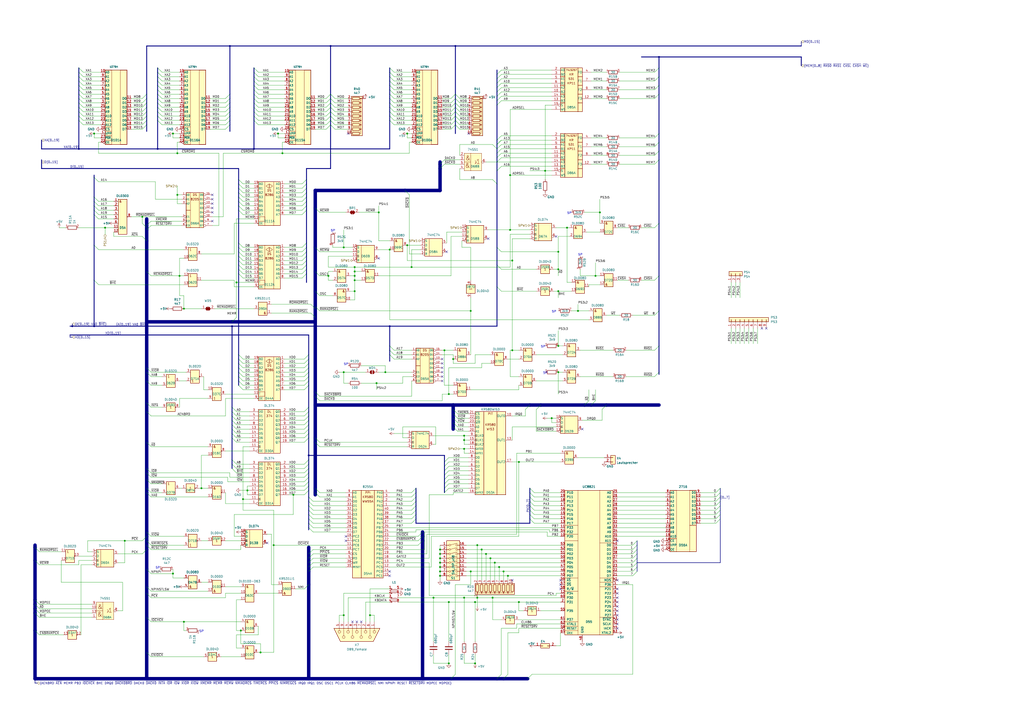
<source format=kicad_sch>
(kicad_sch (version 20211123) (generator eeschema)
  (paper "A2")
  (title_block (title "EC1834 Hauptplatine 201.2") (date "2022-09-12") (rev "1") (company "Mario Gögel 2022"))
  (lib_symbols
    (symbol "Connector:DB9_Female" (pin_names (offset 1.016) hide)
      (property "Reference" "J" (at 0 13.97 0))
      (property "Value" "DB9_Female" (at 0 -14.605 0))
      (symbol "DB9_Female_1_1"
        (pin passive line (at -7.62 10.16 0) (length 3.81) (name "1") (number "1"))
        (pin passive line (at -7.62 5.08 0) (length 3.81) (name "2") (number "2"))
        (pin passive line (at -7.62 0 0) (length 3.81) (name "3") (number "3"))
        (pin passive line (at -7.62 -5.08 0) (length 3.81) (name "4") (number "4"))
        (pin passive line (at -7.62 -10.16 0) (length 3.81) (name "5") (number "5"))
        (pin passive line (at -7.62 7.62 0) (length 3.81) (name "6") (number "6"))
        (pin passive line (at -7.62 2.54 0) (length 3.81) (name "7") (number "7"))
        (pin passive line (at -7.62 -2.54 0) (length 3.81) (name "8") (number "8"))
        (pin passive line (at -7.62 -7.62 0) (length 3.81) (name "9") (number "9"))
      )
    )
    (symbol "Connector_Generic:Conn_01x02" (pin_names (offset 1.016) hide)
      (property "Reference" "J" (at 0 2.54 0))
      (property "Value" "Conn_01x02" (at 0 -5.08 0))
      (symbol "Conn_01x02_1_1"
        (pin passive line (at -5.08 0 0) (length 3.81) (name "Pin_1") (number "1"))
        (pin passive line (at -5.08 -2.54 0) (length 3.81) (name "Pin_2") (number "2"))
      )
    )
    (symbol "Connector_Generic:Conn_01x03" (pin_names (offset 1.016) hide)
      (property "Reference" "J" (at 0 5.08 0))
      (property "Value" "Conn_01x03" (at 0 -5.08 0))
      (symbol "Conn_01x03_1_1"
        (pin passive line (at -5.08 2.54 0) (length 3.81) (name "Pin_1") (number "1"))
        (pin passive line (at -5.08 0 0) (length 3.81) (name "Pin_2") (number "2"))
        (pin passive line (at -5.08 -2.54 0) (length 3.81) (name "Pin_3") (number "3"))
      )
    )
    (symbol "Connector_Generic:Conn_01x09" (pin_names (offset 1.016) hide)
      (property "Reference" "J" (at 0 12.7 0))
      (property "Value" "Conn_01x09" (at 0 -12.7 0))
      (symbol "Conn_01x09_1_1"
        (pin passive line (at -5.08 10.16 0) (length 3.81) (name "Pin_1") (number "1"))
        (pin passive line (at -5.08 7.62 0) (length 3.81) (name "Pin_2") (number "2"))
        (pin passive line (at -5.08 5.08 0) (length 3.81) (name "Pin_3") (number "3"))
        (pin passive line (at -5.08 2.54 0) (length 3.81) (name "Pin_4") (number "4"))
        (pin passive line (at -5.08 0 0) (length 3.81) (name "Pin_5") (number "5"))
        (pin passive line (at -5.08 -2.54 0) (length 3.81) (name "Pin_6") (number "6"))
        (pin passive line (at -5.08 -5.08 0) (length 3.81) (name "Pin_7") (number "7"))
        (pin passive line (at -5.08 -7.62 0) (length 3.81) (name "Pin_8") (number "8"))
        (pin passive line (at -5.08 -10.16 0) (length 3.81) (name "Pin_9") (number "9"))
      )
    )
    (symbol "Connector_Generic:Conn_02x01" (pin_names (offset 1.016) hide)
      (property "Reference" "J" (at 1.27 2.54 0))
      (property "Value" "Conn_02x01" (at 1.27 -2.54 0))
      (symbol "Conn_02x01_1_1"
        (pin passive line (at -5.08 0 0) (length 3.81) (name "Pin_1") (number "1"))
        (pin passive line (at 7.62 0 180) (length 3.81) (name "Pin_2") (number "2"))
      )
    )
    (symbol "DS8205_1" (pin_names (offset 0.1016))
      (property "Reference" "U" (at 0 -8.89 0))
      (symbol "DS8205_1_1_0"
        (text "8205" (at 0 6.35 0) (effects (font (size 1.27 1.27))))
        (text "DS" (at 0 8.89 0) (effects (font (size 1.27 1.27))))
        (pin input line (at -7.62 8.89 0) (length 2.54) (name "A0") (number "1"))
        (pin output inverted (at 10.16 -3.81 180) (length 5.08) (name "O5") (number "10"))
        (pin output inverted (at 10.16 -1.27 180) (length 5.08) (name "O4") (number "11"))
        (pin output inverted (at 10.16 1.27 180) (length 5.08) (name "O3") (number "12"))
        (pin output inverted (at 10.16 3.81 180) (length 5.08) (name "O2") (number "13"))
        (pin output inverted (at 10.16 6.35 180) (length 5.08) (name "O1") (number "14"))
        (pin output inverted (at 10.16 8.89 180) (length 5.08) (name "O0") (number "15"))
        (pin input line (at -7.62 6.35 0) (length 2.54) (name "A1") (number "2"))
        (pin input line (at -7.62 3.81 0) (length 2.54) (name "A2") (number "3"))
        (pin input inverted (at -7.62 -3.81 0) (length 2.54) (name "E1") (number "4"))
        (pin input inverted (at -7.62 -6.35 0) (length 2.54) (name "E2") (number "5"))
        (pin input line (at -7.62 -8.89 0) (length 2.54) (name "E3") (number "6"))
        (pin output inverted (at 10.16 -8.89 180) (length 5.08) (name "O7") (number "7"))
        (pin output inverted (at 10.16 -6.35 180) (length 5.08) (name "O6") (number "9"))
      )
      (symbol "DS8205_1_2_0"
        (pin power_in line (at 0 6.35 270) (length 2.54) (name "VCC") (number "16"))
        (pin power_in line (at 0 -6.35 90) (length 2.54) (name "GND") (number "8"))
      )
    )
    (symbol "Device:C" (pin_numbers hide) (pin_names (offset 0.254))
      (property "Reference" "C" (at 0.635 2.54 0))
      (property "Value" "C" (at 0.635 -2.54 0))
      (symbol "C_1_1"
        (pin passive line (at 0 3.81 270) (length 2.794) (name "~") (number "1"))
        (pin passive line (at 0 -3.81 90) (length 2.794) (name "~") (number "2"))
      )
    )
    (symbol "Device:R" (pin_numbers hide) (pin_names (offset 0))
      (property "Reference" "R" (at 2.032 0 90))
      (property "Value" "R" (at 0 0 90))
      (symbol "R_1_1"
        (pin passive line (at 0 3.81 270) (length 1.27) (name "~") (number "1"))
        (pin passive line (at 0 -3.81 90) (length 1.27) (name "~") (number "2"))
      )
    )
    (symbol "Device:R_Network05_Split" (pin_names (offset 0) hide)
      (property "Reference" "RN" (at 2.032 0 90))
      (property "Value" "R_Network05_Split" (at 0 0 90))
      (symbol "R_Network05_Split_1_1"
        (pin passive line (at 0 3.81 270) (length 1.27) (name "R1.1") (number "1"))
        (pin passive line (at 0 -3.81 90) (length 1.27) (name "R1.2") (number "2"))
      )
      (symbol "R_Network05_Split_2_1"
        (text "1" (at 0.889 3.175 900) (effects (font (size 1.27 1.27))))
        (pin passive line (at 0 -3.81 90) (length 1.27) (name "R2.2") (number "3"))
      )
      (symbol "R_Network05_Split_3_1"
        (text "1" (at 0.889 3.175 900) (effects (font (size 1.27 1.27))))
        (pin passive line (at 0 -3.81 90) (length 1.27) (name "R3.2") (number "4"))
      )
      (symbol "R_Network05_Split_4_1"
        (text "1" (at 0.889 3.175 900) (effects (font (size 1.27 1.27))))
        (pin passive line (at 0 -3.81 90) (length 1.27) (name "R4.2") (number "5"))
      )
      (symbol "R_Network05_Split_5_1"
        (text "1" (at 0.889 3.175 900) (effects (font (size 1.27 1.27))))
        (pin passive line (at 0 -3.81 90) (length 1.27) (name "R5.2") (number "6"))
      )
    )
    (symbol "Device:R_Network07_Split" (pin_names (offset 0) hide)
      (property "Reference" "RN" (at 2.032 0 90))
      (property "Value" "R_Network07_Split" (at 0 0 90))
      (symbol "R_Network07_Split_1_1"
        (pin passive line (at 0 3.81 270) (length 1.27) (name "R1.1") (number "1"))
        (pin passive line (at 0 -3.81 90) (length 1.27) (name "R1.2") (number "2"))
      )
      (symbol "R_Network07_Split_2_1"
        (text "1" (at 0.889 3.175 900) (effects (font (size 1.27 1.27))))
        (pin passive line (at 0 -3.81 90) (length 1.27) (name "R2.2") (number "3"))
      )
      (symbol "R_Network07_Split_3_1"
        (text "1" (at 0.889 3.175 900) (effects (font (size 1.27 1.27))))
        (pin passive line (at 0 -3.81 90) (length 1.27) (name "R3.2") (number "4"))
      )
      (symbol "R_Network07_Split_4_1"
        (text "1" (at 0.889 3.175 900) (effects (font (size 1.27 1.27))))
        (pin passive line (at 0 -3.81 90) (length 1.27) (name "R4.2") (number "5"))
      )
      (symbol "R_Network07_Split_5_1"
        (text "1" (at 0.889 3.175 900) (effects (font (size 1.27 1.27))))
        (pin passive line (at 0 -3.81 90) (length 1.27) (name "R5.2") (number "6"))
      )
      (symbol "R_Network07_Split_6_1"
        (text "1" (at 0.889 3.175 900) (effects (font (size 1.27 1.27))))
        (pin passive line (at 0 -3.81 90) (length 1.27) (name "R6.2") (number "7"))
      )
      (symbol "R_Network07_Split_7_1"
        (text "1" (at 0.889 3.175 900) (effects (font (size 1.27 1.27))))
        (pin passive line (at 0 -3.81 90) (length 1.27) (name "R7.2") (number "8"))
      )
    )
    (symbol "Device:R_Network09" (pin_names (offset 0) hide)
      (property "Reference" "RN" (at -12.7 0 90))
      (property "Value" "R_Network09" (at 12.7 0 90))
      (symbol "R_Network09_1_1"
        (pin passive line (at -10.16 5.08 270) (length 2.54) (name "common") (number "1"))
        (pin passive line (at 10.16 -5.08 90) (length 1.27) (name "R9") (number "10"))
        (pin passive line (at -10.16 -5.08 90) (length 1.27) (name "R1") (number "2"))
        (pin passive line (at -7.62 -5.08 90) (length 1.27) (name "R2") (number "3"))
        (pin passive line (at -5.08 -5.08 90) (length 1.27) (name "R3") (number "4"))
        (pin passive line (at -2.54 -5.08 90) (length 1.27) (name "R4") (number "5"))
        (pin passive line (at 0 -5.08 90) (length 1.27) (name "R5") (number "6"))
        (pin passive line (at 2.54 -5.08 90) (length 1.27) (name "R6") (number "7"))
        (pin passive line (at 5.08 -5.08 90) (length 1.27) (name "R7") (number "8"))
        (pin passive line (at 7.62 -5.08 90) (length 1.27) (name "R8") (number "9"))
      )
    )
    (symbol "Device:R_Network09_Split" (pin_names (offset 0) hide)
      (property "Reference" "RN" (at 2.032 0 90))
      (property "Value" "R_Network09_Split" (at 0 0 90))
      (symbol "R_Network09_Split_1_1"
        (pin passive line (at 0 3.81 270) (length 1.27) (name "R1.1") (number "1"))
        (pin passive line (at 0 -3.81 90) (length 1.27) (name "R1.2") (number "2"))
      )
      (symbol "R_Network09_Split_2_1"
        (text "1" (at 0.889 3.175 900) (effects (font (size 1.27 1.27))))
        (pin passive line (at 0 -3.81 90) (length 1.27) (name "R2.2") (number "3"))
      )
      (symbol "R_Network09_Split_3_1"
        (text "1" (at 0.889 3.175 900) (effects (font (size 1.27 1.27))))
        (pin passive line (at 0 -3.81 90) (length 1.27) (name "R3.2") (number "4"))
      )
      (symbol "R_Network09_Split_4_1"
        (text "1" (at 0.889 3.175 900) (effects (font (size 1.27 1.27))))
        (pin passive line (at 0 -3.81 90) (length 1.27) (name "R4.2") (number "5"))
      )
      (symbol "R_Network09_Split_5_1"
        (text "1" (at 0.889 3.175 900) (effects (font (size 1.27 1.27))))
        (pin passive line (at 0 -3.81 90) (length 1.27) (name "R5.2") (number "6"))
      )
      (symbol "R_Network09_Split_6_1"
        (text "1" (at 0.889 3.175 900) (effects (font (size 1.27 1.27))))
        (pin passive line (at 0 -3.81 90) (length 1.27) (name "R6.2") (number "7"))
      )
      (symbol "R_Network09_Split_7_1"
        (text "1" (at 0.889 3.175 900) (effects (font (size 1.27 1.27))))
        (pin passive line (at 0 -3.81 90) (length 1.27) (name "R7.2") (number "8"))
      )
      (symbol "R_Network09_Split_8_1"
        (text "1" (at 0.889 3.175 900) (effects (font (size 1.27 1.27))))
        (pin passive line (at 0 -3.81 90) (length 1.27) (name "R8.2") (number "9"))
      )
      (symbol "R_Network09_Split_9_1"
        (text "1" (at 0.889 3.175 900) (effects (font (size 1.27 1.27))))
        (pin passive line (at 0 -3.81 90) (length 1.27) (name "R9.2") (number "10"))
      )
    )
    (symbol "Device:R_Pack04_SIP_Split" (pin_names (offset 0) hide)
      (property "Reference" "RN" (at 2.032 0 90))
      (property "Value" "R_Pack04_SIP_Split" (at 0 0 90))
      (symbol "R_Pack04_SIP_Split_1_1"
        (pin passive line (at 0 -3.81 90) (length 1.27) (name "R1.1") (number "1"))
        (pin passive line (at 0 3.81 270) (length 1.27) (name "R1.2") (number "2"))
      )
      (symbol "R_Pack04_SIP_Split_2_1"
        (pin passive line (at 0 -3.81 90) (length 1.27) (name "R2.1") (number "3"))
        (pin passive line (at 0 3.81 270) (length 1.27) (name "R2.2") (number "4"))
      )
      (symbol "R_Pack04_SIP_Split_3_1"
        (pin passive line (at 0 -3.81 90) (length 1.27) (name "R3.1") (number "5"))
        (pin passive line (at 0 3.81 270) (length 1.27) (name "R3.2") (number "6"))
      )
      (symbol "R_Pack04_SIP_Split_4_1"
        (pin passive line (at 0 -3.81 90) (length 1.27) (name "R4.1") (number "7"))
        (pin passive line (at 0 3.81 270) (length 1.27) (name "R4.2") (number "8"))
      )
    )
    (symbol "Jumper:SolderJumper_2_Bridged" (pin_names (offset 0) hide)
      (property "Reference" "JP" (at 0 2.032 0))
      (property "Value" "SolderJumper_2_Bridged" (at 0 -2.54 0))
      (symbol "SolderJumper_2_Bridged_1_1"
        (pin passive line (at -3.81 0 0) (length 2.54) (name "A") (number "1"))
        (pin passive line (at 3.81 0 180) (length 2.54) (name "B") (number "2"))
      )
    )
    (symbol "Jumper:SolderJumper_2_Open" (pin_names (offset 0) hide)
      (property "Reference" "JP" (at 0 2.032 0))
      (property "Value" "SolderJumper_2_Open" (at 0 -2.54 0))
      (symbol "SolderJumper_2_Open_1_1"
        (pin passive line (at -3.81 0 0) (length 2.54) (name "A") (number "1"))
        (pin passive line (at 3.81 0 180) (length 2.54) (name "B") (number "2"))
      )
    )
    (symbol "RFT_Digitalschaltkreise:DL000D" (pin_names (offset 1.016) hide)
      (property "Reference" "U" (at 0 5.08 0))
      (property "Value" "DL000D" (at 0 -5.08 0))
      (symbol "DL000D_1_0"
        (pin output line (at 5.08 0 180) (length 2.54) (name "Y1") (number "3"))
      )
      (symbol "DL000D_1_1"
        (text "&" (at -1.27 2.54 0) (effects (font (size 1.27 1.27))))
        (pin input line (at -5.08 2.54 0) (length 2.54) (name "A1") (number "1"))
        (pin input line (at -5.08 -2.54 0) (length 2.54) (name "B1") (number "2"))
      )
      (symbol "DL000D_2_0"
        (pin input line (at -5.08 2.54 0) (length 2.54) (name "A2") (number "4"))
        (pin input line (at -5.08 -2.54 0) (length 2.54) (name "B2") (number "5"))
        (pin output line (at 5.08 0 180) (length 2.54) (name "Y2") (number "6"))
      )
      (symbol "DL000D_2_1"
        (text "&" (at -1.27 2.54 0) (effects (font (size 1.27 1.27))))
      )
      (symbol "DL000D_3_0"
        (pin output line (at 5.08 0 180) (length 2.54) (name "Y3") (number "8"))
      )
      (symbol "DL000D_3_1"
        (text "&" (at -1.27 2.54 0) (effects (font (size 1.27 1.27))))
        (pin input line (at -5.08 -2.54 0) (length 2.54) (name "B3") (number "10"))
        (pin input line (at -5.08 2.54 0) (length 2.54) (name "A3") (number "9"))
      )
      (symbol "DL000D_4_0"
        (pin output line (at 5.08 0 180) (length 2.54) (name "Y4") (number "11"))
      )
      (symbol "DL000D_4_1"
        (text "&" (at -1.27 2.54 0) (effects (font (size 1.27 1.27))))
        (pin input line (at -5.08 2.54 0) (length 2.54) (name "A4") (number "12"))
        (pin input line (at -5.08 -2.54 0) (length 2.54) (name "B4") (number "13"))
      )
      (symbol "DL000D_5_1"
        (pin power_in line (at 0 5.08 270) (length 2.54) (name "Vcc") (number "14"))
        (pin power_in line (at 0 -5.08 90) (length 2.54) (name "GND") (number "7"))
      )
    )
    (symbol "RFT_Digitalschaltkreise:DL002D" (pin_names (offset 1.016) hide)
      (property "Reference" "U" (at 0 5.08 0))
      (property "Value" "DL002D" (at 0 -5.08 0))
      (symbol "DL002D_1_0"
        (pin output line (at 5.08 0 180) (length 2.54) (name "Y1") (number "1"))
      )
      (symbol "DL002D_1_1"
        (text "1" (at -1.27 2.54 0) (effects (font (size 1.27 1.27))))
        (pin input line (at -5.08 2.54 0) (length 2.54) (name "A1") (number "2"))
        (pin input line (at -5.08 -2.54 0) (length 2.54) (name "B1") (number "3"))
      )
      (symbol "DL002D_2_0"
        (pin output line (at 5.08 0 180) (length 2.54) (name "Y2") (number "4"))
        (pin input line (at -5.08 2.54 0) (length 2.54) (name "A2") (number "5"))
        (pin input line (at -5.08 -2.54 0) (length 2.54) (name "B2") (number "6"))
      )
      (symbol "DL002D_2_1"
        (text "1" (at -1.27 2.54 0) (effects (font (size 1.27 1.27))))
      )
      (symbol "DL002D_3_0"
        (pin output line (at 5.08 0 180) (length 2.54) (name "Y3") (number "10"))
      )
      (symbol "DL002D_3_1"
        (text "1" (at -1.27 2.54 0) (effects (font (size 1.27 1.27))))
        (pin input line (at -5.08 2.54 0) (length 2.54) (name "A3") (number "8"))
        (pin input line (at -5.08 -2.54 0) (length 2.54) (name "B3") (number "9"))
      )
      (symbol "DL002D_4_0"
        (pin output line (at 5.08 0 180) (length 2.54) (name "Y4") (number "13"))
      )
      (symbol "DL002D_4_1"
        (text "1" (at -1.27 2.54 0) (effects (font (size 1.27 1.27))))
        (pin input line (at -5.08 2.54 0) (length 2.54) (name "A4") (number "11"))
        (pin input line (at -5.08 -2.54 0) (length 2.54) (name "B4") (number "12"))
      )
      (symbol "DL002D_5_1"
        (pin power_in line (at 0 5.08 270) (length 2.54) (name "Vcc") (number "14"))
        (pin power_in line (at 0 -5.08 90) (length 2.54) (name "GND") (number "7"))
      )
    )
    (symbol "RFT_Digitalschaltkreise:DL004D" (pin_names (offset 1.016) hide)
      (property "Reference" "U" (at 0 3.81 0))
      (property "Value" "DL004D" (at 0 -3.81 0))
      (symbol "DL004D_1_0"
        (pin output line (at 5.08 0 180) (length 2.54) (name "Y1") (number "2"))
      )
      (symbol "DL004D_1_1"
        (text "1" (at 0 0 0) (effects (font (size 1.27 1.27))))
        (pin input line (at -5.08 0 0) (length 2.54) (name "A1") (number "1"))
      )
      (symbol "DL004D_2_1"
        (text "1" (at 0 0 0) (effects (font (size 1.27 1.27))))
        (pin input line (at -5.08 0 0) (length 2.54) (name "A2") (number "3"))
        (pin output line (at 5.08 0 180) (length 2.54) (name "Y2") (number "4"))
      )
      (symbol "DL004D_3_1"
        (text "1" (at 0 0 0) (effects (font (size 1.27 1.27))))
        (pin input line (at -5.08 0 0) (length 2.54) (name "A3") (number "5"))
        (pin output line (at 5.08 0 180) (length 2.54) (name "Y3") (number "6"))
      )
      (symbol "DL004D_4_1"
        (text "1" (at 0 0 0) (effects (font (size 1.27 1.27))))
        (pin output line (at 5.08 0 180) (length 2.54) (name "Y4") (number "8"))
        (pin input line (at -5.08 0 0) (length 2.54) (name "A4") (number "9"))
      )
      (symbol "DL004D_5_1"
        (text "1" (at 0 0 0) (effects (font (size 1.27 1.27))))
        (pin output line (at 5.08 0 180) (length 2.54) (name "Y5") (number "10"))
        (pin input line (at -5.08 0 0) (length 2.54) (name "A5") (number "11"))
      )
      (symbol "DL004D_6_1"
        (text "1" (at 0 0 0) (effects (font (size 1.27 1.27))))
        (pin output line (at 5.08 0 180) (length 2.54) (name "Y6") (number "12"))
        (pin input line (at -5.08 0 0) (length 2.54) (name "A6") (number "13"))
      )
      (symbol "DL004D_7_1"
        (pin power_in line (at 0 5.08 270) (length 2.54) (name "Vcc") (number "14"))
        (pin power_in line (at 0 -5.08 90) (length 2.54) (name "GND") (number "7"))
      )
    )
    (symbol "RFT_Digitalschaltkreise:DL008D" (pin_names (offset 1.016) hide)
      (property "Reference" "U" (at 0 5.08 0))
      (property "Value" "DL008D" (at 0 -5.08 0))
      (symbol "DL008D_1_0"
        (pin output line (at 5.08 0 180) (length 2.54) (name "Y1") (number "3"))
      )
      (symbol "DL008D_1_1"
        (text "&" (at -1.27 2.54 0) (effects (font (size 1.27 1.27))))
        (pin input line (at -5.08 2.54 0) (length 2.54) (name "A1") (number "1"))
        (pin input line (at -5.08 -2.54 0) (length 2.54) (name "B1") (number "2"))
      )
      (symbol "DL008D_2_0"
        (pin input line (at -5.08 2.54 0) (length 2.54) (name "A2") (number "4"))
        (pin input line (at -5.08 -2.54 0) (length 2.54) (name "B2") (number "5"))
        (pin output line (at 5.08 0 180) (length 2.54) (name "Y2") (number "6"))
      )
      (symbol "DL008D_2_1"
        (text "&" (at -1.27 2.54 0) (effects (font (size 1.27 1.27))))
      )
      (symbol "DL008D_3_0"
        (pin output line (at 5.08 0 180) (length 2.54) (name "Y3") (number "8"))
      )
      (symbol "DL008D_3_1"
        (text "&" (at -1.27 2.54 0) (effects (font (size 1.27 1.27))))
        (pin input line (at -5.08 -2.54 0) (length 2.54) (name "B3") (number "10"))
        (pin input line (at -5.08 2.54 0) (length 2.54) (name "A3") (number "9"))
      )
      (symbol "DL008D_4_0"
        (pin output line (at 5.08 0 180) (length 2.54) (name "Y4") (number "11"))
      )
      (symbol "DL008D_4_1"
        (text "&" (at -1.27 2.54 0) (effects (font (size 1.27 1.27))))
        (pin input line (at -5.08 2.54 0) (length 2.54) (name "A4") (number "12"))
        (pin input line (at -5.08 -2.54 0) (length 2.54) (name "B4") (number "13"))
      )
      (symbol "DL008D_5_1"
        (pin power_in line (at 0 5.08 270) (length 2.54) (name "Vcc") (number "14"))
        (pin power_in line (at 0 -5.08 90) (length 2.54) (name "GND") (number "7"))
      )
    )
    (symbol "RFT_Digitalschaltkreise:DL030D" (pin_names (offset 1.016) hide)
      (property "Reference" "U" (at 0 11.43 0))
      (property "Value" "DL030D" (at 0 -11.43 0))
      (symbol "DL030D_0_1"
        (pin no_connect line (at 5.08 5.08 180) (length 2.54) hide (name "n.c.") (number "10"))
      )
      (symbol "DL030D_1_0"
        (pin output line (at 5.08 0 180) (length 2.54) (name "Y") (number "8"))
      )
      (symbol "DL030D_1_1"
        (text "&" (at -1.27 8.89 0) (effects (font (size 1.27 1.27))))
        (pin input line (at -5.08 8.89 0) (length 2.54) (name "A") (number "1"))
        (pin input line (at -5.08 -6.35 0) (length 2.54) (name "G") (number "11"))
        (pin input line (at -5.08 -8.89 0) (length 2.54) (name "H") (number "12"))
        (pin no_connect line (at 5.08 7.62 180) (length 2.54) hide (name "n.c.") (number "13"))
        (pin input line (at -5.08 6.35 0) (length 2.54) (name "B") (number "2"))
        (pin input line (at -5.08 3.81 0) (length 2.54) (name "C") (number "3"))
        (pin input line (at -5.08 1.27 0) (length 2.54) (name "D") (number "4"))
        (pin input line (at -5.08 -1.27 0) (length 2.54) (name "E") (number "5"))
        (pin input line (at -5.08 -3.81 0) (length 2.54) (name "F") (number "6"))
        (pin no_connect line (at 5.08 2.54 180) (length 2.54) hide (name "n.c.") (number "9"))
      )
      (symbol "DL030D_2_1"
        (pin power_in line (at 0 5.08 270) (length 2.54) (name "Vcc") (number "14"))
        (pin power_in line (at 0 -5.08 90) (length 2.54) (name "GND") (number "7"))
      )
    )
    (symbol "RFT_Digitalschaltkreise:DL032D" (pin_names (offset 1.016) hide)
      (property "Reference" "U" (at 0 5.08 0))
      (property "Value" "DL032D" (at 0 -5.08 0))
      (symbol "DL032D_1_0"
        (pin output line (at 5.08 0 180) (length 2.54) (name "Y1") (number "3"))
      )
      (symbol "DL032D_1_1"
        (text "1" (at -1.27 2.54 0) (effects (font (size 1.27 1.27))))
        (pin input line (at -5.08 2.54 0) (length 2.54) (name "A1") (number "1"))
        (pin input line (at -5.08 -2.54 0) (length 2.54) (name "B1") (number "2"))
      )
      (symbol "DL032D_2_0"
        (pin input line (at -5.08 2.54 0) (length 2.54) (name "A2") (number "4"))
        (pin input line (at -5.08 -2.54 0) (length 2.54) (name "B2") (number "5"))
        (pin output line (at 5.08 0 180) (length 2.54) (name "Y2") (number "6"))
      )
      (symbol "DL032D_2_1"
        (text "1" (at -1.27 2.54 0) (effects (font (size 1.27 1.27))))
      )
      (symbol "DL032D_3_0"
        (pin output line (at 5.08 0 180) (length 2.54) (name "Y3") (number "8"))
      )
      (symbol "DL032D_3_1"
        (text "1" (at -1.27 2.54 0) (effects (font (size 1.27 1.27))))
        (pin input line (at -5.08 -2.54 0) (length 2.54) (name "B3") (number "10"))
        (pin input line (at -5.08 2.54 0) (length 2.54) (name "A3") (number "9"))
      )
      (symbol "DL032D_4_0"
        (pin output line (at 5.08 0 180) (length 2.54) (name "Y4") (number "11"))
      )
      (symbol "DL032D_4_1"
        (text "1" (at -1.27 2.54 0) (effects (font (size 1.27 1.27))))
        (pin input line (at -5.08 2.54 0) (length 2.54) (name "A4") (number "12"))
        (pin input line (at -5.08 -2.54 0) (length 2.54) (name "B4") (number "13"))
      )
      (symbol "DL032D_5_1"
        (pin power_in line (at 0 5.08 270) (length 2.54) (name "Vcc") (number "14"))
        (pin power_in line (at 0 -5.08 90) (length 2.54) (name "GND") (number "7"))
      )
    )
    (symbol "Switch:SW_DIP_x08" (pin_names (offset 0) hide)
      (property "Reference" "SW" (at 0 13.97 0))
      (property "Value" "SW_DIP_x08" (at 0 -11.43 0))
      (symbol "SW_DIP_x08_1_1"
        (pin passive line (at -7.62 10.16 0) (length 5.08) (name "~") (number "1"))
        (pin passive line (at 7.62 -5.08 180) (length 5.08) (name "~") (number "10"))
        (pin passive line (at 7.62 -2.54 180) (length 5.08) (name "~") (number "11"))
        (pin passive line (at 7.62 0 180) (length 5.08) (name "~") (number "12"))
        (pin passive line (at 7.62 2.54 180) (length 5.08) (name "~") (number "13"))
        (pin passive line (at 7.62 5.08 180) (length 5.08) (name "~") (number "14"))
        (pin passive line (at 7.62 7.62 180) (length 5.08) (name "~") (number "15"))
        (pin passive line (at 7.62 10.16 180) (length 5.08) (name "~") (number "16"))
        (pin passive line (at -7.62 7.62 0) (length 5.08) (name "~") (number "2"))
        (pin passive line (at -7.62 5.08 0) (length 5.08) (name "~") (number "3"))
        (pin passive line (at -7.62 2.54 0) (length 5.08) (name "~") (number "4"))
        (pin passive line (at -7.62 0 0) (length 5.08) (name "~") (number "5"))
        (pin passive line (at -7.62 -2.54 0) (length 5.08) (name "~") (number "6"))
        (pin passive line (at -7.62 -5.08 0) (length 5.08) (name "~") (number "7"))
        (pin passive line (at -7.62 -7.62 0) (length 5.08) (name "~") (number "8"))
        (pin passive line (at 7.62 -7.62 180) (length 5.08) (name "~") (number "9"))
      )
    )
    (symbol "power:+5V" (power) (pin_names (offset 0))
      (property "Value" "+5V" (at 0 3.556 0))
      (symbol "+5V_1_1"
        (pin power_in line (at 0 0 90) (length 0) hide (name "+5V") (number "1"))
      )
    )
    (symbol "power:GND" (power) (pin_names (offset 0))
      (property "Value" "GND" (at 0 -3.81 0))
      (symbol "GND_1_1"
        (pin power_in line (at 0 0 270) (length 0) hide (name "GND") (number "1"))
      )
    )
    (symbol "robotron_ec1834:2716" (pin_names (offset 0.1016))
      (property "Reference" "U" (at 0 -16.51 0))
      (property "Value" "2716" (at -2.54 12.7 0))
      (symbol "2716_1_1"
        (pin input line (at -10.16 -2.54 0) (length 2.54) (name "A7") (number "1"))
        (pin tri_state line (at 10.16 12.7 180) (length 2.54) (name "D1") (number "10"))
        (pin tri_state line (at 10.16 10.16 180) (length 2.54) (name "D2") (number "11"))
        (pin tri_state line (at 10.16 7.62 180) (length 2.54) (name "D3") (number "13"))
        (pin tri_state line (at 10.16 5.08 180) (length 2.54) (name "D4") (number "14"))
        (pin tri_state line (at 10.16 2.54 180) (length 2.54) (name "D5") (number "15"))
        (pin tri_state line (at 10.16 0 180) (length 2.54) (name "D6") (number "16"))
        (pin tri_state line (at 10.16 -2.54 180) (length 2.54) (name "D7") (number "17"))
        (pin input inverted (at -10.16 -12.7 0) (length 2.54) (name "CE") (number "18"))
        (pin input line (at -10.16 -10.16 0) (length 2.54) (name "A10") (number "19"))
        (pin input line (at -10.16 0 0) (length 2.54) (name "A6") (number "2"))
        (pin input inverted (at -10.16 -17.78 0) (length 2.54) (name "OE") (number "20"))
        (pin input line (at -10.16 -15.24 0) (length 2.54) (name "VPP") (number "21"))
        (pin input line (at -10.16 -7.62 0) (length 2.54) (name "A9") (number "22"))
        (pin input line (at -10.16 -5.08 0) (length 2.54) (name "A8") (number "23"))
        (pin input line (at -10.16 2.54 0) (length 2.54) (name "A5") (number "3"))
        (pin input line (at -10.16 5.08 0) (length 2.54) (name "A4") (number "4"))
        (pin input line (at -10.16 7.62 0) (length 2.54) (name "A3") (number "5"))
        (pin input line (at -10.16 10.16 0) (length 2.54) (name "A2") (number "6"))
        (pin input line (at -10.16 12.7 0) (length 2.54) (name "A1") (number "7"))
        (pin input line (at -10.16 15.24 0) (length 2.54) (name "A0") (number "8"))
        (pin tri_state line (at 10.16 15.24 180) (length 2.54) (name "D0") (number "9"))
      )
      (symbol "2716_2_1"
        (pin power_in line (at 0 -6.35 90) (length 2.54) (name "GND") (number "12"))
        (pin power_in line (at 0 6.35 270) (length 2.54) (name "VCC") (number "24"))
      )
    )
    (symbol "robotron_ec1834:74HC74" (pin_names (offset 0.1016))
      (property "Reference" "U" (at 1.27 -3.81 0))
      (property "Value" "74HC74" (at 1.27 2.54 0))
      (symbol "74HC74_1_0"
        (pin input inverted (at -7.62 -3.81 0) (length 2.54) (name "R") (number "1"))
        (pin input line (at -7.62 1.27 0) (length 2.54) (name "D") (number "2"))
        (pin input clock (at -7.62 -1.27 0) (length 2.54) (name "C") (number "3"))
        (pin input inverted (at -7.62 3.81 0) (length 2.54) (name "S") (number "4"))
        (pin output line (at 7.62 2.54 180) (length 2.54) (name "~") (number "5"))
        (pin output inverted (at 7.62 -2.54 180) (length 2.54) (name "~") (number "6"))
      )
      (symbol "74HC74_2_0"
        (pin input inverted (at -7.62 3.81 0) (length 2.54) (name "S") (number "10"))
        (pin input clock (at -7.62 -1.27 0) (length 2.54) (name "C") (number "11"))
        (pin input line (at -7.62 1.27 0) (length 2.54) (name "D") (number "12"))
        (pin input inverted (at -7.62 -3.81 0) (length 2.54) (name "R") (number "13"))
        (pin output inverted (at 7.62 -2.54 180) (length 2.54) (name "~") (number "8"))
        (pin output line (at 7.62 2.54 180) (length 2.54) (name "~") (number "9"))
      )
      (symbol "74HC74_3_0"
        (pin power_in line (at 0 6.35 270) (length 2.54) (name "VCC") (number "14"))
        (pin power_in line (at 0 -6.35 90) (length 2.54) (name "GND") (number "7"))
      )
    )
    (symbol "robotron_ec1834:74S51" (pin_names (offset 0.1016))
      (property "Reference" "U" (at 3.81 7.62 0))
      (property "Value" "74S51" (at 3.81 -7.62 0))
      (symbol "74S51_1_1"
        (text "&" (at -3.048 -2.032 0) (effects (font (size 2.54 2.54))))
        (text "&" (at -2.794 2.286 0) (effects (font (size 2.54 2.54))))
        (text "1" (at 3.048 0.254 0) (effects (font (size 2.54 2.54))))
        (pin input line (at -7.62 -3.81 0) (length 2.4892) (name "~") (number "1"))
        (pin input line (at -7.62 1.27 0) (length 2.4892) (name "~") (number "10"))
        (pin input line (at -7.62 -1.27 0) (length 2.4892) (name "~") (number "13"))
        (pin output inverted (at 7.62 0 180) (length 2.4892) (name "~") (number "8"))
        (pin input line (at -7.62 3.81 0) (length 2.4892) (name "~") (number "9"))
      )
      (symbol "74S51_2_1"
        (text "&" (at -3.048 -2.032 0) (effects (font (size 2.54 2.54))))
        (text "&" (at -2.794 2.286 0) (effects (font (size 2.54 2.54))))
        (text "1" (at 3.048 0.254 0) (effects (font (size 2.54 2.54))))
        (pin input line (at -7.62 3.81 0) (length 2.4892) (name "~") (number "2"))
        (pin input line (at -7.62 1.27 0) (length 2.4892) (name "~") (number "3"))
        (pin input line (at -7.62 -3.81 0) (length 2.4892) (name "~") (number "4"))
        (pin input line (at -7.62 -1.27 0) (length 2.4892) (name "~") (number "5"))
        (pin output inverted (at 7.62 0 180) (length 2.4892) (name "~") (number "6"))
      )
      (symbol "74S51_3_1"
        (pin power_in line (at 0 6.35 270) (length 2.54) (name "VCC") (number "14"))
        (pin power_in line (at 0 -6.35 90) (length 2.54) (name "GND") (number "7"))
      )
    )
    (symbol "robotron_ec1834:8255A" (pin_names (offset 0.1016))
      (property "Reference" "U" (at 0 -24.13 0))
      (property "Value" "8255A" (at 0 13.97 0))
      (symbol "8255A_1_0"
        (text "KR580" (at 0 21.59 0) (effects (font (size 1.27 1.27))))
        (text "PPI" (at 0 24.13 0) (effects (font (size 1.27 1.27))))
        (text "WW55A" (at 0 19.05 0) (effects (font (size 1.27 1.27))))
      )
      (symbol "8255A_1_1"
        (pin bidirectional line (at 12.7 16.51 180) (length 3.81) (name "PA3") (number "1"))
        (pin bidirectional line (at -12.7 -8.89 0) (length 3.81) (name "PC7") (number "10"))
        (pin bidirectional line (at -12.7 -6.35 0) (length 3.81) (name "PC6") (number "11"))
        (pin bidirectional line (at 12.7 -19.05 180) (length 3.81) (name "PC5") (number "12"))
        (pin bidirectional line (at 12.7 -16.51 180) (length 3.81) (name "PC4") (number "13"))
        (pin bidirectional line (at 12.7 -21.59 180) (length 3.81) (name "PC0") (number "14"))
        (pin bidirectional line (at 12.7 -24.13 180) (length 3.81) (name "PC1") (number "15"))
        (pin bidirectional line (at -12.7 -1.27 0) (length 3.81) (name "PC2") (number "16"))
        (pin bidirectional line (at -12.7 -3.81 0) (length 3.81) (name "PC3") (number "17"))
        (pin bidirectional line (at 12.7 -13.97 180) (length 3.81) (name "PB0") (number "18"))
        (pin bidirectional line (at 12.7 -11.43 180) (length 3.81) (name "PB1") (number "19"))
        (pin bidirectional line (at 12.7 19.05 180) (length 3.81) (name "PA2") (number "2"))
        (pin bidirectional line (at 12.7 -8.89 180) (length 3.81) (name "PB2") (number "20"))
        (pin bidirectional line (at 12.7 -6.35 180) (length 3.81) (name "PB3") (number "21"))
        (pin bidirectional line (at 12.7 -3.81 180) (length 3.81) (name "PB4") (number "22"))
        (pin bidirectional line (at 12.7 -1.27 180) (length 3.81) (name "PB5") (number "23"))
        (pin bidirectional line (at 12.7 1.27 180) (length 3.81) (name "PB6") (number "24"))
        (pin bidirectional line (at 12.7 3.81 180) (length 3.81) (name "PB7") (number "25"))
        (pin bidirectional line (at -12.7 1.27 0) (length 3.81) (name "D7") (number "27"))
        (pin bidirectional line (at -12.7 3.81 0) (length 3.81) (name "D6") (number "28"))
        (pin bidirectional line (at -12.7 6.35 0) (length 3.81) (name "D5") (number "29"))
        (pin bidirectional line (at 12.7 21.59 180) (length 3.81) (name "PA1") (number "3"))
        (pin bidirectional line (at -12.7 8.89 0) (length 3.81) (name "D4") (number "30"))
        (pin bidirectional line (at -12.7 11.43 0) (length 3.81) (name "D3") (number "31"))
        (pin bidirectional line (at -12.7 13.97 0) (length 3.81) (name "D2") (number "32"))
        (pin bidirectional line (at -12.7 16.51 0) (length 3.81) (name "D1") (number "33"))
        (pin bidirectional line (at -12.7 19.05 0) (length 3.81) (name "D0") (number "34"))
        (pin input line (at -12.7 -19.05 0) (length 3.81) (name "RESET") (number "35"))
        (pin input inverted (at -12.7 -16.51 0) (length 3.81) (name "WR") (number "36"))
        (pin bidirectional line (at 12.7 6.35 180) (length 3.81) (name "PA7") (number "37"))
        (pin bidirectional line (at 12.7 8.89 180) (length 3.81) (name "PA6") (number "38"))
        (pin bidirectional line (at 12.7 11.43 180) (length 3.81) (name "PA5") (number "39"))
        (pin bidirectional line (at 12.7 24.13 180) (length 3.81) (name "PA0") (number "4"))
        (pin bidirectional line (at 12.7 13.97 180) (length 3.81) (name "PA4") (number "40"))
        (pin input inverted (at -12.7 -13.97 0) (length 3.81) (name "RD") (number "5"))
        (pin input inverted (at -12.7 -11.43 0) (length 3.81) (name "CS") (number "6"))
        (pin input line (at -12.7 21.59 0) (length 3.81) (name "A1") (number "8"))
        (pin input line (at -12.7 24.13 0) (length 3.81) (name "A0") (number "9"))
      )
      (symbol "8255A_2_1"
        (pin power_in line (at 0 6.35 270) (length 2.54) (name "VCC") (number "26"))
        (pin power_in line (at 0 -6.35 90) (length 2.54) (name "GND") (number "7"))
      )
    )
    (symbol "robotron_ec1834:DL000D" (pin_names (offset 1.016) hide)
      (property "Reference" "U" (at 0 5.08 0))
      (property "Value" "DL000D" (at 0 -5.08 0))
      (symbol "DL000D_1_0"
        (pin output line (at 5.08 0 180) (length 2.54) (name "Y1") (number "3"))
      )
      (symbol "DL000D_1_1"
        (text "&" (at -1.27 2.54 0) (effects (font (size 1.27 1.27))))
        (pin input line (at -5.08 2.54 0) (length 2.54) (name "A1") (number "1"))
        (pin input line (at -5.08 -2.54 0) (length 2.54) (name "B1") (number "2"))
      )
      (symbol "DL000D_2_0"
        (pin input line (at -5.08 2.54 0) (length 2.54) (name "A2") (number "4"))
        (pin input line (at -5.08 -2.54 0) (length 2.54) (name "B2") (number "5"))
        (pin output line (at 5.08 0 180) (length 2.54) (name "Y2") (number "6"))
      )
      (symbol "DL000D_2_1"
        (text "&" (at -1.27 2.54 0) (effects (font (size 1.27 1.27))))
      )
      (symbol "DL000D_3_0"
        (pin output line (at 5.08 0 180) (length 2.54) (name "Y3") (number "8"))
      )
      (symbol "DL000D_3_1"
        (text "&" (at -1.27 2.54 0) (effects (font (size 1.27 1.27))))
        (pin input line (at -5.08 -2.54 0) (length 2.54) (name "B3") (number "10"))
        (pin input line (at -5.08 2.54 0) (length 2.54) (name "A3") (number "9"))
      )
      (symbol "DL000D_4_0"
        (pin output line (at 5.08 0 180) (length 2.54) (name "Y4") (number "11"))
      )
      (symbol "DL000D_4_1"
        (text "&" (at -1.27 2.54 0) (effects (font (size 1.27 1.27))))
        (pin input line (at -5.08 2.54 0) (length 2.54) (name "A4") (number "12"))
        (pin input line (at -5.08 -2.54 0) (length 2.54) (name "B4") (number "13"))
      )
      (symbol "DL000D_5_1"
        (pin power_in line (at 0 5.08 270) (length 2.54) (name "Vcc") (number "14"))
        (pin power_in line (at 0 -5.08 90) (length 2.54) (name "GND") (number "7"))
      )
    )
    (symbol "robotron_ec1834:DL008D" (pin_names (offset 1.016) hide)
      (property "Reference" "U" (at 0 5.08 0))
      (property "Value" "DL008D" (at 0 -5.08 0))
      (symbol "DL008D_1_0"
        (pin output line (at 5.08 0 180) (length 2.54) (name "Y1") (number "3"))
      )
      (symbol "DL008D_1_1"
        (text "&" (at -1.27 2.54 0) (effects (font (size 1.27 1.27))))
        (pin input line (at -5.08 2.54 0) (length 2.54) (name "A1") (number "1"))
        (pin input line (at -5.08 -2.54 0) (length 2.54) (name "B1") (number "2"))
      )
      (symbol "DL008D_2_0"
        (pin input line (at -5.08 2.54 0) (length 2.54) (name "A2") (number "4"))
        (pin input line (at -5.08 -2.54 0) (length 2.54) (name "B2") (number "5"))
        (pin output line (at 5.08 0 180) (length 2.54) (name "Y2") (number "6"))
      )
      (symbol "DL008D_2_1"
        (text "&" (at -1.27 2.54 0) (effects (font (size 1.27 1.27))))
      )
      (symbol "DL008D_3_0"
        (pin output line (at 5.08 0 180) (length 2.54) (name "Y3") (number "8"))
      )
      (symbol "DL008D_3_1"
        (text "&" (at -1.27 2.54 0) (effects (font (size 1.27 1.27))))
        (pin input line (at -5.08 -2.54 0) (length 2.54) (name "B3") (number "10"))
        (pin input line (at -5.08 2.54 0) (length 2.54) (name "A3") (number "9"))
      )
      (symbol "DL008D_4_0"
        (pin output line (at 5.08 0 180) (length 2.54) (name "Y4") (number "11"))
      )
      (symbol "DL008D_4_1"
        (text "&" (at -1.27 2.54 0) (effects (font (size 1.27 1.27))))
        (pin input line (at -5.08 2.54 0) (length 2.54) (name "A4") (number "12"))
        (pin input line (at -5.08 -2.54 0) (length 2.54) (name "B4") (number "13"))
      )
      (symbol "DL008D_5_1"
        (pin power_in line (at 0 5.08 270) (length 2.54) (name "Vcc") (number "14"))
        (pin power_in line (at 0 -5.08 90) (length 2.54) (name "GND") (number "7"))
      )
    )
    (symbol "robotron_ec1834:DL010D-D63" (pin_names (offset 1.016) hide)
      (property "Reference" "U" (at 0 6.35 0))
      (property "Value" "DL010D-D63" (at 0 -6.35 0))
      (symbol "DL010D-D63_1_0"
        (pin output line (at 5.08 0 180) (length 2.54) (name "Y1") (number "12"))
      )
      (symbol "DL010D-D63_1_1"
        (text "&" (at -1.27 3.81 0) (effects (font (size 1.27 1.27))))
        (pin input line (at -5.08 3.81 0) (length 2.54) (name "A1") (number "1"))
        (pin input line (at -5.08 -3.81 0) (length 2.54) (name "C1") (number "13"))
        (pin input line (at -5.08 0 0) (length 2.54) (name "B1") (number "2"))
      )
      (symbol "DL010D-D63_2_1"
        (text "&" (at -1.27 3.81 0) (effects (font (size 1.27 1.27))))
        (pin input line (at -5.08 3.81 0) (length 2.54) (name "A2") (number "3"))
        (pin input line (at -5.08 -3.81 0) (length 2.54) (name "B2") (number "4"))
        (pin input line (at -5.08 0 0) (length 2.54) (name "C2") (number "5"))
        (pin output line (at 5.08 0 180) (length 2.54) (name "Y2") (number "6"))
      )
      (symbol "DL010D-D63_3_1"
        (text "&" (at -1.27 3.81 0) (effects (font (size 1.27 1.27))))
        (pin input line (at -5.08 0 0) (length 2.54) (name "B3") (number "10"))
        (pin input line (at -5.08 -3.81 0) (length 2.54) (name "C3") (number "11"))
        (pin output line (at 5.08 0 180) (length 2.54) (name "Y3") (number "8"))
        (pin input line (at -5.08 3.81 0) (length 2.54) (name "A3") (number "9"))
      )
      (symbol "DL010D-D63_4_1"
        (pin power_in line (at 0 5.08 270) (length 2.54) (name "Vcc") (number "14"))
        (pin power_in line (at 0 -5.08 90) (length 2.54) (name "GND") (number "7"))
      )
    )
    (symbol "robotron_ec1834:DL074" (pin_names (offset 0.1016))
      (property "Reference" "U" (at 1.27 -3.81 0))
      (property "Value" "DL074" (at 1.27 2.54 0))
      (symbol "DL074_1_0"
        (pin input inverted (at -7.62 -3.81 0) (length 2.54) (name "R") (number "1"))
        (pin input line (at -7.62 1.27 0) (length 2.54) (name "D") (number "2"))
        (pin input clock (at -7.62 -1.27 0) (length 2.54) (name "C") (number "3"))
        (pin input inverted (at -7.62 3.81 0) (length 2.54) (name "S") (number "4"))
        (pin output line (at 7.62 2.54 180) (length 2.54) (name "~") (number "5"))
        (pin output inverted (at 7.62 -2.54 180) (length 2.54) (name "~") (number "6"))
      )
      (symbol "DL074_2_0"
        (pin input inverted (at -7.62 3.81 0) (length 2.54) (name "S") (number "10"))
        (pin input clock (at -7.62 -1.27 0) (length 2.54) (name "C") (number "11"))
        (pin input line (at -7.62 1.27 0) (length 2.54) (name "D") (number "12"))
        (pin input inverted (at -7.62 -3.81 0) (length 2.54) (name "R") (number "13"))
        (pin output inverted (at 7.62 -2.54 180) (length 2.54) (name "~") (number "8"))
        (pin output line (at 7.62 2.54 180) (length 2.54) (name "~") (number "9"))
      )
      (symbol "DL074_3_0"
        (pin power_in line (at 0 6.35 270) (length 2.54) (name "VCC") (number "14"))
        (pin power_in line (at 0 -6.35 90) (length 2.54) (name "GND") (number "7"))
      )
    )
    (symbol "robotron_ec1834:DL374" (pin_names (offset 0.1016))
      (property "Reference" "U" (at 0 -11.43 0))
      (property "Value" "DL374" (at -3.81 -13.97 0))
      (symbol "DL374_1_0"
        (pin input inverted (at -11.43 -11.43 0) (length 5.08) (name "OE") (number "1"))
        (pin input clock (at -11.43 -8.89 0) (length 5.08) (name "C") (number "11"))
        (pin tri_state line (at 11.43 1.27 180) (length 5.08) (name "Q4") (number "12"))
        (pin input line (at -11.43 1.27 0) (length 5.08) (name "D4") (number "13"))
        (pin input line (at -11.43 -1.27 0) (length 5.08) (name "D5") (number "14"))
        (pin tri_state line (at 11.43 -1.27 180) (length 5.08) (name "Q5") (number "15"))
        (pin tri_state line (at 11.43 -3.81 180) (length 5.08) (name "Q6") (number "16"))
        (pin input line (at -11.43 -3.81 0) (length 5.08) (name "D6") (number "17"))
        (pin input line (at -11.43 -6.35 0) (length 5.08) (name "D7") (number "18"))
        (pin tri_state line (at 11.43 -6.35 180) (length 5.08) (name "Q7") (number "19"))
        (pin tri_state line (at 11.43 11.43 180) (length 5.08) (name "Q0") (number "2"))
        (pin input line (at -11.43 11.43 0) (length 5.08) (name "D0") (number "3"))
        (pin input line (at -11.43 8.89 0) (length 5.08) (name "D1") (number "4"))
        (pin tri_state line (at 11.43 8.89 180) (length 5.08) (name "Q1") (number "5"))
        (pin tri_state line (at 11.43 6.35 180) (length 5.08) (name "Q2") (number "6"))
        (pin input line (at -11.43 6.35 0) (length 5.08) (name "D2") (number "7"))
        (pin input line (at -11.43 3.81 0) (length 5.08) (name "D3") (number "8"))
        (pin tri_state line (at 11.43 3.81 180) (length 5.08) (name "Q3") (number "9"))
      )
      (symbol "DL374_1_1"
        (text "374" (at 0 8.89 0) (effects (font (size 1.27 1.27))))
        (text "DL" (at 0 11.43 0) (effects (font (size 1.27 1.27))))
      )
      (symbol "DL374_2_0"
        (pin power_in line (at 0 -6.35 90) (length 2.54) (name "GND") (number "10"))
        (pin power_in line (at 0 6.35 270) (length 2.54) (name "VCC") (number "20"))
      )
    )
    (symbol "robotron_ec1834:DS8205" (pin_names (offset 0.1016))
      (property "Reference" "U" (at 0 -8.89 0))
      (symbol "DS8205_1_0"
        (text "8205" (at 0 6.35 0) (effects (font (size 1.27 1.27))))
        (text "DS" (at 0 8.89 0) (effects (font (size 1.27 1.27))))
        (pin input line (at -7.62 8.89 0) (length 2.54) (name "A0") (number "1"))
        (pin output inverted (at 10.16 -3.81 180) (length 5.08) (name "O5") (number "10"))
        (pin output inverted (at 10.16 -1.27 180) (length 5.08) (name "O4") (number "11"))
        (pin output inverted (at 10.16 1.27 180) (length 5.08) (name "O3") (number "12"))
        (pin output inverted (at 10.16 3.81 180) (length 5.08) (name "O2") (number "13"))
        (pin output inverted (at 10.16 6.35 180) (length 5.08) (name "O1") (number "14"))
        (pin output inverted (at 10.16 8.89 180) (length 5.08) (name "O0") (number "15"))
        (pin input line (at -7.62 6.35 0) (length 2.54) (name "A1") (number "2"))
        (pin input line (at -7.62 3.81 0) (length 2.54) (name "A2") (number "3"))
        (pin input inverted (at -7.62 -3.81 0) (length 2.54) (name "E1") (number "4"))
        (pin input inverted (at -7.62 -6.35 0) (length 2.54) (name "E2") (number "5"))
        (pin input line (at -7.62 -8.89 0) (length 2.54) (name "E3") (number "6"))
        (pin output inverted (at 10.16 -8.89 180) (length 5.08) (name "O7") (number "7"))
        (pin output inverted (at 10.16 -6.35 180) (length 5.08) (name "O6") (number "9"))
      )
      (symbol "DS8205_2_0"
        (pin power_in line (at 0 6.35 270) (length 2.54) (name "VCC") (number "16"))
        (pin power_in line (at 0 -6.35 90) (length 2.54) (name "GND") (number "8"))
      )
    )
    (symbol "robotron_ec1834:DS8286D-D111" (pin_names (offset 0.1016))
      (property "Reference" "U" (at 0 -13.97 0))
      (symbol "DS8286D-D111_1_0"
        (text "8286" (at 0 2.54 0) (effects (font (size 1.27 1.27))))
        (text "DS" (at 0 5.08 0) (effects (font (size 1.27 1.27))))
      )
      (symbol "DS8286D-D111_1_1"
        (pin bidirectional line (at 8.89 8.89 180) (length 2.54) (name "A0") (number "1"))
        (pin input line (at -8.89 -11.43 0) (length 2.54) (name "T") (number "11"))
        (pin bidirectional line (at -8.89 -8.89 0) (length 2.54) (name "B7") (number "12"))
        (pin bidirectional line (at -8.89 -6.35 0) (length 2.54) (name "B6") (number "13"))
        (pin bidirectional line (at -8.89 -3.81 0) (length 2.54) (name "B5") (number "14"))
        (pin bidirectional line (at -8.89 -1.27 0) (length 2.54) (name "B4") (number "15"))
        (pin bidirectional line (at -8.89 1.27 0) (length 2.54) (name "B3") (number "16"))
        (pin bidirectional line (at -8.89 3.81 0) (length 2.54) (name "B2") (number "17"))
        (pin bidirectional line (at -8.89 6.35 0) (length 2.54) (name "B1") (number "18"))
        (pin bidirectional line (at -8.89 8.89 0) (length 2.54) (name "B0") (number "19"))
        (pin bidirectional line (at 8.89 6.35 180) (length 2.54) (name "A1") (number "2"))
        (pin bidirectional line (at 8.89 3.81 180) (length 2.54) (name "A2") (number "3"))
        (pin bidirectional line (at 8.89 1.27 180) (length 2.54) (name "A3") (number "4"))
        (pin bidirectional line (at 8.89 -1.27 180) (length 2.54) (name "A4") (number "5"))
        (pin bidirectional line (at 8.89 -3.81 180) (length 2.54) (name "A5") (number "6"))
        (pin bidirectional line (at 8.89 -6.35 180) (length 2.54) (name "A6") (number "7"))
        (pin bidirectional line (at 8.89 -8.89 180) (length 2.54) (name "A7") (number "8"))
        (pin bidirectional line (at -8.89 -13.97 0) (length 2.54) (name "OE") (number "9"))
      )
      (symbol "DS8286D-D111_2_1"
        (pin power_in line (at 0 -6.35 90) (length 2.54) (name "GND") (number "10"))
        (pin power_in line (at 0 6.35 270) (length 2.54) (name "Vcc") (number "20"))
      )
    )
    (symbol "robotron_ec1834:KR531KP11" (pin_names (offset 0.1016))
      (property "Reference" "U" (at 0 -11.43 0))
      (symbol "KR531KP11_1_0"
        (text "531" (at 0 6.35 0) (effects (font (size 1.1938 1.1938))))
        (text "74LS257" (at 0 11.43 0) (effects (font (size 0.9906 0.9906))))
        (text "KP11" (at 0 3.81 0) (effects (font (size 1.1938 1.1938))))
        (text "KR" (at 0 8.89 0) (effects (font (size 1.1938 1.1938))))
        (pin input line (at -11.43 -11.43 0) (length 5.08) (name "WS") (number "1"))
        (pin input line (at -11.43 -1.27 0) (length 5.08) (name "B2") (number "10"))
        (pin input line (at -11.43 1.27 0) (length 5.08) (name "A2") (number "11"))
        (pin tri_state line (at 11.43 -5.08 180) (length 5.08) (name "F3") (number "12"))
        (pin input line (at -11.43 -6.35 0) (length 5.08) (name "B3") (number "13"))
        (pin input line (at -11.43 -3.81 0) (length 5.08) (name "A3") (number "14"))
        (pin input inverted (at -11.43 -8.89 0) (length 5.08) (name "S") (number "15"))
        (pin input line (at -11.43 11.43 0) (length 5.08) (name "A0") (number "2"))
        (pin input line (at -11.43 8.89 0) (length 5.08) (name "B0") (number "3"))
        (pin tri_state line (at 11.43 10.16 180) (length 5.08) (name "F0") (number "4"))
        (pin input line (at -11.43 6.35 0) (length 5.08) (name "A1") (number "5"))
        (pin input line (at -11.43 3.81 0) (length 5.08) (name "B1") (number "6"))
        (pin tri_state line (at 11.43 5.08 180) (length 5.08) (name "F1") (number "7"))
        (pin tri_state line (at 11.43 0 180) (length 5.08) (name "F2") (number "9"))
      )
      (symbol "KR531KP11_2_0"
        (pin power_in line (at 0 6.35 270) (length 2.54) (name "VCC") (number "16"))
        (pin power_in line (at 0 -6.35 90) (length 2.54) (name "GND") (number "8"))
      )
    )
    (symbol "robotron_ec1834:KR531LI1" (pin_names (offset 1.016) hide)
      (property "Reference" "U" (at 0 5.08 0))
      (property "Value" "KR531LI1" (at 0 -5.08 0))
      (symbol "KR531LI1_1_0"
        (pin output line (at 5.08 0 180) (length 2.54) (name "Y1") (number "3"))
      )
      (symbol "KR531LI1_1_1"
        (text "&" (at -1.27 2.54 0) (effects (font (size 1.27 1.27))))
        (pin input line (at -5.08 2.54 0) (length 2.54) (name "A1") (number "1"))
        (pin input line (at -5.08 -2.54 0) (length 2.54) (name "B1") (number "2"))
      )
      (symbol "KR531LI1_2_0"
        (pin input line (at -5.08 2.54 0) (length 2.54) (name "A2") (number "4"))
        (pin input line (at -5.08 -2.54 0) (length 2.54) (name "B2") (number "5"))
        (pin output line (at 5.08 0 180) (length 2.54) (name "Y2") (number "6"))
      )
      (symbol "KR531LI1_2_1"
        (text "&" (at -1.27 2.54 0) (effects (font (size 1.27 1.27))))
      )
      (symbol "KR531LI1_3_0"
        (pin output line (at 5.08 0 180) (length 2.54) (name "Y3") (number "8"))
      )
      (symbol "KR531LI1_3_1"
        (text "&" (at -1.27 2.54 0) (effects (font (size 1.27 1.27))))
        (pin input line (at -5.08 -2.54 0) (length 2.54) (name "B3") (number "10"))
        (pin input line (at -5.08 2.54 0) (length 2.54) (name "A3") (number "9"))
      )
      (symbol "KR531LI1_4_0"
        (pin output line (at 5.08 0 180) (length 2.54) (name "Y4") (number "11"))
      )
      (symbol "KR531LI1_4_1"
        (text "&" (at -1.27 2.54 0) (effects (font (size 1.27 1.27))))
        (pin input line (at -5.08 2.54 0) (length 2.54) (name "A4") (number "12"))
        (pin input line (at -5.08 -2.54 0) (length 2.54) (name "B4") (number "13"))
      )
      (symbol "KR531LI1_5_1"
        (pin power_in line (at 0 5.08 270) (length 2.54) (name "Vcc") (number "14"))
        (pin power_in line (at 0 -5.08 90) (length 2.54) (name "GND") (number "7"))
      )
    )
    (symbol "robotron_ec1834:KR580WI53" (pin_names (offset 0.1016))
      (property "Reference" "U" (at 0 -22.86 0))
      (property "Value" "KR580WI53" (at -2.54 20.32 0))
      (symbol "KR580WI53_1_1"
        (text "KR580" (at 0 16.51 0) (effects (font (size 1.27 1.27))))
        (text "PIT" (at 0 22.86 0) (effects (font (size 1.27 1.27))))
        (text "WI53" (at 0 13.97 0) (effects (font (size 1.27 1.27))))
        (pin bidirectional line (at -12.7 -20.32 0) (length 3.81) (name "D7") (number "1"))
        (pin output line (at 12.7 21.59 180) (length 3.81) (name "OUT0") (number "10"))
        (pin input line (at -12.7 2.54 0) (length 3.81) (name "GATE0") (number "11"))
        (pin output line (at 12.7 7.62 180) (length 3.81) (name "OUT1") (number "13"))
        (pin input line (at -12.7 0 0) (length 3.81) (name "GATE1") (number "14"))
        (pin input clock (at -12.7 7.62 0) (length 3.81) (name "CLK1") (number "15"))
        (pin input line (at -12.7 -22.86 0) (length 3.81) (name "GATE2") (number "16"))
        (pin output line (at 12.7 -5.08 180) (length 3.81) (name "OUT2") (number "17"))
        (pin input clock (at -12.7 5.08 0) (length 3.81) (name "CLK2") (number "18"))
        (pin input line (at -12.7 15.24 0) (length 3.81) (name "A0") (number "19"))
        (pin bidirectional line (at -12.7 -17.78 0) (length 3.81) (name "D6") (number "2"))
        (pin input line (at -12.7 12.7 0) (length 3.81) (name "A1") (number "20"))
        (pin input line (at -12.7 22.86 0) (length 3.81) (name "~{CS}") (number "21"))
        (pin input line (at -12.7 20.32 0) (length 3.81) (name "~{RD}") (number "22"))
        (pin input line (at -12.7 17.78 0) (length 3.81) (name "~{WR}") (number "23"))
        (pin bidirectional line (at -12.7 -15.24 0) (length 3.81) (name "D5") (number "3"))
        (pin bidirectional line (at -12.7 -12.7 0) (length 3.81) (name "D4") (number "4"))
        (pin bidirectional line (at -12.7 -10.16 0) (length 3.81) (name "D3") (number "5"))
        (pin bidirectional line (at -12.7 -7.62 0) (length 3.81) (name "D2") (number "6"))
        (pin bidirectional line (at -12.7 -5.08 0) (length 3.81) (name "D1") (number "7"))
        (pin bidirectional line (at -12.7 -2.54 0) (length 3.81) (name "D0") (number "8"))
        (pin input clock (at -12.7 10.16 0) (length 3.81) (name "CLK0") (number "9"))
      )
      (symbol "KR580WI53_2_1"
        (pin power_in line (at 0 -6.35 90) (length 2.54) (name "GND") (number "12"))
        (pin power_in line (at 0 6.35 270) (length 2.54) (name "VCC") (number "24"))
      )
    )
    (symbol "robotron_ec1834:L_Ferrite_Coupled_Small_15263748" (pin_names (offset 0.254) hide)
      (property "Reference" "L" (at 0 5.715 0))
      (property "Value" "L_Ferrite_Coupled_Small_15263748" (at 0 -6.35 0))
      (symbol "L_Ferrite_Coupled_Small_15263748_1_1"
        (pin passive line (at -2.54 3.81 0) (length 0.508) (name "1") (number "1"))
        (pin passive line (at -2.54 1.27 0) (length 0.508) (name "2") (number "2"))
        (pin passive line (at -2.54 -1.27 0) (length 0.508) (name "3") (number "3"))
        (pin passive line (at -2.54 -3.81 0) (length 0.508) (name "4") (number "4"))
        (pin passive line (at 2.54 3.81 180) (length 0.508) (name "5") (number "5"))
        (pin passive line (at 2.54 1.27 180) (length 0.508) (name "6") (number "6"))
        (pin passive line (at 2.54 -1.27 180) (length 0.508) (name "7") (number "7"))
        (pin passive line (at 2.54 -3.81 180) (length 0.508) (name "8") (number "8"))
      )
    )
    (symbol "robotron_ec1834:U2764" (pin_names (offset 0.1016))
      (property "Reference" "U" (at 0 -20.32 0))
      (property "Value" "U2764" (at 0 15.24 0))
      (symbol "U2764_1_1"
        (pin power_in line (at -8.89 -15.24 0) (length 2.54) (name "VPP") (number "1"))
        (pin input line (at -8.89 20.32 0) (length 2.54) (name "A0") (number "10"))
        (pin tri_state line (at 8.89 5.08 180) (length 2.54) (name "D0") (number "11"))
        (pin tri_state line (at 8.89 2.54 180) (length 2.54) (name "D1") (number "12"))
        (pin tri_state line (at 8.89 0 180) (length 2.54) (name "D2") (number "13"))
        (pin tri_state line (at 8.89 -2.54 180) (length 2.54) (name "D3") (number "15"))
        (pin tri_state line (at 8.89 -5.08 180) (length 2.54) (name "D4") (number "16"))
        (pin tri_state line (at 8.89 -7.62 180) (length 2.54) (name "D5") (number "17"))
        (pin tri_state line (at 8.89 -10.16 180) (length 2.54) (name "D6") (number "18"))
        (pin tri_state line (at 8.89 -12.7 180) (length 2.54) (name "D7") (number "19"))
        (pin input line (at -8.89 -10.16 0) (length 2.54) (name "A12") (number "2"))
        (pin input inverted (at -8.89 -12.7 0) (length 2.54) (name "CS") (number "20"))
        (pin input line (at -8.89 -5.08 0) (length 2.54) (name "A10") (number "21"))
        (pin input inverted (at -8.89 -20.32 0) (length 2.54) (name "OE") (number "22"))
        (pin input line (at -8.89 -7.62 0) (length 2.54) (name "A11") (number "23"))
        (pin input line (at -8.89 -2.54 0) (length 2.54) (name "A9") (number "24"))
        (pin input line (at -8.89 0 0) (length 2.54) (name "A8") (number "25"))
        (pin no_connect line (at -11.43 -29.21 0) (length 2.54) hide (name "n.c.") (number "26"))
        (pin input line (at -8.89 -17.78 0) (length 2.54) (name "~{PGM}") (number "27"))
        (pin input line (at -8.89 2.54 0) (length 2.54) (name "A7") (number "3"))
        (pin input line (at -8.89 5.08 0) (length 2.54) (name "A6") (number "4"))
        (pin input line (at -8.89 7.62 0) (length 2.54) (name "A5") (number "5"))
        (pin input line (at -8.89 10.16 0) (length 2.54) (name "A4") (number "6"))
        (pin input line (at -8.89 12.7 0) (length 2.54) (name "A3") (number "7"))
        (pin input line (at -8.89 15.24 0) (length 2.54) (name "A2") (number "8"))
        (pin input line (at -8.89 17.78 0) (length 2.54) (name "A1") (number "9"))
      )
      (symbol "U2764_2_1"
        (pin power_in line (at 0 -6.35 90) (length 2.54) (name "GND") (number "14"))
        (pin no_connect line (at -11.43 -29.21 0) (length 2.54) hide (name "n.c.") (number "26"))
        (pin power_in line (at 0 6.35 270) (length 2.54) (name "VCC") (number "28"))
      )
    )
    (symbol "robotron_ec1834:UC8821" (pin_names (offset 1.016))
      (property "Reference" "U" (at 0 -39.37 0))
      (property "Value" "UC8821" (at 0 38.1 0))
      (symbol "UC8821_1_1"
        (pin bidirectional line (at 16.51 -12.7 180) (length 2.54) (name "P36") (number "1"))
        (pin bidirectional line (at -16.51 15.24 0) (length 2.54) (name "P20") (number "10"))
        (pin bidirectional line (at -16.51 20.32 0) (length 2.54) (name "P33") (number "11"))
        (pin bidirectional line (at -16.51 -17.78 0) (length 2.54) (name "P34") (number "12"))
        (pin bidirectional line (at -16.51 22.86 0) (length 2.54) (name "P17") (number "13"))
        (pin bidirectional line (at -16.51 25.4 0) (length 2.54) (name "P16") (number "14"))
        (pin bidirectional line (at -16.51 27.94 0) (length 2.54) (name "P15") (number "15"))
        (pin bidirectional line (at -16.51 30.48 0) (length 2.54) (name "P14") (number "16"))
        (pin bidirectional line (at -16.51 33.02 0) (length 2.54) (name "P13") (number "17"))
        (pin bidirectional line (at -16.51 35.56 0) (length 2.54) (name "P12") (number "18"))
        (pin bidirectional line (at -16.51 38.1 0) (length 2.54) (name "P11") (number "19"))
        (pin bidirectional line (at -16.51 -22.86 0) (length 2.54) (name "P31") (number "2"))
        (pin bidirectional line (at -16.51 40.64 0) (length 2.54) (name "P10") (number "20"))
        (pin input line (at 16.51 -7.62 180) (length 2.54) (name "D7") (number "21"))
        (pin input line (at 16.51 -5.08 180) (length 2.54) (name "D6") (number "22"))
        (pin input line (at 16.51 -2.54 180) (length 2.54) (name "D5") (number "23"))
        (pin input line (at 16.51 0 180) (length 2.54) (name "D4") (number "24"))
        (pin output line (at 16.51 40.64 180) (length 2.54) (name "A0") (number "25"))
        (pin output line (at 16.51 38.1 180) (length 2.54) (name "A1") (number "26"))
        (pin output line (at 16.51 35.56 180) (length 2.54) (name "A2") (number "27"))
        (pin output line (at 16.51 33.02 180) (length 2.54) (name "A3") (number "28"))
        (pin output line (at 16.51 30.48 180) (length 2.54) (name "A4") (number "29"))
        (pin bidirectional line (at 16.51 -30.48 180) (length 2.54) (name "P27") (number "3"))
        (pin output line (at 16.51 27.94 180) (length 2.54) (name "A5") (number "30"))
        (pin output line (at 16.51 25.4 180) (length 2.54) (name "A6") (number "31"))
        (pin output line (at 16.51 22.86 180) (length 2.54) (name "A7") (number "32"))
        (pin output line (at 16.51 20.32 180) (length 2.54) (name "A8") (number "33"))
        (pin output line (at 16.51 17.78 180) (length 2.54) (name "A9") (number "34"))
        (pin output line (at 16.51 15.24 180) (length 2.54) (name "A10") (number "35"))
        (pin output line (at 16.51 12.7 180) (length 2.54) (name "A11") (number "36"))
        (pin input line (at 16.51 2.54 180) (length 2.54) (name "D3") (number "37"))
        (pin input line (at 16.51 5.08 180) (length 2.54) (name "D2") (number "38"))
        (pin input line (at 16.51 7.62 180) (length 2.54) (name "D1") (number "39"))
        (pin bidirectional line (at 16.51 -27.94 180) (length 2.54) (name "P26") (number "4"))
        (pin input line (at 16.51 10.16 180) (length 2.54) (name "D0") (number "40"))
        (pin output inverted (at 16.51 -10.16 180) (length 2.54) (name "MDS") (number "41"))
        (pin output line (at 16.51 -35.56 180) (length 2.54) (name "SCLK") (number "42"))
        (pin output inverted (at 16.51 -33.02 180) (length 2.54) (name "~{SYNC}") (number "43"))
        (pin output line (at 16.51 -38.1 180) (length 2.54) (name "IACK") (number "44"))
        (pin bidirectional line (at -16.51 -7.62 0) (length 2.54) (name "P07") (number "45"))
        (pin bidirectional line (at -16.51 -5.08 0) (length 2.54) (name "P06") (number "46"))
        (pin bidirectional line (at -16.51 -2.54 0) (length 2.54) (name "P05") (number "47"))
        (pin power_in line (at -3.81 -45.72 90) (length 3.81) (name "GND") (number "48"))
        (pin bidirectional line (at -16.51 0 0) (length 2.54) (name "P04") (number "49"))
        (pin bidirectional line (at 16.51 -25.4 180) (length 2.54) (name "P25") (number "5"))
        (pin bidirectional line (at -16.51 2.54 0) (length 2.54) (name "P03") (number "50"))
        (pin bidirectional line (at -16.51 5.08 0) (length 2.54) (name "P02") (number "51"))
        (pin bidirectional line (at -16.51 7.62 0) (length 2.54) (name "P01") (number "52"))
        (pin bidirectional line (at -16.51 10.16 0) (length 2.54) (name "P00") (number "53"))
        (pin bidirectional line (at -16.51 17.78 0) (length 2.54) (name "P32") (number "54"))
        (pin bidirectional line (at -16.51 -27.94 0) (length 2.54) (name "P35") (number "55"))
        (pin output line (at -16.51 -10.16 0) (length 2.54) (name "~{AS}") (number "56"))
        (pin output line (at -16.51 -12.7 0) (length 2.54) (name "~{DS}") (number "57"))
        (pin output line (at -16.51 -15.24 0) (length 2.54) (name "R/~{W}") (number "58"))
        (pin input inverted (at -16.51 -38.1 0) (length 2.54) (name "RESET") (number "59"))
        (pin bidirectional line (at 16.51 -22.86 180) (length 2.54) (name "P24") (number "6"))
        (pin bidirectional line (at -16.51 -20.32 0) (length 2.54) (name "P30") (number "60"))
        (pin bidirectional line (at -16.51 -33.02 0) (length 2.54) (name "P37") (number "61"))
        (pin input line (at -16.51 -35.56 0) (length 2.54) (name "XTAL1") (number "62"))
        (pin input line (at 16.51 -40.64 180) (length 2.54) (name "XTAL2") (number "63"))
        (pin power_in line (at -16.51 -40.64 0) (length 2.54) (name "Ucc") (number "64"))
        (pin bidirectional line (at 16.51 -20.32 180) (length 2.54) (name "P23") (number "7"))
        (pin bidirectional line (at 16.51 -17.78 180) (length 2.54) (name "P22") (number "8"))
        (pin bidirectional line (at 16.51 -15.24 180) (length 2.54) (name "P21") (number "9"))
      )
    )
  )
  (junction (at 116.84 283.21))
  (junction (at 106.68 360.68))
  (junction (at 345.44 160.02))
  (junction (at 269.24 260.35))
  (junction (at 205.74 154.94))
  (junction (at 255.27 334.01))
  (junction (at 262.89 208.28))
  (junction (at 320.04 242.57))
  (junction (at 226.06 144.78))
  (junction (at 158.75 316.23))
  (junction (at 300.99 267.97))
  (junction (at 255.27 326.39))
  (junction (at 260.35 384.81))
  (junction (at 182.88 234.95))
  (junction (at 85.09 393.7))
  (junction (at 133.35 26.67))
  (junction (at 260.35 349.25))
  (junction (at 255.27 323.85))
  (junction (at 295.91 101.6))
  (junction (at 295.91 133.35))
  (junction (at 102.87 113.03))
  (junction (at 100.33 77.47))
  (junction (at 20.32 393.7))
  (junction (at 139.7 365.76))
  (junction (at 279.4 318.77))
  (junction (at 104.14 160.02))
  (junction (at 163.83 88.9))
  (junction (at 275.59 349.25))
  (junction (at 54.61 77.47))
  (junction (at 236.22 142.24))
  (junction (at 262.89 234.95))
  (junction (at 269.24 252.73))
  (junction (at 190.5 160.02))
  (junction (at 269.24 346.71))
  (junction (at 143.51 284.48))
  (junction (at 323.85 215.9))
  (junction (at 41.91 189.23))
  (junction (at 276.86 346.71))
  (junction (at 255.27 331.47))
  (junction (at 323.85 156.21))
  (junction (at 251.46 346.71))
  (junction (at 54.61 189.23))
  (junction (at 382.27 33.02))
  (junction (at 289.56 328.93))
  (junction (at 264.16 26.67))
  (junction (at 100.33 332.74))
  (junction (at 245.11 393.7))
  (junction (at 134.62 189.23))
  (junction (at 140.97 289.56))
  (junction (at 255.27 321.31))
  (junction (at 214.63 356.87))
  (junction (at 323.85 146.05))
  (junction (at 275.59 384.81))
  (junction (at 255.27 328.93))
  (junction (at 297.18 151.13))
  (junction (at 199.39 356.87))
  (junction (at 300.99 349.25))
  (junction (at 287.02 326.39))
  (junction (at 273.05 331.47))
  (junction (at 179.07 264.16))
  (junction (at 316.23 99.06))
  (junction (at 199.39 215.9))
  (junction (at 170.18 287.02))
  (junction (at 285.75 346.71))
  (junction (at 179.07 393.7))
  (junction (at 191.77 26.67))
  (junction (at 273.05 180.34))
  (junction (at 255.27 318.77))
  (junction (at 260.35 228.6))
  (junction (at 91.44 86.36))
  (junction (at 85.09 186.69))
  (junction (at 106.68 179.07))
  (junction (at 60.96 132.08))
  (junction (at 72.39 313.69))
  (junction (at 151.13 378.46))
  (junction (at 238.76 154.94))
  (junction (at 328.93 132.08))
  (junction (at 257.81 203.2))
  (junction (at 147.32 86.36))
  (junction (at 205.74 162.56))
  (junction (at 347.98 123.19))
  (junction (at 323.85 168.91))
  (junction (at 236.22 77.47))
  (junction (at 292.1 331.47))
  (junction (at 219.71 123.19))
  (junction (at 205.74 168.91))
  (junction (at 294.64 334.01))
  (junction (at 335.28 180.34))
  (junction (at 297.18 203.2))
  (junction (at 205.74 160.02))
  (junction (at 82.55 125.73))
  (junction (at 199.39 143.51))
  (junction (at 102.87 88.9))
  (junction (at 323.85 200.66))
  (junction (at 276.86 316.23))
  (junction (at 161.29 77.47))
  (junction (at 269.24 255.27))
  (junction (at 284.48 323.85))
  (junction (at 45.72 86.36))
  (junction (at 218.44 222.25))
  (junction (at 205.74 157.48))
  (junction (at 226.06 189.23))
  (junction (at 223.52 215.9))
  (junction (at 137.16 163.83))
  (junction (at 182.88 186.69))
  (junction (at 281.94 321.31))
  (no_connect (at 297.18 336.55))
  (no_connect (at 123.19 115.57))
  (no_connect (at 358.14 361.95))
  (no_connect (at 358.14 351.79))
  (no_connect (at 358.14 346.71))
  (no_connect (at 358.14 349.25))
  (no_connect (at 358.14 341.63))
  (no_connect (at 358.14 344.17))
  (no_connect (at 256.54 220.98))
  (no_connect (at 256.54 208.28))
  (no_connect (at 256.54 210.82))
  (no_connect (at 256.54 213.36))
  (no_connect (at 256.54 215.9))
  (no_connect (at 256.54 218.44))
  (no_connect (at 259.08 146.05))
  (no_connect (at 283.21 138.43))
  (no_connect (at 200.66 311.15))
  (no_connect (at 204.47 360.68))
  (no_connect (at 207.01 360.68))
  (no_connect (at 209.55 360.68))
  (no_connect (at 123.19 120.65))
  (no_connect (at 358.14 364.49))
  (no_connect (at 358.14 336.55))
  (no_connect (at 271.78 77.47))
  (no_connect (at 441.96 190.5))
  (no_connect (at 444.5 190.5))
  (no_connect (at 201.93 77.47))
  (no_connect (at 219.71 149.86))
  (no_connect (at 200.66 313.69))
  (no_connect (at 337.82 248.92))
  (no_connect (at 154.94 314.96))
  (no_connect (at 325.12 336.55))
  (no_connect (at 325.12 339.09))
  (no_connect (at 325.12 341.63))
  (no_connect (at 123.19 118.11))
  (no_connect (at 358.14 359.41))
  (no_connect (at 358.14 354.33))
  (no_connect (at 123.19 128.27))
  (no_connect (at 123.19 113.03))
  (no_connect (at 226.06 334.01))
  (no_connect (at 358.14 313.69))
  (no_connect (at 322.58 137.16))
  (no_connect (at 123.19 123.19))
  (no_connect (at 358.14 356.87))
  (no_connect (at 226.06 331.47))
  (bus_entry (at 134.62 266.7) (size 2.54 2.54))
  (bus_entry (at 179.07 266.7) (size -2.54 2.54))
  (bus_entry (at 226.06 39.37) (size 2.54 2.54))
  (bus_entry (at 264.16 72.39) (size 2.54 2.54))
  (bus_entry (at 382.27 77.47) (size -2.54 2.54))
  (bus_entry (at 341.63 232.41) (size -2.54 2.54))
  (bus_entry (at 191.77 64.77) (size -2.54 2.54))
  (bus_entry (at 54.61 121.92) (size 2.54 2.54))
  (bus_entry (at 147.32 44.45) (size 2.54 2.54))
  (bus_entry (at 290.83 86.36) (size -2.54 2.54))
  (bus_entry (at 191.77 72.39) (size 2.54 2.54))
  (bus_entry (at 179.07 300.99) (size 2.54 2.54))
  (bus_entry (at 264.16 54.61) (size 2.54 2.54))
  (bus_entry (at 134.62 251.46) (size 2.54 2.54))
  (bus_entry (at 147.32 69.85) (size 2.54 2.54))
  (bus_entry (at 264.16 69.85) (size 2.54 2.54))
  (bus_entry (at 191.77 62.23) (size -2.54 2.54))
  (bus_entry (at 85.09 67.31) (size -2.54 2.54))
  (bus_entry (at 45.72 39.37) (size 2.54 2.54))
  (bus_entry (at 290.83 48.26) (size -2.54 2.54))
  (bus_entry (at 147.32 39.37) (size 2.54 2.54))
  (bus_entry (at 85.09 54.61) (size -2.54 2.54))
  (bus_entry (at 290.83 78.74) (size -2.54 2.54))
  (bus_entry (at 417.83 288.29) (size -2.54 2.54))
  (bus_entry (at 177.8 153.67) (size -2.54 2.54))
  (bus_entry (at 264.16 64.77) (size -2.54 2.54))
  (bus_entry (at 45.72 67.31) (size 2.54 2.54))
  (bus_entry (at 134.62 248.92) (size 2.54 2.54))
  (bus_entry (at 307.34 285.75) (size 2.54 2.54))
  (bus_entry (at 264.16 57.15) (size 2.54 2.54))
  (bus_entry (at 54.61 119.38) (size 2.54 2.54))
  (bus_entry (at 91.44 46.99) (size 2.54 2.54))
  (bus_entry (at 264.16 69.85) (size -2.54 2.54))
  (bus_entry (at 241.3 288.29) (size -2.54 2.54))
  (bus_entry (at 138.43 106.68) (size 2.54 2.54))
  (bus_entry (at 290.83 91.44) (size -2.54 2.54))
  (bus_entry (at 191.77 67.31) (size 2.54 2.54))
  (bus_entry (at 285.75 104.14) (size 2.54 2.54))
  (bus_entry (at 285.75 83.82) (size 2.54 2.54))
  (bus_entry (at 177.8 111.76) (size -2.54 2.54))
  (bus_entry (at 45.72 54.61) (size 2.54 2.54))
  (bus_entry (at 177.8 158.75) (size -2.54 2.54))
  (bus_entry (at 262.89 242.57) (size 2.54 2.54))
  (bus_entry (at 179.07 321.31) (size 2.54 -2.54))
  (bus_entry (at 226.06 54.61) (size 2.54 2.54))
  (bus_entry (at 369.57 328.93) (size -2.54 2.54))
  (bus_entry (at 290.83 391.16) (size -2.54 2.54))
  (bus_entry (at 138.43 146.05) (size 2.54 2.54))
  (bus_entry (at 264.16 57.15) (size -2.54 2.54))
  (bus_entry (at 177.8 140.97) (size -2.54 2.54))
  (bus_entry (at 179.07 243.84) (size -2.54 2.54))
  (bus_entry (at 241.3 283.21) (size -2.54 2.54))
  (bus_entry (at 177.8 143.51) (size -2.54 2.54))
  (bus_entry (at 91.44 41.91) (size 2.54 2.54))
  (bus_entry (at 260.35 280.67) (size -2.54 2.54))
  (bus_entry (at 179.07 331.47) (size 2.54 -2.54))
  (bus_entry (at 262.89 245.11) (size 2.54 2.54))
  (bus_entry (at 307.34 234.95) (size -2.54 2.54))
  (bus_entry (at 307.34 295.91) (size 2.54 2.54))
  (bus_entry (at 264.16 54.61) (size -2.54 2.54))
  (bus_entry (at 290.83 81.28) (size -2.54 2.54))
  (bus_entry (at 179.07 326.39) (size 2.54 -2.54))
  (bus_entry (at 177.8 106.68) (size -2.54 2.54))
  (bus_entry (at 179.07 276.86) (size -2.54 2.54))
  (bus_entry (at 138.43 205.74) (size 2.54 2.54))
  (bus_entry (at 134.62 243.84) (size 2.54 2.54))
  (bus_entry (at 134.62 238.76) (size 2.54 2.54))
  (bus_entry (at 91.44 39.37) (size 2.54 2.54))
  (bus_entry (at 264.16 62.23) (size 2.54 2.54))
  (bus_entry (at 382.27 49.53) (size -2.54 2.54))
  (bus_entry (at 382.27 54.61) (size -2.54 2.54))
  (bus_entry (at 382.27 44.45) (size -2.54 2.54))
  (bus_entry (at 382.27 39.37) (size -2.54 2.54))
  (bus_entry (at 138.43 148.59) (size 2.54 2.54))
  (bus_entry (at 264.16 59.69) (size 2.54 2.54))
  (bus_entry (at 179.07 274.32) (size -2.54 2.54))
  (bus_entry (at 179.07 288.29) (size 2.54 2.54))
  (bus_entry (at 147.32 57.15) (size 2.54 2.54))
  (bus_entry (at 45.72 41.91) (size 2.54 2.54))
  (bus_entry (at 369.57 331.47) (size -2.54 2.54))
  (bus_entry (at 182.88 177.8) (size 2.54 2.54))
  (bus_entry (at 182.88 143.51) (size 2.54 2.54))
  (bus_entry (at 182.88 168.91) (size 2.54 2.54))
  (bus_entry (at 182.88 157.48) (size 2.54 2.54))
  (bus_entry (at 234.95 110.49) (size 2.54 2.54))
  (bus_entry (at 182.88 120.65) (size 2.54 2.54))
  (bus_entry (at 179.07 271.78) (size -2.54 2.54))
  (bus_entry (at 226.06 44.45) (size 2.54 2.54))
  (bus_entry (at 307.34 298.45) (size 2.54 2.54))
  (bus_entry (at 138.43 213.36) (size 2.54 2.54))
  (bus_entry (at 226.06 69.85) (size 2.54 2.54))
  (bus_entry (at 179.07 279.4) (size -2.54 2.54))
  (bus_entry (at 313.69 234.95) (size -2.54 2.54))
  (bus_entry (at 241.3 285.75) (size -2.54 2.54))
  (bus_entry (at 257.81 92.71) (size -2.54 2.54))
  (bus_entry (at 257.81 95.25) (size -2.54 2.54))
  (bus_entry (at 182.88 285.75) (size 2.54 2.54))
  (bus_entry (at 182.88 283.21) (size 2.54 2.54))
  (bus_entry (at 191.77 57.15) (size 2.54 2.54))
  (bus_entry (at 417.83 300.99) (size -2.54 2.54))
  (bus_entry (at 264.16 59.69) (size -2.54 2.54))
  (bus_entry (at 85.09 57.15) (size -2.54 2.54))
  (bus_entry (at 147.32 41.91) (size 2.54 2.54))
  (bus_entry (at 191.77 57.15) (size -2.54 2.54))
  (bus_entry (at 417.83 298.45) (size -2.54 2.54))
  (bus_entry (at 290.83 55.88) (size -2.54 2.54))
  (bus_entry (at 179.07 323.85) (size 2.54 -2.54))
  (bus_entry (at 241.3 300.99) (size -2.54 2.54))
  (bus_entry (at 45.72 57.15) (size 2.54 2.54))
  (bus_entry (at 179.07 220.98) (size -2.54 2.54))
  (bus_entry (at 54.61 102.87) (size 2.54 2.54))
  (bus_entry (at 179.07 236.22) (size -2.54 2.54))
  (bus_entry (at 138.43 114.3) (size 2.54 2.54))
  (bus_entry (at 179.07 298.45) (size 2.54 2.54))
  (bus_entry (at 179.07 284.48) (size -2.54 2.54))
  (bus_entry (at 264.16 67.31) (size 2.54 2.54))
  (bus_entry (at 226.06 49.53) (size 2.54 2.54))
  (bus_entry (at 241.3 295.91) (size -2.54 2.54))
  (bus_entry (at 91.44 69.85) (size 2.54 2.54))
  (bus_entry (at 138.43 140.97) (size 2.54 2.54))
  (bus_entry (at 134.62 241.3) (size 2.54 2.54))
  (bus_entry (at 85.09 69.85) (size -2.54 2.54))
  (bus_entry (at 138.43 111.76) (size 2.54 2.54))
  (bus_entry (at 91.44 49.53) (size 2.54 2.54))
  (bus_entry (at 179.07 218.44) (size -2.54 2.54))
  (bus_entry (at 369.57 326.39) (size -2.54 2.54))
  (bus_entry (at 177.8 114.3) (size -2.54 2.54))
  (bus_entry (at 307.34 293.37) (size 2.54 2.54))
  (bus_entry (at 91.44 62.23) (size 2.54 2.54))
  (bus_entry (at 138.43 156.21) (size 2.54 2.54))
  (bus_entry (at 382.27 200.66) (size -2.54 2.54))
  (bus_entry (at 82.55 129.54) (size 2.54 2.54))
  (bus_entry (at 138.43 215.9) (size 2.54 2.54))
  (bus_entry (at 417.83 285.75) (size -2.54 2.54))
  (bus_entry (at 369.57 323.85) (size -2.54 2.54))
  (bus_entry (at 179.07 210.82) (size -2.54 2.54))
  (bus_entry (at 226.06 57.15) (size 2.54 2.54))
  (bus_entry (at 226.06 59.69) (size 2.54 2.54))
  (bus_entry (at 307.34 288.29) (size 2.54 2.54))
  (bus_entry (at 260.35 270.51) (size -2.54 2.54))
  (bus_entry (at 138.43 210.82) (size 2.54 2.54))
  (bus_entry (at 45.72 59.69) (size 2.54 2.54))
  (bus_entry (at 91.44 57.15) (size 2.54 2.54))
  (bus_entry (at 179.07 246.38) (size -2.54 2.54))
  (bus_entry (at 191.77 72.39) (size -2.54 2.54))
  (bus_entry (at 133.35 57.15) (size -2.54 2.54))
  (bus_entry (at 260.35 278.13) (size -2.54 2.54))
  (bus_entry (at 382.27 180.34) (size -2.54 2.54))
  (bus_entry (at 147.32 52.07) (size 2.54 2.54))
  (bus_entry (at 262.89 240.03) (size 2.54 2.54))
  (bus_entry (at 290.83 53.34) (size -2.54 2.54))
  (bus_entry (at 294.64 391.16) (size -2.54 2.54))
  (bus_entry (at 133.35 69.85) (size -2.54 2.54))
  (bus_entry (at 226.06 64.77) (size 2.54 2.54))
  (bus_entry (at 369.57 321.31) (size -2.54 2.54))
  (bus_entry (at 179.07 248.92) (size -2.54 2.54))
  (bus_entry (at 177.8 119.38) (size -2.54 2.54))
  (bus_entry (at 133.35 72.39) (size -2.54 2.54))
  (bus_entry (at 82.55 137.16) (size 2.54 2.54))
  (bus_entry (at 87.63 128.27) (size -2.54 2.54))
  (bus_entry (at 87.63 130.81) (size -2.54 2.54))
  (bus_entry (at 54.61 142.24) (size 2.54 2.54))
  (bus_entry (at 54.61 162.56) (size 2.54 2.54))
  (bus_entry (at 85.09 157.48) (size 2.54 2.54))
  (bus_entry (at 180.34 176.53) (size 2.54 2.54))
  (bus_entry (at 180.34 181.61) (size 2.54 2.54))
  (bus_entry (at 85.09 213.36) (size 2.54 2.54))
  (bus_entry (at 85.09 215.9) (size 2.54 2.54))
  (bus_entry (at 85.09 220.98) (size 2.54 2.54))
  (bus_entry (at 85.09 233.68) (size 2.54 2.54))
  (bus_entry (at 179.07 339.09) (size -2.54 2.54))
  (bus_entry (at 85.09 340.36) (size 2.54 2.54))
  (bus_entry (at 85.09 344.17) (size 2.54 2.54))
  (bus_entry (at 85.09 358.14) (size 2.54 2.54))
  (bus_entry (at 85.09 378.46) (size 2.54 2.54))
  (bus_entry (at 85.09 316.23) (size 2.54 2.54))
  (bus_entry (at 85.09 330.2) (size 2.54 2.54))
  (bus_entry (at 85.09 318.77) (size -2.54 2.54))
  (bus_entry (at 20.32 317.5) (size 2.54 2.54))
  (bus_entry (at 20.32 325.12) (size 2.54 2.54))
  (bus_entry (at 20.32 347.98) (size 2.54 2.54))
  (bus_entry (at 20.32 350.52) (size 2.54 2.54))
  (bus_entry (at 20.32 353.06) (size 2.54 2.54))
  (bus_entry (at 20.32 355.6) (size 2.54 2.54))
  (bus_entry (at 20.32 365.76) (size 2.54 2.54))
  (bus_entry (at 85.09 278.13) (size 2.54 2.54))
  (bus_entry (at 85.09 283.21) (size 2.54 2.54))
  (bus_entry (at 85.09 285.75) (size 2.54 2.54))
  (bus_entry (at 85.09 238.76) (size 2.54 2.54))
  (bus_entry (at 85.09 256.54) (size 2.54 2.54))
  (bus_entry (at 85.09 271.78) (size 2.54 2.54))
  (bus_entry (at 85.09 274.32) (size 2.54 2.54))
  (bus_entry (at 85.09 308.61) (size 2.54 2.54))
  (bus_entry (at 85.09 313.69) (size 2.54 2.54))
  (bus_entry (at 85.09 311.15) (size -2.54 2.54))
  (bus_entry (at 179.07 306.07) (size 2.54 2.54))
  (bus_entry (at 179.07 215.9) (size -2.54 2.54))
  (bus_entry (at 179.07 205.74) (size -2.54 2.54))
  (bus_entry (at 133.35 62.23) (size -2.54 2.54))
  (bus_entry (at 179.07 328.93) (size 2.54 -2.54))
  (bus_entry (at 177.8 148.59) (size -2.54 2.54))
  (bus_entry (at 134.62 271.78) (size 2.54 2.54))
  (bus_entry (at 179.07 213.36) (size -2.54 2.54))
  (bus_entry (at 308.61 391.16) (size -2.54 2.54))
  (bus_entry (at 91.44 52.07) (size 2.54 2.54))
  (bus_entry (at 241.3 298.45) (size -2.54 2.54))
  (bus_entry (at 417.83 290.83) (size -2.54 2.54))
  (bus_entry (at 45.72 62.23) (size 2.54 2.54))
  (bus_entry (at 288.29 143.51) (size 2.54 2.54))
  (bus_entry (at 45.72 44.45) (size 2.54 2.54))
  (bus_entry (at 91.44 64.77) (size 2.54 2.54))
  (bus_entry (at 134.62 246.38) (size 2.54 2.54))
  (bus_entry (at 191.77 64.77) (size 2.54 2.54))
  (bus_entry (at 226.06 200.66) (size 2.54 2.54))
  (bus_entry (at 191.77 54.61) (size 2.54 2.54))
  (bus_entry (at 45.72 46.99) (size 2.54 2.54))
  (bus_entry (at 133.35 54.61) (size -2.54 2.54))
  (bus_entry (at 382.27 87.63) (size -2.54 2.54))
  (bus_entry (at 91.44 44.45) (size 2.54 2.54))
  (bus_entry (at 85.09 64.77) (size -2.54 2.54))
  (bus_entry (at 290.83 50.8) (size -2.54 2.54))
  (bus_entry (at 45.72 49.53) (size 2.54 2.54))
  (bus_entry (at 134.62 236.22) (size 2.54 2.54))
  (bus_entry (at 45.72 52.07) (size 2.54 2.54))
  (bus_entry (at 264.16 67.31) (size -2.54 2.54))
  (bus_entry (at 226.06 203.2) (size 2.54 2.54))
  (bus_entry (at 85.09 62.23) (size -2.54 2.54))
  (bus_entry (at 369.57 313.69) (size -2.54 2.54))
  (bus_entry (at 137.16 184.15) (size -2.54 2.54))
  (bus_entry (at 91.44 59.69) (size 2.54 2.54))
  (bus_entry (at 226.06 41.91) (size 2.54 2.54))
  (bus_entry (at 177.8 109.22) (size -2.54 2.54))
  (bus_entry (at 147.32 67.31) (size 2.54 2.54))
  (bus_entry (at 179.07 223.52) (size -2.54 2.54))
  (bus_entry (at 177.8 151.13) (size -2.54 2.54))
  (bus_entry (at 290.83 88.9) (size -2.54 2.54))
  (bus_entry (at 177.8 121.92) (size -2.54 2.54))
  (bus_entry (at 147.32 54.61) (size 2.54 2.54))
  (bus_entry (at 138.43 109.22) (size 2.54 2.54))
  (bus_entry (at 177.8 156.21) (size -2.54 2.54))
  (bus_entry (at 138.43 119.38) (size 2.54 2.54))
  (bus_entry (at 182.88 227.33) (size 2.54 2.54))
  (bus_entry (at 91.44 67.31) (size 2.54 2.54))
  (bus_entry (at 242.57 311.15) (size 2.54 -2.54))
  (bus_entry (at 242.57 313.69) (size 2.54 -2.54))
  (bus_entry (at 182.88 229.87) (size 2.54 2.54))
  (bus_entry (at 307.34 290.83) (size 2.54 2.54))
  (bus_entry (at 260.35 273.05) (size -2.54 2.54))
  (bus_entry (at 369.57 318.77) (size -2.54 2.54))
  (bus_entry (at 191.77 67.31) (size -2.54 2.54))
  (bus_entry (at 417.83 283.21) (size -2.54 2.54))
  (bus_entry (at 226.06 67.31) (size 2.54 2.54))
  (bus_entry (at 138.43 208.28) (size 2.54 2.54))
  (bus_entry (at 45.72 69.85) (size 2.54 2.54))
  (bus_entry (at 179.07 269.24) (size -2.54 2.54))
  (bus_entry (at 241.3 293.37) (size -2.54 2.54))
  (bus_entry (at 134.62 269.24) (size 2.54 2.54))
  (bus_entry (at 290.83 45.72) (size -2.54 2.54))
  (bus_entry (at 134.62 254) (size 2.54 2.54))
  (bus_entry (at 262.89 237.49) (size 2.54 2.54))
  (bus_entry (at 264.16 62.23) (size -2.54 2.54))
  (bus_entry (at 260.35 265.43) (size -2.54 2.54))
  (bus_entry (at 191.77 54.61) (size -2.54 2.54))
  (bus_entry (at 179.07 303.53) (size 2.54 2.54))
  (bus_entry (at 260.35 283.21) (size -2.54 2.54))
  (bus_entry (at 138.43 218.44) (size 2.54 2.54))
  (bus_entry (at 264.16 64.77) (size 2.54 2.54))
  (bus_entry (at 226.06 205.74) (size 2.54 2.54))
  (bus_entry (at 417.83 295.91) (size -2.54 2.54))
  (bus_entry (at 260.35 275.59) (size -2.54 2.54))
  (bus_entry (at 138.43 158.75) (size 2.54 2.54))
  (bus_entry (at 382.27 82.55) (size -2.54 2.54))
  (bus_entry (at 226.06 52.07) (size 2.54 2.54))
  (bus_entry (at 177.8 116.84) (size -2.54 2.54))
  (bus_entry (at 262.89 247.65) (size 2.54 2.54))
  (bus_entry (at 91.44 54.61) (size 2.54 2.54))
  (bus_entry (at 290.83 58.42) (size -2.54 2.54))
  (bus_entry (at 147.32 49.53) (size 2.54 2.54))
  (bus_entry (at 191.77 62.23) (size 2.54 2.54))
  (bus_entry (at 290.83 40.64) (size -2.54 2.54))
  (bus_entry (at 54.61 114.3) (size 2.54 2.54))
  (bus_entry (at 264.16 72.39) (size -2.54 2.54))
  (bus_entry (at 147.32 64.77) (size 2.54 2.54))
  (bus_entry (at 307.34 300.99) (size 2.54 2.54))
  (bus_entry (at 54.61 124.46) (size 2.54 2.54))
  (bus_entry (at 179.07 290.83) (size 2.54 2.54))
  (bus_entry (at 54.61 116.84) (size 2.54 2.54))
  (bus_entry (at 191.77 69.85) (size -2.54 2.54))
  (bus_entry (at 179.07 295.91) (size 2.54 2.54))
  (bus_entry (at 179.07 254) (size -2.54 2.54))
  (bus_entry (at 179.07 208.28) (size -2.54 2.54))
  (bus_entry (at 138.43 116.84) (size 2.54 2.54))
  (bus_entry (at 147.32 59.69) (size 2.54 2.54))
  (bus_entry (at 179.07 241.3) (size -2.54 2.54))
  (bus_entry (at 138.43 143.51) (size 2.54 2.54))
  (bus_entry (at 191.77 59.69) (size -2.54 2.54))
  (bus_entry (at 179.07 238.76) (size -2.54 2.54))
  (bus_entry (at 133.35 67.31) (size -2.54 2.54))
  (bus_entry (at 241.3 290.83) (size -2.54 2.54))
  (bus_entry (at 290.83 96.52) (size -2.54 2.54))
  (bus_entry (at 138.43 153.67) (size 2.54 2.54))
  (bus_entry (at 260.35 267.97) (size -2.54 2.54))
  (bus_entry (at 133.35 59.69) (size -2.54 2.54))
  (bus_entry (at 138.43 121.92) (size 2.54 2.54))
  (bus_entry (at 307.34 283.21) (size 2.54 2.54))
  (bus_entry (at 288.29 166.37) (size 2.54 2.54))
  (bus_entry (at 288.29 153.67) (size 2.54 2.54))
  (bus_entry (at 133.35 64.77) (size -2.54 2.54))
  (bus_entry (at 191.77 59.69) (size 2.54 2.54))
  (bus_entry (at 179.07 293.37) (size 2.54 2.54))
  (bus_entry (at 226.06 62.23) (size 2.54 2.54))
  (bus_entry (at 290.83 83.82) (size -2.54 2.54))
  (bus_entry (at 382.27 160.02) (size -2.54 2.54))
  (bus_entry (at 264.16 391.16) (size -2.54 2.54))
  (bus_entry (at 179.07 251.46) (size -2.54 2.54))
  (bus_entry (at 226.06 46.99) (size 2.54 2.54))
  (bus_entry (at 177.8 146.05) (size -2.54 2.54))
  (bus_entry (at 85.09 72.39) (size -2.54 2.54))
  (bus_entry (at 382.27 215.9) (size -2.54 2.54))
  (bus_entry (at 138.43 151.13) (size 2.54 2.54))
  (bus_entry (at 138.43 104.14) (size 2.54 2.54))
  (bus_entry (at 369.57 316.23) (size -2.54 2.54))
  (bus_entry (at 382.27 92.71) (size -2.54 2.54))
  (bus_entry (at 179.07 281.94) (size -2.54 2.54))
  (bus_entry (at 85.09 59.69) (size -2.54 2.54))
  (bus_entry (at 242.57 316.23) (size 2.54 -2.54))
  (bus_entry (at 182.88 254) (size 2.54 2.54))
  (bus_entry (at 290.83 43.18) (size -2.54 2.54))
  (bus_entry (at 177.8 104.14) (size -2.54 2.54))
  (bus_entry (at 290.83 81.28) (size -2.54 2.54))
  (bus_entry (at 138.43 223.52) (size 2.54 2.54))
  (bus_entry (at 382.27 129.54) (size -2.54 2.54))
  (bus_entry (at 345.44 232.41) (size -2.54 2.54))
  (bus_entry (at 417.83 293.37) (size -2.54 2.54))
  (bus_entry (at 182.88 256.54) (size 2.54 2.54))
  (bus_entry (at 147.32 62.23) (size 2.54 2.54))
  (bus_entry (at 45.72 64.77) (size 2.54 2.54))
  (bus_entry (at 147.32 46.99) (size 2.54 2.54))
  (bus_entry (at 351.79 234.95) (size -2.54 2.54))
  (bus_entry (at 191.77 69.85) (size 2.54 2.54))
  (bus_entry (at 138.43 220.98) (size 2.54 2.54))
  (bus (pts (xy 182.88 254) (xy 182.88 256.54)) (stroke (width 2)))
  (wire (pts (xy 300.99 226.06) (xy 300.99 223.52)))
  (bus (pts (xy 138.43 156.21) (xy 138.43 158.75)) (stroke (width 0.5)))
  (bus (pts (xy 179.07 194.31) (xy 179.07 205.74)) (stroke (width 0.5)))
  (wire (pts (xy 100.33 80.01) (xy 104.14 80.01)))
  (wire (pts (xy 269.24 262.89) (xy 269.24 260.35)))
  (wire (pts (xy 104.14 231.14) (xy 120.65 231.14)))
  (wire (pts (xy 228.6 208.28) (xy 238.76 208.28)))
  (wire (pts (xy 290.83 50.8) (xy 320.04 50.8)))
  (wire (pts (xy 358.14 316.23) (xy 367.03 316.23)))
  (bus (pts (xy 138.43 208.28) (xy 138.43 210.82)) (stroke (width 0.5)))
  (wire (pts (xy 269.24 260.35) (xy 271.78 260.35)))
  (wire (pts (xy 336.55 218.44) (xy 355.6 218.44)))
  (wire (pts (xy 309.88 288.29) (xy 325.12 288.29)))
  (bus (pts (xy 292.1 393.7) (xy 306.07 393.7)) (stroke (width 2)))
  (bus (pts (xy 262.89 245.11) (xy 262.89 247.65)) (stroke (width 2)))
  (wire (pts (xy 226.06 326.39) (xy 248.92 326.39)))
  (bus (pts (xy 182.88 143.51) (xy 182.88 157.48)) (stroke (width 2)))
  (wire (pts (xy 68.58 354.33) (xy 71.12 354.33)))
  (bus (pts (xy 85.09 133.35) (xy 85.09 139.7)) (stroke (width 2)))
  (wire (pts (xy 48.26 72.39) (xy 58.42 72.39)))
  (wire (pts (xy 275.59 210.82) (xy 262.89 210.82)))
  (wire (pts (xy 256.54 228.6) (xy 256.54 232.41)))
  (wire (pts (xy 76.2 64.77) (xy 82.55 64.77)))
  (wire (pts (xy 367.03 339.09) (xy 367.03 391.16)))
  (bus (pts (xy 85.09 278.13) (xy 85.09 283.21)) (stroke (width 2)))
  (wire (pts (xy 276.86 316.23) (xy 276.86 336.55)))
  (wire (pts (xy 269.24 384.81) (xy 275.59 384.81)))
  (bus (pts (xy 85.09 215.9) (xy 85.09 220.98)) (stroke (width 2)))
  (wire (pts (xy 181.61 303.53) (xy 200.66 303.53)))
  (wire (pts (xy 121.92 57.15) (xy 130.81 57.15)))
  (bus (pts (xy 179.07 246.38) (xy 179.07 248.92)) (stroke (width 0.5)))
  (wire (pts (xy 102.87 88.9) (xy 127 88.9)))
  (wire (pts (xy 57.15 127) (xy 66.04 127)))
  (wire (pts (xy 265.43 247.65) (xy 271.78 247.65)))
  (wire (pts (xy 53.34 325.12) (xy 45.72 325.12)))
  (wire (pts (xy 124.46 179.07) (xy 147.32 179.07)))
  (wire (pts (xy 255.27 321.31) (xy 255.27 323.85)))
  (wire (pts (xy 358.14 303.53) (xy 386.08 303.53)))
  (wire (pts (xy 295.91 101.6) (xy 295.91 63.5)))
  (wire (pts (xy 289.56 328.93) (xy 289.56 336.55)))
  (bus (pts (xy 182.88 110.49) (xy 182.88 120.65)) (stroke (width 2)))
  (bus (pts (xy 179.07 274.32) (xy 179.07 276.86)) (stroke (width 0.5)))
  (wire (pts (xy 128.27 381) (xy 139.7 381)))
  (wire (pts (xy 48.26 69.85) (xy 58.42 69.85)))
  (wire (pts (xy 269.24 379.73) (xy 269.24 384.81)))
  (wire (pts (xy 149.86 344.17) (xy 161.29 344.17)))
  (wire (pts (xy 290.83 96.52) (xy 320.04 96.52)))
  (bus (pts (xy 45.72 62.23) (xy 45.72 64.77)) (stroke (width 0.5)))
  (wire (pts (xy 256.54 205.74) (xy 262.89 205.74)))
  (wire (pts (xy 76.2 59.69) (xy 82.55 59.69)))
  (bus (pts (xy 177.8 153.67) (xy 177.8 151.13)) (stroke (width 0.5)))
  (wire (pts (xy 54.61 80.01) (xy 58.42 80.01)))
  (bus (pts (xy 182.88 186.69) (xy 182.88 227.33)) (stroke (width 2)))
  (wire (pts (xy 87.63 218.44) (xy 93.98 218.44)))
  (wire (pts (xy 264.16 391.16) (xy 264.16 339.09)))
  (wire (pts (xy 181.61 328.93) (xy 200.66 328.93)))
  (bus (pts (xy 417.83 295.91) (xy 417.83 298.45)))
  (wire (pts (xy 170.18 287.02) (xy 167.64 287.02)))
  (bus (pts (xy 182.88 168.91) (xy 182.88 177.8)) (stroke (width 2)))
  (wire (pts (xy 279.4 213.36) (xy 260.35 213.36)))
  (wire (pts (xy 182.88 59.69) (xy 189.23 59.69)))
  (bus (pts (xy 179.07 215.9) (xy 179.07 218.44)) (stroke (width 0.5)))
  (wire (pts (xy 372.11 162.56) (xy 379.73 162.56)))
  (bus (pts (xy 382.27 33.02) (xy 464.82 33.02)) (stroke (width 0.5)))
  (wire (pts (xy 290.83 81.28) (xy 320.04 81.28)))
  (wire (pts (xy 342.9 95.25) (xy 351.79 95.25)))
  (bus (pts (xy 138.43 220.98) (xy 138.43 223.52)) (stroke (width 0.5)))
  (wire (pts (xy 165.1 82.55) (xy 163.83 82.55)))
  (wire (pts (xy 130.81 340.36) (xy 139.7 340.36)))
  (wire (pts (xy 140.97 156.21) (xy 147.32 156.21)))
  (bus (pts (xy 179.07 306.07) (xy 179.07 307.34)) (stroke (width 0.5)))
  (wire (pts (xy 165.1 156.21) (xy 175.26 156.21)))
  (wire (pts (xy 226.06 285.75) (xy 238.76 285.75)))
  (bus (pts (xy 241.3 295.91) (xy 241.3 298.45)) (stroke (width 0.5)))
  (wire (pts (xy 347.98 129.54) (xy 347.98 123.19)))
  (wire (pts (xy 367.03 182.88) (xy 379.73 182.88)))
  (wire (pts (xy 46.99 327.66) (xy 53.34 327.66)))
  (wire (pts (xy 194.31 57.15) (xy 201.93 57.15)))
  (wire (pts (xy 358.14 293.37) (xy 386.08 293.37)))
  (wire (pts (xy 143.51 284.48) (xy 144.78 284.48)))
  (wire (pts (xy 358.14 295.91) (xy 386.08 295.91)))
  (wire (pts (xy 359.41 85.09) (xy 379.73 85.09)))
  (wire (pts (xy 323.85 156.21) (xy 323.85 146.05)))
  (wire (pts (xy 223.52 215.9) (xy 238.76 215.9)))
  (bus (pts (xy 85.09 62.23) (xy 85.09 64.77)) (stroke (width 0.5)))
  (wire (pts (xy 161.29 77.47) (xy 161.29 80.01)))
  (wire (pts (xy 149.86 368.3) (xy 137.16 368.3)))
  (wire (pts (xy 182.88 57.15) (xy 189.23 57.15)))
  (wire (pts (xy 299.72 309.88) (xy 299.72 262.89)))
  (bus (pts (xy 288.29 50.8) (xy 288.29 53.34)) (stroke (width 0.5)))
  (wire (pts (xy 228.6 52.07) (xy 238.76 52.07)))
  (wire (pts (xy 151.13 378.46) (xy 158.75 378.46)))
  (wire (pts (xy 185.42 232.41) (xy 256.54 232.41)))
  (bus (pts (xy 262.89 237.49) (xy 262.89 240.03)) (stroke (width 2)))
  (wire (pts (xy 290.83 48.26) (xy 320.04 48.26)))
  (wire (pts (xy 149.86 44.45) (xy 165.1 44.45)))
  (wire (pts (xy 121.92 74.93) (xy 130.81 74.93)))
  (wire (pts (xy 135.89 162.56) (xy 116.84 162.56)))
  (wire (pts (xy 209.55 212.09) (xy 223.52 212.09)))
  (wire (pts (xy 205.74 154.94) (xy 238.76 154.94)))
  (wire (pts (xy 317.5 311.15) (xy 325.12 311.15)))
  (wire (pts (xy 358.14 339.09) (xy 367.03 339.09)))
  (bus (pts (xy 85.09 213.36) (xy 85.09 215.9)) (stroke (width 2)))
  (wire (pts (xy 194.31 69.85) (xy 201.93 69.85)))
  (wire (pts (xy 275.59 205.74) (xy 275.59 210.82)))
  (wire (pts (xy 335.28 265.43) (xy 350.52 265.43)))
  (bus (pts (xy 85.09 308.61) (xy 85.09 311.15)) (stroke (width 2)))
  (bus (pts (xy 85.09 378.46) (xy 85.09 393.7)) (stroke (width 2)))
  (wire (pts (xy 194.31 74.93) (xy 201.93 74.93)))
  (wire (pts (xy 266.7 67.31) (xy 271.78 67.31)))
  (bus (pts (xy 24.13 81.28) (xy 24.13 86.36)) (stroke (width 0.5)))
  (wire (pts (xy 76.2 62.23) (xy 82.55 62.23)))
  (wire (pts (xy 299.72 364.49) (xy 290.83 364.49)))
  (wire (pts (xy 140.97 208.28) (xy 147.32 208.28)))
  (wire (pts (xy 226.06 318.77) (xy 246.38 318.77)))
  (wire (pts (xy 228.6 62.23) (xy 238.76 62.23)))
  (wire (pts (xy 208.28 123.19) (xy 219.71 123.19)))
  (wire (pts (xy 123.19 125.73) (xy 129.54 125.73)))
  (wire (pts (xy 275.59 349.25) (xy 300.99 349.25)))
  (bus (pts (xy 307.34 234.95) (xy 313.69 234.95)) (stroke (width 2)))
  (bus (pts (xy 45.72 64.77) (xy 45.72 67.31)) (stroke (width 0.5)))
  (wire (pts (xy 45.72 325.12) (xy 45.72 327.66)))
  (wire (pts (xy 185.42 288.29) (xy 200.66 288.29)))
  (bus (pts (xy 91.44 54.61) (xy 91.44 57.15)) (stroke (width 0.5)))
  (bus (pts (xy 382.27 129.54) (xy 382.27 160.02)) (stroke (width 0.5)))
  (wire (pts (xy 48.26 41.91) (xy 58.42 41.91)))
  (wire (pts (xy 228.6 64.77) (xy 238.76 64.77)))
  (bus (pts (xy 264.16 54.61) (xy 264.16 57.15)) (stroke (width 0.5)))
  (wire (pts (xy 345.44 152.4) (xy 345.44 160.02)))
  (bus (pts (xy 91.44 64.77) (xy 91.44 67.31)) (stroke (width 0.5)))
  (wire (pts (xy 165.1 158.75) (xy 175.26 158.75)))
  (wire (pts (xy 149.86 67.31) (xy 165.1 67.31)))
  (wire (pts (xy 251.46 346.71) (xy 269.24 346.71)))
  (bus (pts (xy 20.32 353.06) (xy 20.32 355.6)) (stroke (width 2)))
  (wire (pts (xy 167.64 274.32) (xy 176.53 274.32)))
  (bus (pts (xy 417.83 283.21) (xy 417.83 285.75)))
  (wire (pts (xy 82.55 125.73) (xy 105.41 125.73)))
  (wire (pts (xy 287.02 326.39) (xy 287.02 336.55)))
  (wire (pts (xy 181.61 318.77) (xy 200.66 318.77)))
  (bus (pts (xy 264.16 59.69) (xy 264.16 62.23)) (stroke (width 0.5)))
  (wire (pts (xy 106.68 149.86) (xy 104.14 149.86)))
  (wire (pts (xy 358.14 308.61) (xy 386.08 308.61)))
  (wire (pts (xy 265.43 242.57) (xy 271.78 242.57)))
  (bus (pts (xy 342.9 234.95) (xy 351.79 234.95)) (stroke (width 2)))
  (wire (pts (xy 219.71 215.9) (xy 223.52 215.9)))
  (bus (pts (xy 179.07 248.92) (xy 179.07 251.46)) (stroke (width 0.5)))
  (bus (pts (xy 288.29 86.36) (xy 288.29 88.9)) (stroke (width 0.5)))
  (bus (pts (xy 45.72 69.85) (xy 45.72 86.36)) (stroke (width 0.5)))
  (bus (pts (xy 464.82 26.67) (xy 264.16 26.67)) (stroke (width 0.5)))
  (wire (pts (xy 93.98 72.39) (xy 104.14 72.39)))
  (wire (pts (xy 144.78 281.94) (xy 143.51 281.94)))
  (wire (pts (xy 137.16 246.38) (xy 144.78 246.38)))
  (wire (pts (xy 106.68 335.28) (xy 100.33 335.28)))
  (wire (pts (xy 300.99 359.41) (xy 325.12 359.41)))
  (wire (pts (xy 132.08 276.86) (xy 87.63 276.86)))
  (wire (pts (xy 87.63 280.67) (xy 93.98 280.67)))
  (wire (pts (xy 237.49 82.55) (xy 238.76 82.55)))
  (wire (pts (xy 165.1 151.13) (xy 175.26 151.13)))
  (wire (pts (xy 309.88 298.45) (xy 325.12 298.45)))
  (wire (pts (xy 297.18 255.27) (xy 297.18 247.65)))
  (bus (pts (xy 91.44 86.36) (xy 147.32 86.36)) (stroke (width 0.5)))
  (wire (pts (xy 256.54 72.39) (xy 261.62 72.39)))
  (wire (pts (xy 311.15 205.74) (xy 326.39 205.74)))
  (wire (pts (xy 290.83 78.74) (xy 320.04 78.74)))
  (wire (pts (xy 54.61 77.47) (xy 54.61 80.01)))
  (bus (pts (xy 179.07 213.36) (xy 179.07 215.9)) (stroke (width 0.5)))
  (wire (pts (xy 140.97 153.67) (xy 147.32 153.67)))
  (wire (pts (xy 260.35 280.67) (xy 271.78 280.67)))
  (bus (pts (xy 191.77 72.39) (xy 191.77 97.79)) (stroke (width 0.5)))
  (wire (pts (xy 226.06 323.85) (xy 248.92 323.85)))
  (bus (pts (xy 307.34 298.45) (xy 307.34 300.99)) (stroke (width 0.5)))
  (bus (pts (xy 241.3 293.37) (xy 241.3 295.91)) (stroke (width 0.5)))
  (wire (pts (xy 247.65 309.88) (xy 247.65 321.31)))
  (wire (pts (xy 358.14 300.99) (xy 386.08 300.99)))
  (wire (pts (xy 57.15 119.38) (xy 66.04 119.38)))
  (wire (pts (xy 129.54 88.9) (xy 163.83 88.9)))
  (wire (pts (xy 295.91 63.5) (xy 320.04 63.5)))
  (bus (pts (xy 382.27 49.53) (xy 382.27 54.61)) (stroke (width 0.5)))
  (wire (pts (xy 325.12 344.17) (xy 322.58 344.17)))
  (wire (pts (xy 147.32 166.37) (xy 135.89 166.37)))
  (wire (pts (xy 358.14 285.75) (xy 386.08 285.75)))
  (wire (pts (xy 270.51 321.31) (xy 281.94 321.31)))
  (bus (pts (xy 288.29 53.34) (xy 288.29 55.88)) (stroke (width 0.5)))
  (wire (pts (xy 256.54 64.77) (xy 261.62 64.77)))
  (wire (pts (xy 223.52 212.09) (xy 223.52 215.9)))
  (wire (pts (xy 106.68 360.68) (xy 139.7 360.68)))
  (bus (pts (xy 147.32 39.37) (xy 147.32 41.91)) (stroke (width 0.5)))
  (wire (pts (xy 87.63 318.77) (xy 139.7 318.77)))
  (wire (pts (xy 203.2 168.91) (xy 205.74 168.91)))
  (wire (pts (xy 323.85 200.66) (xy 326.39 200.66)))
  (wire (pts (xy 82.55 313.69) (xy 72.39 313.69)))
  (wire (pts (xy 139.7 344.17) (xy 130.81 344.17)))
  (bus (pts (xy 54.61 101.6) (xy 54.61 102.87)) (stroke (width 0.5)))
  (wire (pts (xy 194.31 64.77) (xy 201.93 64.77)))
  (wire (pts (xy 266.7 83.82) (xy 285.75 83.82)))
  (bus (pts (xy 257.81 280.67) (xy 257.81 283.21)) (stroke (width 0.5)))
  (wire (pts (xy 185.42 229.87) (xy 238.76 229.87)))
  (bus (pts (xy 191.77 67.31) (xy 191.77 69.85)) (stroke (width 0.5)))
  (wire (pts (xy 190.5 160.02) (xy 190.5 162.56)))
  (wire (pts (xy 137.16 251.46) (xy 144.78 251.46)))
  (wire (pts (xy 351.79 182.88) (xy 359.41 182.88)))
  (bus (pts (xy 339.09 234.95) (xy 342.9 234.95)) (stroke (width 2)))
  (wire (pts (xy 93.98 64.77) (xy 104.14 64.77)))
  (wire (pts (xy 266.7 260.35) (xy 269.24 260.35)))
  (wire (pts (xy 317.5 308.61) (xy 246.38 308.61)))
  (bus (pts (xy 134.62 251.46) (xy 134.62 254)) (stroke (width 0.5)))
  (bus (pts (xy 182.88 177.8) (xy 182.88 179.07)) (stroke (width 2)))
  (wire (pts (xy 309.88 293.37) (xy 325.12 293.37)))
  (wire (pts (xy 165.1 215.9) (xy 176.53 215.9)))
  (wire (pts (xy 295.91 133.35) (xy 295.91 101.6)))
  (wire (pts (xy 93.98 67.31) (xy 104.14 67.31)))
  (bus (pts (xy 147.32 44.45) (xy 147.32 46.99)) (stroke (width 0.5)))
  (wire (pts (xy 151.13 373.38) (xy 151.13 378.46)))
  (wire (pts (xy 358.14 323.85) (xy 367.03 323.85)))
  (bus (pts (xy 264.16 26.67) (xy 264.16 54.61)) (stroke (width 0.5)))
  (wire (pts (xy 93.98 41.91) (xy 104.14 41.91)))
  (bus (pts (xy 138.43 213.36) (xy 138.43 215.9)) (stroke (width 0.5)))
  (wire (pts (xy 231.14 346.71) (xy 251.46 346.71)))
  (wire (pts (xy 133.35 274.32) (xy 87.63 274.32)))
  (wire (pts (xy 45.72 327.66) (xy 22.86 327.66)))
  (wire (pts (xy 267.97 143.51) (xy 267.97 139.7)))
  (wire (pts (xy 260.35 267.97) (xy 271.78 267.97)))
  (bus (pts (xy 288.29 55.88) (xy 288.29 58.42)) (stroke (width 0.5)))
  (wire (pts (xy 46.99 368.3) (xy 46.99 327.66)))
  (wire (pts (xy 273.05 331.47) (xy 292.1 331.47)))
  (bus (pts (xy 417.83 300.99) (xy 417.83 326.39)))
  (bus (pts (xy 382.27 160.02) (xy 382.27 180.34)) (stroke (width 0.5)))
  (bus (pts (xy 257.81 275.59) (xy 257.81 278.13)) (stroke (width 0.5)))
  (wire (pts (xy 163.83 82.55) (xy 163.83 88.9)))
  (wire (pts (xy 276.86 346.71) (xy 285.75 346.71)))
  (wire (pts (xy 130.81 346.71) (xy 87.63 346.71)))
  (bus (pts (xy 40.64 195.58) (xy 41.91 195.58)))
  (wire (pts (xy 269.24 346.71) (xy 269.24 372.11)))
  (wire (pts (xy 288.29 93.98) (xy 320.04 93.98)))
  (bus (pts (xy 85.09 220.98) (xy 85.09 233.68)) (stroke (width 2)))
  (wire (pts (xy 144.78 259.08) (xy 140.97 259.08)))
  (wire (pts (xy 203.2 173.99) (xy 205.74 173.99)))
  (wire (pts (xy 165.1 111.76) (xy 175.26 111.76)))
  (wire (pts (xy 295.91 218.44) (xy 295.91 203.2)))
  (bus (pts (xy 20.32 347.98) (xy 20.32 350.52)) (stroke (width 2)))
  (wire (pts (xy 358.14 306.07) (xy 386.08 306.07)))
  (wire (pts (xy 165.1 218.44) (xy 176.53 218.44)))
  (wire (pts (xy 90.17 105.41) (xy 57.15 105.41)))
  (wire (pts (xy 359.41 41.91) (xy 379.73 41.91)))
  (bus (pts (xy 262.89 240.03) (xy 262.89 242.57)) (stroke (width 2)))
  (wire (pts (xy 68.58 326.39) (xy 72.39 326.39)))
  (bus (pts (xy 20.32 350.52) (xy 20.32 353.06)) (stroke (width 2)))
  (bus (pts (xy 179.07 339.09) (xy 179.07 393.7)) (stroke (width 2)))
  (bus (pts (xy 91.44 44.45) (xy 91.44 46.99)) (stroke (width 0.5)))
  (wire (pts (xy 358.14 298.45) (xy 386.08 298.45)))
  (bus (pts (xy 85.09 271.78) (xy 85.09 274.32)) (stroke (width 2)))
  (wire (pts (xy 266.7 104.14) (xy 285.75 104.14)))
  (bus (pts (xy 45.72 46.99) (xy 45.72 49.53)) (stroke (width 0.5)))
  (wire (pts (xy 228.6 251.46) (xy 236.22 251.46)))
  (wire (pts (xy 290.83 43.18) (xy 320.04 43.18)))
  (wire (pts (xy 165.1 109.22) (xy 175.26 109.22)))
  (wire (pts (xy 199.39 215.9) (xy 212.09 215.9)))
  (wire (pts (xy 22.86 355.6) (xy 53.34 355.6)))
  (wire (pts (xy 273.05 162.56) (xy 273.05 143.51)))
  (wire (pts (xy 256.54 67.31) (xy 261.62 67.31)))
  (wire (pts (xy 158.75 316.23) (xy 200.66 316.23)))
  (bus (pts (xy 307.34 285.75) (xy 307.34 288.29)) (stroke (width 0.5)))
  (bus (pts (xy 257.81 278.13) (xy 257.81 280.67)) (stroke (width 0.5)))
  (wire (pts (xy 317.5 311.15) (xy 317.5 308.61)))
  (wire (pts (xy 255.27 326.39) (xy 255.27 328.93)))
  (wire (pts (xy 317.5 242.57) (xy 320.04 242.57)))
  (wire (pts (xy 285.75 346.71) (xy 325.12 346.71)))
  (bus (pts (xy 288.29 45.72) (xy 288.29 48.26)) (stroke (width 0.5)))
  (wire (pts (xy 279.4 318.77) (xy 325.12 318.77)))
  (wire (pts (xy 283.21 133.35) (xy 295.91 133.35)))
  (wire (pts (xy 276.86 346.71) (xy 276.86 351.79)))
  (bus (pts (xy 369.57 321.31) (xy 369.57 323.85)))
  (wire (pts (xy 130.81 261.62) (xy 144.78 261.62)))
  (wire (pts (xy 273.05 172.72) (xy 273.05 180.34)))
  (bus (pts (xy 133.35 67.31) (xy 133.35 69.85)) (stroke (width 0.5)))
  (wire (pts (xy 167.64 254) (xy 176.53 254)))
  (wire (pts (xy 345.44 160.02) (xy 336.55 160.02)))
  (wire (pts (xy 147.32 163.83) (xy 137.16 163.83)))
  (wire (pts (xy 201.93 346.71) (xy 201.93 360.68)))
  (bus (pts (xy 179.07 276.86) (xy 179.07 279.4)) (stroke (width 0.5)))
  (wire (pts (xy 262.89 205.74) (xy 262.89 208.28)))
  (bus (pts (xy 382.27 215.9) (xy 382.27 217.17)) (stroke (width 0.5)))
  (bus (pts (xy 288.29 93.98) (xy 288.29 99.06)) (stroke (width 0.5)))
  (wire (pts (xy 149.86 52.07) (xy 165.1 52.07)))
  (bus (pts (xy 288.29 83.82) (xy 288.29 86.36)) (stroke (width 0.5)))
  (wire (pts (xy 104.14 283.21) (xy 105.41 283.21)))
  (wire (pts (xy 106.68 179.07) (xy 116.84 179.07)))
  (wire (pts (xy 307.34 99.06) (xy 316.23 99.06)))
  (wire (pts (xy 199.39 356.87) (xy 199.39 360.68)))
  (wire (pts (xy 194.31 59.69) (xy 201.93 59.69)))
  (wire (pts (xy 165.1 210.82) (xy 176.53 210.82)))
  (wire (pts (xy 203.2 160.02) (xy 205.74 160.02)))
  (wire (pts (xy 165.1 114.3) (xy 175.26 114.3)))
  (bus (pts (xy 24.13 92.71) (xy 24.13 97.79)) (stroke (width 0.5)))
  (bus (pts (xy 226.06 39.37) (xy 226.06 41.91)) (stroke (width 0.5)))
  (wire (pts (xy 105.41 118.11) (xy 102.87 118.11)))
  (bus (pts (xy 91.44 67.31) (xy 91.44 69.85)) (stroke (width 0.5)))
  (bus (pts (xy 147.32 54.61) (xy 147.32 57.15)) (stroke (width 0.5)))
  (wire (pts (xy 209.55 222.25) (xy 218.44 222.25)))
  (bus (pts (xy 85.09 393.7) (xy 179.07 393.7)) (stroke (width 2)))
  (wire (pts (xy 255.27 316.23) (xy 255.27 318.77)))
  (wire (pts (xy 157.48 309.88) (xy 157.48 339.09)))
  (bus (pts (xy 85.09 64.77) (xy 85.09 67.31)) (stroke (width 0.5)))
  (wire (pts (xy 130.81 313.69) (xy 139.7 313.69)))
  (wire (pts (xy 309.88 303.53) (xy 325.12 303.53)))
  (bus (pts (xy 85.09 233.68) (xy 85.09 238.76)) (stroke (width 2)))
  (wire (pts (xy 335.28 176.53) (xy 335.28 180.34)))
  (wire (pts (xy 121.92 72.39) (xy 130.81 72.39)))
  (wire (pts (xy 345.44 226.06) (xy 345.44 232.41)))
  (wire (pts (xy 323.85 168.91) (xy 331.47 168.91)))
  (wire (pts (xy 130.81 344.17) (xy 130.81 346.71)))
  (wire (pts (xy 199.39 222.25) (xy 199.39 215.9)))
  (wire (pts (xy 261.62 160.02) (xy 261.62 137.16)))
  (bus (pts (xy 191.77 62.23) (xy 191.77 64.77)) (stroke (width 0.5)))
  (bus (pts (xy 417.83 290.83) (xy 417.83 293.37)))
  (wire (pts (xy 50.8 320.04) (xy 53.34 320.04)))
  (bus (pts (xy 417.83 293.37) (xy 417.83 295.91)))
  (bus (pts (xy 257.81 270.51) (xy 257.81 273.05)) (stroke (width 0.5)))
  (wire (pts (xy 266.7 59.69) (xy 271.78 59.69)))
  (bus (pts (xy 85.09 274.32) (xy 85.09 278.13)) (stroke (width 2)))
  (wire (pts (xy 135.89 147.32) (xy 116.84 147.32)))
  (bus (pts (xy 40.64 189.23) (xy 41.91 189.23)) (stroke (width 0.5)))
  (wire (pts (xy 325.12 361.95) (xy 299.72 361.95)))
  (bus (pts (xy 138.43 121.92) (xy 138.43 140.97)) (stroke (width 0.5)))
  (bus (pts (xy 307.34 303.53) (xy 241.3 303.53)) (stroke (width 0.5)))
  (wire (pts (xy 431.8 190.5) (xy 431.8 199.39)))
  (wire (pts (xy 182.88 74.93) (xy 189.23 74.93)))
  (wire (pts (xy 93.98 44.45) (xy 104.14 44.45)))
  (wire (pts (xy 149.86 49.53) (xy 165.1 49.53)))
  (bus (pts (xy 261.62 393.7) (xy 288.29 393.7)) (stroke (width 2)))
  (wire (pts (xy 93.98 69.85) (xy 104.14 69.85)))
  (wire (pts (xy 434.34 190.5) (xy 434.34 199.39)))
  (wire (pts (xy 290.83 86.36) (xy 320.04 86.36)))
  (wire (pts (xy 143.51 281.94) (xy 143.51 284.48)))
  (bus (pts (xy 245.11 393.7) (xy 261.62 393.7)) (stroke (width 2)))
  (bus (pts (xy 241.3 285.75) (xy 241.3 288.29)) (stroke (width 0.5)))
  (wire (pts (xy 341.63 185.42) (xy 226.06 185.42)))
  (wire (pts (xy 279.4 210.82) (xy 279.4 213.36)))
  (wire (pts (xy 289.56 328.93) (xy 325.12 328.93)))
  (bus (pts (xy 182.88 157.48) (xy 182.88 168.91)) (stroke (width 2)))
  (wire (pts (xy 137.16 241.3) (xy 144.78 241.3)))
  (wire (pts (xy 256.54 203.2) (xy 257.81 203.2)))
  (wire (pts (xy 190.5 154.94) (xy 205.74 154.94)))
  (bus (pts (xy 191.77 69.85) (xy 191.77 72.39)) (stroke (width 0.5)))
  (wire (pts (xy 299.72 361.95) (xy 299.72 364.49)))
  (wire (pts (xy 149.86 59.69) (xy 165.1 59.69)))
  (wire (pts (xy 140.97 124.46) (xy 147.32 124.46)))
  (wire (pts (xy 328.93 132.08) (xy 330.2 132.08)))
  (wire (pts (xy 238.76 220.98) (xy 238.76 229.87)))
  (wire (pts (xy 139.7 284.48) (xy 143.51 284.48)))
  (wire (pts (xy 167.64 256.54) (xy 176.53 256.54)))
  (wire (pts (xy 297.18 203.2) (xy 300.99 203.2)))
  (wire (pts (xy 130.81 292.1) (xy 130.81 285.75)))
  (wire (pts (xy 58.42 82.55) (xy 57.15 82.55)))
  (bus (pts (xy 226.06 62.23) (xy 226.06 64.77)) (stroke (width 0.5)))
  (bus (pts (xy 382.27 77.47) (xy 382.27 82.55)) (stroke (width 0.5)))
  (bus (pts (xy 245.11 313.69) (xy 245.11 393.7)) (stroke (width 2)))
  (bus (pts (xy 182.88 234.95) (xy 262.89 234.95)) (stroke (width 2)))
  (wire (pts (xy 294.64 334.01) (xy 325.12 334.01)))
  (wire (pts (xy 228.6 205.74) (xy 238.76 205.74)))
  (bus (pts (xy 257.81 283.21) (xy 257.81 285.75)) (stroke (width 0.5)))
  (wire (pts (xy 22.86 353.06) (xy 53.34 353.06)))
  (wire (pts (xy 303.53 354.33) (xy 300.99 354.33)))
  (wire (pts (xy 196.85 360.68) (xy 196.85 356.87)))
  (wire (pts (xy 87.63 285.75) (xy 93.98 285.75)))
  (bus (pts (xy 40.64 194.31) (xy 179.07 194.31)) (stroke (width 0.5)))
  (wire (pts (xy 140.97 111.76) (xy 147.32 111.76)))
  (wire (pts (xy 57.15 88.9) (xy 102.87 88.9)))
  (bus (pts (xy 54.61 116.84) (xy 54.61 119.38)) (stroke (width 0.5)))
  (wire (pts (xy 57.15 116.84) (xy 66.04 116.84)))
  (wire (pts (xy 270.51 323.85) (xy 284.48 323.85)))
  (bus (pts (xy 179.07 210.82) (xy 179.07 213.36)) (stroke (width 0.5)))
  (bus (pts (xy 372.11 33.02) (xy 382.27 33.02)) (stroke (width 0.5)))
  (wire (pts (xy 167.64 281.94) (xy 176.53 281.94)))
  (wire (pts (xy 102.87 113.03) (xy 105.41 113.03)))
  (wire (pts (xy 290.83 55.88) (xy 320.04 55.88)))
  (wire (pts (xy 340.36 134.62) (xy 347.98 134.62)))
  (wire (pts (xy 406.4 298.45) (xy 415.29 298.45)))
  (wire (pts (xy 228.6 69.85) (xy 238.76 69.85)))
  (wire (pts (xy 181.61 298.45) (xy 200.66 298.45)))
  (wire (pts (xy 284.48 205.74) (xy 275.59 205.74)))
  (wire (pts (xy 316.23 99.06) (xy 320.04 99.06)))
  (wire (pts (xy 87.63 311.15) (xy 106.68 311.15)))
  (wire (pts (xy 260.35 283.21) (xy 271.78 283.21)))
  (wire (pts (xy 144.78 279.4) (xy 132.08 279.4)))
  (wire (pts (xy 226.06 185.42) (xy 226.06 144.78)))
  (wire (pts (xy 261.62 137.16) (xy 267.97 137.16)))
  (bus (pts (xy 179.07 254) (xy 179.07 264.16)) (stroke (width 0.5)))
  (wire (pts (xy 270.51 318.77) (xy 279.4 318.77)))
  (bus (pts (xy 288.29 58.42) (xy 288.29 60.96)) (stroke (width 0.5)))
  (bus (pts (xy 85.09 256.54) (xy 85.09 271.78)) (stroke (width 2)))
  (wire (pts (xy 60.96 132.08) (xy 60.96 135.89)))
  (wire (pts (xy 137.16 248.92) (xy 144.78 248.92)))
  (wire (pts (xy 87.63 215.9) (xy 107.95 215.9)))
  (bus (pts (xy 138.43 119.38) (xy 138.43 121.92)) (stroke (width 0.5)))
  (wire (pts (xy 236.22 80.01) (xy 238.76 80.01)))
  (bus (pts (xy 307.34 300.99) (xy 307.34 303.53)) (stroke (width 0.5)))
  (wire (pts (xy 87.63 342.9) (xy 120.65 342.9)))
  (wire (pts (xy 226.06 288.29) (xy 238.76 288.29)))
  (wire (pts (xy 214.63 341.63) (xy 214.63 356.87)))
  (bus (pts (xy 382.27 44.45) (xy 382.27 49.53)) (stroke (width 0.5)))
  (wire (pts (xy 271.78 262.89) (xy 269.24 262.89)))
  (wire (pts (xy 137.16 368.3) (xy 137.16 375.92)))
  (bus (pts (xy 382.27 87.63) (xy 382.27 92.71)) (stroke (width 0.5)))
  (wire (pts (xy 363.22 218.44) (xy 379.73 218.44)))
  (wire (pts (xy 87.63 360.68) (xy 106.68 360.68)))
  (wire (pts (xy 260.35 213.36) (xy 260.35 228.6)))
  (wire (pts (xy 167.64 243.84) (xy 176.53 243.84)))
  (wire (pts (xy 170.18 298.45) (xy 170.18 287.02)))
  (wire (pts (xy 130.81 228.6) (xy 147.32 228.6)))
  (bus (pts (xy 85.09 139.7) (xy 85.09 157.48)) (stroke (width 2)))
  (bus (pts (xy 85.09 69.85) (xy 85.09 72.39)) (stroke (width 0.5)))
  (wire (pts (xy 137.16 375.92) (xy 139.7 375.92)))
  (wire (pts (xy 255.27 331.47) (xy 255.27 334.01)))
  (wire (pts (xy 243.84 144.78) (xy 238.76 144.78)))
  (wire (pts (xy 266.7 97.79) (xy 266.7 104.14)))
  (bus (pts (xy 177.8 121.92) (xy 177.8 119.38)) (stroke (width 0.5)))
  (bus (pts (xy 369.57 313.69) (xy 369.57 316.23)))
  (wire (pts (xy 199.39 143.51) (xy 193.04 143.51)))
  (wire (pts (xy 226.06 308.61) (xy 241.3 308.61)))
  (wire (pts (xy 104.14 160.02) (xy 106.68 160.02)))
  (wire (pts (xy 143.51 287.02) (xy 144.78 287.02)))
  (wire (pts (xy 265.43 250.19) (xy 271.78 250.19)))
  (bus (pts (xy 382.27 180.34) (xy 382.27 200.66)) (stroke (width 0.5)))
  (bus (pts (xy 179.07 238.76) (xy 179.07 241.3)) (stroke (width 0.5)))
  (wire (pts (xy 219.71 144.78) (xy 226.06 144.78)))
  (wire (pts (xy 190.5 157.48) (xy 190.5 160.02)))
  (wire (pts (xy 135.89 311.15) (xy 135.89 298.45)))
  (wire (pts (xy 260.35 349.25) (xy 275.59 349.25)))
  (wire (pts (xy 266.7 62.23) (xy 271.78 62.23)))
  (wire (pts (xy 165.1 148.59) (xy 175.26 148.59)))
  (wire (pts (xy 257.81 95.25) (xy 266.7 95.25)))
  (wire (pts (xy 130.81 231.14) (xy 130.81 241.3)))
  (wire (pts (xy 237.49 88.9) (xy 237.49 82.55)))
  (wire (pts (xy 104.14 220.98) (xy 107.95 220.98)))
  (bus (pts (xy 182.88 283.21) (xy 182.88 285.75)) (stroke (width 2)))
  (wire (pts (xy 424.18 190.5) (xy 424.18 199.39)))
  (wire (pts (xy 87.63 288.29) (xy 120.65 288.29)))
  (wire (pts (xy 251.46 384.81) (xy 260.35 384.81)))
  (wire (pts (xy 406.4 293.37) (xy 415.29 293.37)))
  (wire (pts (xy 241.3 307.34) (xy 241.3 308.61)))
  (bus (pts (xy 138.43 114.3) (xy 138.43 116.84)) (stroke (width 0.5)))
  (wire (pts (xy 284.48 323.85) (xy 284.48 336.55)))
  (bus (pts (xy 138.43 151.13) (xy 138.43 153.67)) (stroke (width 0.5)))
  (bus (pts (xy 226.06 64.77) (xy 226.06 67.31)) (stroke (width 0.5)))
  (wire (pts (xy 292.1 331.47) (xy 292.1 336.55)))
  (wire (pts (xy 260.35 270.51) (xy 271.78 270.51)))
  (wire (pts (xy 367.03 391.16) (xy 308.61 391.16)))
  (wire (pts (xy 358.14 290.83) (xy 386.08 290.83)))
  (wire (pts (xy 57.15 121.92) (xy 66.04 121.92)))
  (wire (pts (xy 165.1 116.84) (xy 175.26 116.84)))
  (wire (pts (xy 87.63 128.27) (xy 105.41 128.27)))
  (wire (pts (xy 226.06 290.83) (xy 238.76 290.83)))
  (wire (pts (xy 300.99 364.49) (xy 300.99 367.03)))
  (bus (pts (xy 177.8 140.97) (xy 177.8 121.92)) (stroke (width 0.5)))
  (wire (pts (xy 276.86 316.23) (xy 325.12 316.23)))
  (bus (pts (xy 382.27 39.37) (xy 382.27 44.45)) (stroke (width 0.5)))
  (wire (pts (xy 165.1 223.52) (xy 176.53 223.52)))
  (wire (pts (xy 140.97 295.91) (xy 140.97 289.56)))
  (wire (pts (xy 318.77 308.61) (xy 318.77 307.34)))
  (wire (pts (xy 281.94 321.31) (xy 325.12 321.31)))
  (wire (pts (xy 358.14 162.56) (xy 364.49 162.56)))
  (wire (pts (xy 137.16 271.78) (xy 144.78 271.78)))
  (wire (pts (xy 201.93 222.25) (xy 199.39 222.25)))
  (wire (pts (xy 273.05 180.34) (xy 273.05 205.74)))
  (bus (pts (xy 177.8 146.05) (xy 177.8 143.51)) (stroke (width 0.5)))
  (wire (pts (xy 247.65 309.88) (xy 299.72 309.88)))
  (bus (pts (xy 257.81 267.97) (xy 257.81 270.51)) (stroke (width 0.5)))
  (wire (pts (xy 165.1 226.06) (xy 176.53 226.06)))
  (wire (pts (xy 116.84 337.82) (xy 120.65 337.82)))
  (bus (pts (xy 134.62 186.69) (xy 85.09 186.69)) (stroke (width 2)))
  (wire (pts (xy 236.22 77.47) (xy 236.22 80.01)))
  (wire (pts (xy 246.38 308.61) (xy 246.38 318.77)))
  (wire (pts (xy 336.55 160.02) (xy 336.55 156.21)))
  (wire (pts (xy 165.1 106.68) (xy 175.26 106.68)))
  (wire (pts (xy 167.64 246.38) (xy 176.53 246.38)))
  (wire (pts (xy 217.17 360.68) (xy 217.17 356.87)))
  (bus (pts (xy 179.07 281.94) (xy 179.07 284.48)) (stroke (width 0.5)))
  (wire (pts (xy 248.92 287.02) (xy 262.89 287.02)))
  (wire (pts (xy 185.42 160.02) (xy 190.5 160.02)))
  (bus (pts (xy 182.88 120.65) (xy 182.88 143.51)) (stroke (width 2)))
  (bus (pts (xy 226.06 59.69) (xy 226.06 62.23)) (stroke (width 0.5)))
  (bus (pts (xy 226.06 54.61) (xy 226.06 57.15)) (stroke (width 0.5)))
  (wire (pts (xy 342.9 57.15) (xy 351.79 57.15)))
  (bus (pts (xy 45.72 54.61) (xy 45.72 57.15)) (stroke (width 0.5)))
  (wire (pts (xy 219.71 123.19) (xy 219.71 139.7)))
  (wire (pts (xy 137.16 238.76) (xy 144.78 238.76)))
  (wire (pts (xy 76.2 74.93) (xy 82.55 74.93)))
  (wire (pts (xy 226.06 300.99) (xy 238.76 300.99)))
  (wire (pts (xy 137.16 274.32) (xy 144.78 274.32)))
  (wire (pts (xy 185.42 146.05) (xy 204.47 146.05)))
  (bus (pts (xy 41.91 189.23) (xy 54.61 189.23)) (stroke (width 0.5)))
  (wire (pts (xy 100.33 77.47) (xy 100.33 80.01)))
  (wire (pts (xy 158.75 295.91) (xy 140.97 295.91)))
  (bus (pts (xy 264.16 72.39) (xy 264.16 77.47)) (stroke (width 0.5)))
  (bus (pts (xy 20.32 317.5) (xy 20.32 325.12)) (stroke (width 2)))
  (wire (pts (xy 262.89 285.75) (xy 271.78 285.75)))
  (wire (pts (xy 219.71 119.38) (xy 219.71 123.19)))
  (wire (pts (xy 140.97 210.82) (xy 147.32 210.82)))
  (wire (pts (xy 424.18 163.83) (xy 424.18 172.72)))
  (wire (pts (xy 294.64 367.03) (xy 294.64 391.16)))
  (bus (pts (xy 133.35 72.39) (xy 133.35 76.2)) (stroke (width 0.5)))
  (wire (pts (xy 236.22 142.24) (xy 243.84 142.24)))
  (bus (pts (xy 147.32 59.69) (xy 147.32 62.23)) (stroke (width 0.5)))
  (bus (pts (xy 226.06 203.2) (xy 226.06 205.74)) (stroke (width 0.5)))
  (wire (pts (xy 243.84 147.32) (xy 237.49 147.32)))
  (wire (pts (xy 102.87 107.95) (xy 102.87 113.03)))
  (wire (pts (xy 248.92 323.85) (xy 248.92 287.02)))
  (wire (pts (xy 149.86 46.99) (xy 165.1 46.99)))
  (wire (pts (xy 87.63 130.81) (xy 105.41 130.81)))
  (wire (pts (xy 199.39 133.35) (xy 199.39 143.51)))
  (wire (pts (xy 182.88 69.85) (xy 189.23 69.85)))
  (wire (pts (xy 165.1 220.98) (xy 176.53 220.98)))
  (wire (pts (xy 68.58 321.31) (xy 82.55 321.31)))
  (wire (pts (xy 167.64 269.24) (xy 176.53 269.24)))
  (bus (pts (xy 85.09 283.21) (xy 85.09 285.75)) (stroke (width 2)))
  (wire (pts (xy 266.7 57.15) (xy 271.78 57.15)))
  (wire (pts (xy 287.02 326.39) (xy 325.12 326.39)))
  (bus (pts (xy 288.29 393.7) (xy 292.1 393.7)) (stroke (width 2)))
  (wire (pts (xy 205.74 157.48) (xy 205.74 154.94)))
  (wire (pts (xy 106.68 365.76) (xy 106.68 360.68)))
  (bus (pts (xy 85.09 285.75) (xy 85.09 308.61)) (stroke (width 2)))
  (wire (pts (xy 185.42 256.54) (xy 236.22 256.54)))
  (wire (pts (xy 140.97 119.38) (xy 147.32 119.38)))
  (bus (pts (xy 234.95 110.49) (xy 182.88 110.49)) (stroke (width 2)))
  (bus (pts (xy 288.29 81.28) (xy 288.29 83.82)) (stroke (width 0.5)))
  (wire (pts (xy 158.75 316.23) (xy 158.75 378.46)))
  (wire (pts (xy 100.33 332.74) (xy 100.33 330.2)))
  (bus (pts (xy 369.57 328.93) (xy 369.57 331.47)))
  (bus (pts (xy 417.83 326.39) (xy 369.57 326.39)))
  (bus (pts (xy 134.62 243.84) (xy 134.62 246.38)) (stroke (width 0.5)))
  (bus (pts (xy 179.07 236.22) (xy 179.07 238.76)) (stroke (width 0.5)))
  (bus (pts (xy 179.07 279.4) (xy 179.07 281.94)) (stroke (width 0.5)))
  (wire (pts (xy 290.83 88.9) (xy 320.04 88.9)))
  (wire (pts (xy 35.56 337.82) (xy 71.12 337.82)))
  (wire (pts (xy 269.24 255.27) (xy 269.24 252.73)))
  (wire (pts (xy 205.74 157.48) (xy 209.55 157.48)))
  (bus (pts (xy 179.07 323.85) (xy 179.07 326.39)) (stroke (width 2)))
  (wire (pts (xy 194.31 62.23) (xy 201.93 62.23)))
  (wire (pts (xy 149.86 363.22) (xy 149.86 368.3)))
  (wire (pts (xy 190.5 162.56) (xy 193.04 162.56)))
  (wire (pts (xy 135.89 298.45) (xy 170.18 298.45)))
  (wire (pts (xy 320.04 242.57) (xy 322.58 242.57)))
  (wire (pts (xy 266.7 64.77) (xy 271.78 64.77)))
  (wire (pts (xy 426.72 190.5) (xy 426.72 199.39)))
  (wire (pts (xy 260.35 349.25) (xy 260.35 372.11)))
  (bus (pts (xy 182.88 184.15) (xy 182.88 186.69)) (stroke (width 2)))
  (wire (pts (xy 233.68 254) (xy 236.22 254)))
  (wire (pts (xy 358.14 328.93) (xy 367.03 328.93)))
  (wire (pts (xy 139.7 373.38) (xy 151.13 373.38)))
  (wire (pts (xy 140.97 223.52) (xy 147.32 223.52)))
  (bus (pts (xy 182.88 229.87) (xy 182.88 234.95)) (stroke (width 2)))
  (wire (pts (xy 322.58 132.08) (xy 328.93 132.08)))
  (wire (pts (xy 163.83 88.9) (xy 237.49 88.9)))
  (bus (pts (xy 262.89 234.95) (xy 307.34 234.95)) (stroke (width 2)))
  (bus (pts (xy 134.62 236.22) (xy 134.62 238.76)) (stroke (width 0.5)))
  (wire (pts (xy 297.18 138.43) (xy 297.18 151.13)))
  (bus (pts (xy 262.89 247.65) (xy 262.89 248.92)) (stroke (width 2)))
  (bus (pts (xy 464.82 24.13) (xy 464.82 26.67)))
  (wire (pts (xy 262.89 287.02) (xy 262.89 285.75)))
  (wire (pts (xy 212.09 360.68) (xy 212.09 349.25)))
  (wire (pts (xy 226.06 298.45) (xy 238.76 298.45)))
  (bus (pts (xy 138.43 215.9) (xy 138.43 218.44)) (stroke (width 0.5)))
  (bus (pts (xy 307.34 290.83) (xy 307.34 293.37)) (stroke (width 0.5)))
  (bus (pts (xy 138.43 205.74) (xy 138.43 208.28)) (stroke (width 0.5)))
  (bus (pts (xy 179.07 218.44) (xy 179.07 220.98)) (stroke (width 0.5)))
  (bus (pts (xy 177.8 104.14) (xy 177.8 97.79)) (stroke (width 0.5)))
  (bus (pts (xy 369.57 326.39) (xy 369.57 328.93)))
  (bus (pts (xy 177.8 163.83) (xy 177.8 158.75)) (stroke (width 0.5)))
  (wire (pts (xy 167.64 241.3) (xy 176.53 241.3)))
  (bus (pts (xy 45.72 86.36) (xy 24.13 86.36)) (stroke (width 0.5)))
  (wire (pts (xy 262.89 210.82) (xy 262.89 208.28)))
  (wire (pts (xy 87.63 381) (xy 118.11 381)))
  (wire (pts (xy 260.35 275.59) (xy 271.78 275.59)))
  (bus (pts (xy 85.09 130.81) (xy 85.09 132.08)) (stroke (width 2)))
  (wire (pts (xy 228.6 49.53) (xy 238.76 49.53)))
  (wire (pts (xy 331.47 180.34) (xy 335.28 180.34)))
  (wire (pts (xy 137.16 254) (xy 144.78 254)))
  (wire (pts (xy 342.9 90.17) (xy 351.79 90.17)))
  (wire (pts (xy 290.83 58.42) (xy 320.04 58.42)))
  (wire (pts (xy 313.69 354.33) (xy 325.12 354.33)))
  (wire (pts (xy 167.64 276.86) (xy 176.53 276.86)))
  (wire (pts (xy 309.88 295.91) (xy 325.12 295.91)))
  (wire (pts (xy 290.83 156.21) (xy 311.15 156.21)))
  (wire (pts (xy 226.06 293.37) (xy 238.76 293.37)))
  (bus (pts (xy 288.29 106.68) (xy 288.29 143.51)) (stroke (width 0.5)))
  (wire (pts (xy 185.42 285.75) (xy 200.66 285.75)))
  (wire (pts (xy 337.82 243.84) (xy 349.25 243.84)))
  (wire (pts (xy 228.6 59.69) (xy 238.76 59.69)))
  (bus (pts (xy 134.62 189.23) (xy 134.62 236.22)) (stroke (width 0.5)))
  (wire (pts (xy 251.46 252.73) (xy 269.24 252.73)))
  (wire (pts (xy 259.08 140.97) (xy 259.08 134.62)))
  (wire (pts (xy 167.64 248.92) (xy 176.53 248.92)))
  (wire (pts (xy 257.81 203.2) (xy 262.89 203.2)))
  (wire (pts (xy 325.12 374.65) (xy 322.58 374.65)))
  (bus (pts (xy 179.07 243.84) (xy 179.07 246.38)) (stroke (width 0.5)))
  (bus (pts (xy 177.8 111.76) (xy 177.8 109.22)) (stroke (width 0.5)))
  (wire (pts (xy 48.26 54.61) (xy 58.42 54.61)))
  (wire (pts (xy 76.2 67.31) (xy 82.55 67.31)))
  (wire (pts (xy 269.24 252.73) (xy 271.78 252.73)))
  (wire (pts (xy 322.58 245.11) (xy 320.04 245.11)))
  (bus (pts (xy 45.72 44.45) (xy 45.72 46.99)) (stroke (width 0.5)))
  (bus (pts (xy 179.07 290.83) (xy 179.07 293.37)) (stroke (width 0.5)))
  (wire (pts (xy 429.26 190.5) (xy 429.26 199.39)))
  (wire (pts (xy 300.99 311.15) (xy 300.99 267.97)))
  (wire (pts (xy 347.98 160.02) (xy 345.44 160.02)))
  (wire (pts (xy 185.42 171.45) (xy 193.04 171.45)))
  (bus (pts (xy 85.09 330.2) (xy 85.09 340.36)) (stroke (width 2)))
  (wire (pts (xy 265.43 240.03) (xy 271.78 240.03)))
  (wire (pts (xy 66.04 137.16) (xy 82.55 137.16)))
  (wire (pts (xy 320.04 60.96) (xy 316.23 60.96)))
  (wire (pts (xy 358.14 334.01) (xy 367.03 334.01)))
  (bus (pts (xy 179.07 331.47) (xy 179.07 339.09)) (stroke (width 2)))
  (bus (pts (xy 179.07 251.46) (xy 179.07 254)) (stroke (width 0.5)))
  (wire (pts (xy 372.11 132.08) (xy 379.73 132.08)))
  (wire (pts (xy 140.97 259.08) (xy 140.97 289.56)))
  (wire (pts (xy 341.63 226.06) (xy 341.63 232.41)))
  (wire (pts (xy 181.61 293.37) (xy 200.66 293.37)))
  (bus (pts (xy 85.09 127) (xy 85.09 130.81)) (stroke (width 2)))
  (wire (pts (xy 238.76 144.78) (xy 238.76 154.94)))
  (bus (pts (xy 54.61 124.46) (xy 54.61 142.24)) (stroke (width 0.5)))
  (bus (pts (xy 288.29 48.26) (xy 288.29 50.8)) (stroke (width 0.5)))
  (wire (pts (xy 93.98 46.99) (xy 104.14 46.99)))
  (bus (pts (xy 382.27 33.02) (xy 382.27 39.37)) (stroke (width 0.5)))
  (bus (pts (xy 417.83 298.45) (xy 417.83 300.99)))
  (wire (pts (xy 45.72 132.08) (xy 60.96 132.08)))
  (wire (pts (xy 165.1 213.36) (xy 176.53 213.36)))
  (wire (pts (xy 57.15 144.78) (xy 106.68 144.78)))
  (wire (pts (xy 140.97 114.3) (xy 147.32 114.3)))
  (wire (pts (xy 256.54 62.23) (xy 261.62 62.23)))
  (wire (pts (xy 342.9 41.91) (xy 351.79 41.91)))
  (wire (pts (xy 290.83 359.41) (xy 285.75 359.41)))
  (bus (pts (xy 226.06 41.91) (xy 226.06 44.45)) (stroke (width 0.5)))
  (wire (pts (xy 137.16 163.83) (xy 137.16 127)))
  (bus (pts (xy 179.07 205.74) (xy 179.07 208.28)) (stroke (width 0.5)))
  (bus (pts (xy 54.61 114.3) (xy 54.61 116.84)) (stroke (width 0.5)))
  (wire (pts (xy 295.91 135.89) (xy 307.34 135.89)))
  (wire (pts (xy 342.9 52.07) (xy 351.79 52.07)))
  (wire (pts (xy 165.1 143.51) (xy 175.26 143.51)))
  (wire (pts (xy 406.4 285.75) (xy 415.29 285.75)))
  (wire (pts (xy 358.14 288.29) (xy 386.08 288.29)))
  (bus (pts (xy 85.09 358.14) (xy 85.09 378.46)) (stroke (width 2)))
  (wire (pts (xy 181.61 295.91) (xy 200.66 295.91)))
  (wire (pts (xy 273.05 339.09) (xy 273.05 331.47)))
  (wire (pts (xy 309.88 285.75) (xy 325.12 285.75)))
  (wire (pts (xy 318.77 307.34) (xy 241.3 307.34)))
  (bus (pts (xy 241.3 300.99) (xy 241.3 303.53)) (stroke (width 0.5)))
  (wire (pts (xy 358.14 331.47) (xy 367.03 331.47)))
  (wire (pts (xy 275.59 349.25) (xy 275.59 372.11)))
  (bus (pts (xy 226.06 46.99) (xy 226.06 49.53)) (stroke (width 0.5)))
  (wire (pts (xy 48.26 46.99) (xy 58.42 46.99)))
  (wire (pts (xy 316.23 60.96) (xy 316.23 99.06)))
  (wire (pts (xy 269.24 257.81) (xy 269.24 255.27)))
  (bus (pts (xy 179.07 328.93) (xy 179.07 331.47)) (stroke (width 2)))
  (bus (pts (xy 226.06 189.23) (xy 226.06 200.66)) (stroke (width 0.5)))
  (wire (pts (xy 342.9 85.09) (xy 351.79 85.09)))
  (wire (pts (xy 48.26 44.45) (xy 58.42 44.45)))
  (wire (pts (xy 102.87 82.55) (xy 102.87 88.9)))
  (wire (pts (xy 165.1 77.47) (xy 161.29 77.47)))
  (wire (pts (xy 257.81 223.52) (xy 257.81 203.2)))
  (wire (pts (xy 182.88 67.31) (xy 189.23 67.31)))
  (wire (pts (xy 190.5 148.59) (xy 190.5 154.94)))
  (wire (pts (xy 270.51 334.01) (xy 294.64 334.01)))
  (bus (pts (xy 177.8 116.84) (xy 177.8 114.3)) (stroke (width 0.5)))
  (bus (pts (xy 191.77 54.61) (xy 191.77 57.15)) (stroke (width 0.5)))
  (wire (pts (xy 359.41 46.99) (xy 379.73 46.99)))
  (wire (pts (xy 165.1 124.46) (xy 175.26 124.46)))
  (wire (pts (xy 129.54 125.73) (xy 129.54 88.9)))
  (wire (pts (xy 358.14 326.39) (xy 367.03 326.39)))
  (wire (pts (xy 121.92 69.85) (xy 130.81 69.85)))
  (bus (pts (xy 177.8 109.22) (xy 177.8 106.68)) (stroke (width 0.5)))
  (wire (pts (xy 22.86 358.14) (xy 53.34 358.14)))
  (bus (pts (xy 179.07 321.31) (xy 179.07 323.85)) (stroke (width 2)))
  (wire (pts (xy 22.86 320.04) (xy 35.56 320.04)))
  (wire (pts (xy 154.94 309.88) (xy 157.48 309.88)))
  (wire (pts (xy 260.35 384.81) (xy 260.35 379.73)))
  (bus (pts (xy 134.62 248.92) (xy 134.62 251.46)) (stroke (width 0.5)))
  (bus (pts (xy 147.32 46.99) (xy 147.32 49.53)) (stroke (width 0.5)))
  (bus (pts (xy 20.32 355.6) (xy 20.32 365.76)) (stroke (width 2)))
  (bus (pts (xy 351.79 234.95) (xy 382.27 234.95)) (stroke (width 2)))
  (wire (pts (xy 205.74 162.56) (xy 205.74 160.02)))
  (wire (pts (xy 76.2 72.39) (xy 82.55 72.39)))
  (bus (pts (xy 134.62 246.38) (xy 134.62 248.92)) (stroke (width 0.5)))
  (wire (pts (xy 290.83 364.49) (xy 290.83 391.16)))
  (wire (pts (xy 304.8 241.3) (xy 304.8 237.49)))
  (wire (pts (xy 359.41 52.07) (xy 379.73 52.07)))
  (bus (pts (xy 179.07 288.29) (xy 179.07 290.83)) (stroke (width 0.5)))
  (bus (pts (xy 179.07 317.5) (xy 179.07 321.31)) (stroke (width 2)))
  (bus (pts (xy 91.44 46.99) (xy 91.44 49.53)) (stroke (width 0.5)))
  (wire (pts (xy 359.41 57.15) (xy 379.73 57.15)))
  (wire (pts (xy 255.27 334.01) (xy 255.27 336.55)))
  (wire (pts (xy 325.12 367.03) (xy 325.12 374.65)))
  (bus (pts (xy 147.32 69.85) (xy 147.32 86.36)) (stroke (width 0.5)))
  (wire (pts (xy 322.58 345.44) (xy 248.92 345.44)))
  (wire (pts (xy 248.92 345.44) (xy 248.92 326.39)))
  (bus (pts (xy 226.06 57.15) (xy 226.06 59.69)) (stroke (width 0.5)))
  (wire (pts (xy 228.6 44.45) (xy 238.76 44.45)))
  (wire (pts (xy 140.97 146.05) (xy 147.32 146.05)))
  (wire (pts (xy 104.14 236.22) (xy 104.14 231.14)))
  (bus (pts (xy 54.61 121.92) (xy 54.61 124.46)) (stroke (width 0.5)))
  (wire (pts (xy 321.31 156.21) (xy 323.85 156.21)))
  (wire (pts (xy 66.04 134.62) (xy 66.04 137.16)))
  (bus (pts (xy 133.35 57.15) (xy 133.35 59.69)) (stroke (width 0.5)))
  (wire (pts (xy 57.15 82.55) (xy 57.15 88.9)))
  (bus (pts (xy 245.11 311.15) (xy 245.11 313.69)) (stroke (width 2)))
  (wire (pts (xy 226.06 321.31) (xy 247.65 321.31)))
  (wire (pts (xy 228.6 203.2) (xy 238.76 203.2)))
  (bus (pts (xy 226.06 52.07) (xy 226.06 54.61)) (stroke (width 0.5)))
  (wire (pts (xy 140.97 109.22) (xy 147.32 109.22)))
  (wire (pts (xy 48.26 52.07) (xy 58.42 52.07)))
  (bus (pts (xy 41.91 187.96) (xy 41.91 189.23)))
  (wire (pts (xy 104.14 171.45) (xy 106.68 171.45)))
  (wire (pts (xy 185.42 180.34) (xy 273.05 180.34)))
  (wire (pts (xy 323.85 137.16) (xy 330.2 137.16)))
  (wire (pts (xy 194.31 72.39) (xy 201.93 72.39)))
  (wire (pts (xy 137.16 269.24) (xy 144.78 269.24)))
  (bus (pts (xy 179.07 298.45) (xy 179.07 300.99)) (stroke (width 0.5)))
  (wire (pts (xy 157.48 176.53) (xy 180.34 176.53)))
  (bus (pts (xy 133.35 59.69) (xy 133.35 62.23)) (stroke (width 0.5)))
  (bus (pts (xy 382.27 54.61) (xy 382.27 77.47)) (stroke (width 0.5)))
  (bus (pts (xy 177.8 119.38) (xy 177.8 116.84)) (stroke (width 0.5)))
  (bus (pts (xy 85.09 313.69) (xy 85.09 316.23)) (stroke (width 2)))
  (wire (pts (xy 90.17 115.57) (xy 90.17 105.41)))
  (wire (pts (xy 72.39 313.69) (xy 50.8 313.69)))
  (wire (pts (xy 22.86 368.3) (xy 36.83 368.3)))
  (bus (pts (xy 288.29 153.67) (xy 288.29 166.37)) (stroke (width 0.5)))
  (wire (pts (xy 359.41 80.01) (xy 379.73 80.01)))
  (wire (pts (xy 143.51 284.48) (xy 143.51 287.02)))
  (bus (pts (xy 226.06 189.23) (xy 288.29 189.23)) (stroke (width 0.5)))
  (wire (pts (xy 256.54 57.15) (xy 261.62 57.15)))
  (wire (pts (xy 214.63 356.87) (xy 214.63 360.68)))
  (bus (pts (xy 85.09 344.17) (xy 85.09 358.14)) (stroke (width 2)))
  (wire (pts (xy 87.63 316.23) (xy 106.68 316.23)))
  (bus (pts (xy 147.32 57.15) (xy 147.32 59.69)) (stroke (width 0.5)))
  (wire (pts (xy 185.42 259.08) (xy 236.22 259.08)))
  (wire (pts (xy 140.97 161.29) (xy 147.32 161.29)))
  (bus (pts (xy 45.72 57.15) (xy 45.72 59.69)) (stroke (width 0.5)))
  (wire (pts (xy 270.51 326.39) (xy 287.02 326.39)))
  (bus (pts (xy 179.07 293.37) (xy 179.07 295.91)) (stroke (width 0.5)))
  (wire (pts (xy 45.72 322.58) (xy 53.34 322.58)))
  (wire (pts (xy 204.47 143.51) (xy 199.39 143.51)))
  (wire (pts (xy 115.57 283.21) (xy 116.84 283.21)))
  (wire (pts (xy 328.93 163.83) (xy 328.93 132.08)))
  (wire (pts (xy 121.92 67.31) (xy 130.81 67.31)))
  (wire (pts (xy 436.88 190.5) (xy 436.88 199.39)))
  (wire (pts (xy 233.68 247.65) (xy 233.68 254)))
  (wire (pts (xy 205.74 160.02) (xy 205.74 157.48)))
  (bus (pts (xy 45.72 49.53) (xy 45.72 52.07)) (stroke (width 0.5)))
  (bus (pts (xy 85.09 59.69) (xy 85.09 62.23)) (stroke (width 0.5)))
  (bus (pts (xy 85.09 186.69) (xy 85.09 213.36)) (stroke (width 2)))
  (wire (pts (xy 284.48 323.85) (xy 325.12 323.85)))
  (bus (pts (xy 257.81 273.05) (xy 257.81 275.59)) (stroke (width 0.5)))
  (wire (pts (xy 149.86 72.39) (xy 165.1 72.39)))
  (bus (pts (xy 138.43 111.76) (xy 138.43 114.3)) (stroke (width 0.5)))
  (wire (pts (xy 250.19 311.15) (xy 300.99 311.15)))
  (bus (pts (xy 191.77 57.15) (xy 191.77 59.69)) (stroke (width 0.5)))
  (wire (pts (xy 144.78 292.1) (xy 130.81 292.1)))
  (wire (pts (xy 363.22 203.2) (xy 379.73 203.2)))
  (wire (pts (xy 181.61 290.83) (xy 200.66 290.83)))
  (wire (pts (xy 341.63 165.1) (xy 347.98 165.1)))
  (bus (pts (xy 257.81 264.16) (xy 257.81 267.97)) (stroke (width 0.5)))
  (bus (pts (xy 138.43 97.79) (xy 138.43 104.14)) (stroke (width 0.5)))
  (bus (pts (xy 179.07 303.53) (xy 179.07 306.07)) (stroke (width 0.5)))
  (bus (pts (xy 134.62 269.24) (xy 134.62 271.78)) (stroke (width 0.5)))
  (wire (pts (xy 161.29 80.01) (xy 165.1 80.01)))
  (wire (pts (xy 323.85 215.9) (xy 323.85 228.6)))
  (bus (pts (xy 91.44 59.69) (xy 91.44 62.23)) (stroke (width 0.5)))
  (bus (pts (xy 40.64 194.31) (xy 40.64 195.58)))
  (wire (pts (xy 218.44 222.25) (xy 218.44 226.06)))
  (wire (pts (xy 273.05 226.06) (xy 300.99 226.06)))
  (wire (pts (xy 165.1 208.28) (xy 176.53 208.28)))
  (wire (pts (xy 104.14 160.02) (xy 104.14 171.45)))
  (wire (pts (xy 238.76 154.94) (xy 295.91 154.94)))
  (wire (pts (xy 359.41 95.25) (xy 379.73 95.25)))
  (wire (pts (xy 48.26 49.53) (xy 58.42 49.53)))
  (wire (pts (xy 137.16 243.84) (xy 144.78 243.84)))
  (bus (pts (xy 288.29 91.44) (xy 288.29 93.98)) (stroke (width 0.5)))
  (bus (pts (xy 226.06 69.85) (xy 226.06 86.36)) (stroke (width 0.5)))
  (wire (pts (xy 93.98 62.23) (xy 104.14 62.23)))
  (bus (pts (xy 179.07 264.16) (xy 257.81 264.16)) (stroke (width 0.5)))
  (wire (pts (xy 140.97 106.68) (xy 147.32 106.68)))
  (wire (pts (xy 406.4 295.91) (xy 415.29 295.91)))
  (wire (pts (xy 218.44 222.25) (xy 233.68 222.25)))
  (wire (pts (xy 149.86 69.85) (xy 165.1 69.85)))
  (bus (pts (xy 241.3 283.21) (xy 241.3 285.75)) (stroke (width 0.5)))
  (bus (pts (xy 382.27 82.55) (xy 382.27 87.63)) (stroke (width 0.5)))
  (wire (pts (xy 137.16 256.54) (xy 144.78 256.54)))
  (bus (pts (xy 91.44 41.91) (xy 91.44 44.45)) (stroke (width 0.5)))
  (bus (pts (xy 179.07 223.52) (xy 179.07 236.22)) (stroke (width 0.5)))
  (wire (pts (xy 238.76 77.47) (xy 236.22 77.47)))
  (bus (pts (xy 307.34 293.37) (xy 307.34 295.91)) (stroke (width 0.5)))
  (wire (pts (xy 323.85 156.21) (xy 323.85 160.02)))
  (bus (pts (xy 264.16 64.77) (xy 264.16 67.31)) (stroke (width 0.5)))
  (wire (pts (xy 116.84 264.16) (xy 116.84 283.21)))
  (bus (pts (xy 138.43 109.22) (xy 138.43 111.76)) (stroke (width 0.5)))
  (bus (pts (xy 179.07 269.24) (xy 179.07 271.78)) (stroke (width 0.5)))
  (wire (pts (xy 342.9 80.01) (xy 351.79 80.01)))
  (bus (pts (xy 307.34 295.91) (xy 307.34 298.45)) (stroke (width 0.5)))
  (bus (pts (xy 177.8 143.51) (xy 177.8 140.97)) (stroke (width 0.5)))
  (wire (pts (xy 196.85 356.87) (xy 199.39 356.87)))
  (wire (pts (xy 167.64 284.48) (xy 176.53 284.48)))
  (bus (pts (xy 54.61 142.24) (xy 54.61 162.56)) (stroke (width 0.5)))
  (bus (pts (xy 134.62 189.23) (xy 226.06 189.23)) (stroke (width 0.5)))
  (bus (pts (xy 288.29 143.51) (xy 288.29 153.67)) (stroke (width 0.5)))
  (wire (pts (xy 133.35 276.86) (xy 133.35 274.32)))
  (wire (pts (xy 107.95 365.76) (xy 106.68 365.76)))
  (bus (pts (xy 138.43 140.97) (xy 138.43 143.51)) (stroke (width 0.5)))
  (bus (pts (xy 85.09 340.36) (xy 85.09 344.17)) (stroke (width 2)))
  (wire (pts (xy 266.7 90.17) (xy 266.7 83.82)))
  (wire (pts (xy 226.06 295.91) (xy 238.76 295.91)))
  (wire (pts (xy 300.99 267.97) (xy 297.18 267.97)))
  (wire (pts (xy 290.83 91.44) (xy 320.04 91.44)))
  (bus (pts (xy 138.43 116.84) (xy 138.43 119.38)) (stroke (width 0.5)))
  (wire (pts (xy 228.6 72.39) (xy 238.76 72.39)))
  (wire (pts (xy 406.4 300.99) (xy 415.29 300.99)))
  (bus (pts (xy 255.27 110.49) (xy 234.95 110.49)) (stroke (width 2)))
  (wire (pts (xy 325.12 364.49) (xy 300.99 364.49)))
  (bus (pts (xy 133.35 26.67) (xy 133.35 54.61)) (stroke (width 0.5)))
  (wire (pts (xy 209.55 162.56) (xy 205.74 162.56)))
  (wire (pts (xy 236.22 142.24) (xy 236.22 151.13)))
  (bus (pts (xy 91.44 39.37) (xy 91.44 41.91)) (stroke (width 0.5)))
  (wire (pts (xy 331.47 163.83) (xy 328.93 163.83)))
  (wire (pts (xy 297.18 241.3) (xy 304.8 241.3)))
  (wire (pts (xy 185.42 123.19) (xy 200.66 123.19)))
  (wire (pts (xy 273.05 143.51) (xy 267.97 143.51)))
  (bus (pts (xy 133.35 26.67) (xy 191.77 26.67)) (stroke (width 0.5)))
  (wire (pts (xy 165.1 146.05) (xy 175.26 146.05)))
  (bus (pts (xy 133.35 64.77) (xy 133.35 67.31)) (stroke (width 0.5)))
  (wire (pts (xy 257.81 92.71) (xy 266.7 92.71)))
  (wire (pts (xy 426.72 163.83) (xy 426.72 172.72)))
  (wire (pts (xy 127 130.81) (xy 123.19 130.81)))
  (wire (pts (xy 139.7 311.15) (xy 135.89 311.15)))
  (bus (pts (xy 182.88 234.95) (xy 182.88 254)) (stroke (width 2)))
  (bus (pts (xy 382.27 200.66) (xy 382.27 215.9)) (stroke (width 0.5)))
  (wire (pts (xy 140.97 143.51) (xy 147.32 143.51)))
  (bus (pts (xy 133.35 54.61) (xy 133.35 57.15)) (stroke (width 0.5)))
  (wire (pts (xy 297.18 138.43) (xy 307.34 138.43)))
  (wire (pts (xy 226.06 316.23) (xy 242.57 316.23)))
  (bus (pts (xy 138.43 148.59) (xy 138.43 151.13)) (stroke (width 0.5)))
  (wire (pts (xy 226.06 313.69) (xy 242.57 313.69)))
  (bus (pts (xy 226.06 200.66) (xy 226.06 203.2)) (stroke (width 0.5)))
  (bus (pts (xy 177.8 151.13) (xy 177.8 148.59)) (stroke (width 0.5)))
  (bus (pts (xy 133.35 62.23) (xy 133.35 64.77)) (stroke (width 0.5)))
  (bus (pts (xy 45.72 59.69) (xy 45.72 62.23)) (stroke (width 0.5)))
  (wire (pts (xy 311.15 220.98) (xy 326.39 220.98)))
  (wire (pts (xy 260.35 278.13) (xy 271.78 278.13)))
  (bus (pts (xy 45.72 39.37) (xy 45.72 41.91)) (stroke (width 0.5)))
  (wire (pts (xy 50.8 313.69) (xy 50.8 320.04)))
  (bus (pts (xy 226.06 205.74) (xy 226.06 209.55)) (stroke (width 0.5)))
  (bus (pts (xy 138.43 143.51) (xy 138.43 146.05)) (stroke (width 0.5)))
  (bus (pts (xy 179.07 220.98) (xy 179.07 223.52)) (stroke (width 0.5)))
  (wire (pts (xy 228.6 46.99) (xy 238.76 46.99)))
  (wire (pts (xy 116.84 313.69) (xy 120.65 313.69)))
  (wire (pts (xy 320.04 245.11) (xy 320.04 242.57)))
  (wire (pts (xy 292.1 331.47) (xy 325.12 331.47)))
  (wire (pts (xy 295.91 203.2) (xy 297.18 203.2)))
  (wire (pts (xy 140.97 220.98) (xy 147.32 220.98)))
  (wire (pts (xy 127 88.9) (xy 127 130.81)))
  (wire (pts (xy 121.92 62.23) (xy 130.81 62.23)))
  (wire (pts (xy 199.39 344.17) (xy 226.06 344.17)))
  (wire (pts (xy 137.16 163.83) (xy 137.16 184.15)))
  (bus (pts (xy 45.72 52.07) (xy 45.72 54.61)) (stroke (width 0.5)))
  (bus (pts (xy 134.62 238.76) (xy 134.62 241.3)) (stroke (width 0.5)))
  (wire (pts (xy 137.16 127) (xy 147.32 127)))
  (wire (pts (xy 167.64 271.78) (xy 176.53 271.78)))
  (wire (pts (xy 104.14 149.86) (xy 104.14 160.02)))
  (wire (pts (xy 300.99 267.97) (xy 325.12 267.97)))
  (wire (pts (xy 290.83 40.64) (xy 320.04 40.64)))
  (bus (pts (xy 264.16 62.23) (xy 264.16 64.77)) (stroke (width 0.5)))
  (bus (pts (xy 179.07 271.78) (xy 179.07 274.32)) (stroke (width 0.5)))
  (wire (pts (xy 226.06 311.15) (xy 242.57 311.15)))
  (wire (pts (xy 57.15 124.46) (xy 66.04 124.46)))
  (bus (pts (xy 241.3 290.83) (xy 241.3 293.37)) (stroke (width 0.5)))
  (bus (pts (xy 179.07 284.48) (xy 179.07 288.29)) (stroke (width 0.5)))
  (wire (pts (xy 335.28 180.34) (xy 341.63 180.34)))
  (bus (pts (xy 91.44 62.23) (xy 91.44 64.77)) (stroke (width 0.5)))
  (bus (pts (xy 133.35 69.85) (xy 133.35 72.39)) (stroke (width 0.5)))
  (bus (pts (xy 138.43 218.44) (xy 138.43 220.98)) (stroke (width 0.5)))
  (wire (pts (xy 212.09 349.25) (xy 226.06 349.25)))
  (wire (pts (xy 295.91 133.35) (xy 307.34 133.35)))
  (bus (pts (xy 20.32 325.12) (xy 20.32 347.98)) (stroke (width 2)))
  (bus (pts (xy 138.43 104.14) (xy 138.43 106.68)) (stroke (width 0.5)))
  (wire (pts (xy 171.45 341.63) (xy 176.53 341.63)))
  (bus (pts (xy 182.88 227.33) (xy 182.88 229.87)) (stroke (width 2)))
  (wire (pts (xy 76.2 57.15) (xy 82.55 57.15)))
  (wire (pts (xy 140.97 151.13) (xy 147.32 151.13)))
  (wire (pts (xy 228.6 67.31) (xy 238.76 67.31)))
  (bus (pts (xy 24.13 97.79) (xy 138.43 97.79)) (stroke (width 0.5)))
  (wire (pts (xy 341.63 166.37) (xy 341.63 165.1)))
  (bus (pts (xy 288.29 166.37) (xy 288.29 189.23)) (stroke (width 0.5)))
  (wire (pts (xy 104.14 77.47) (xy 100.33 77.47)))
  (bus (pts (xy 241.3 288.29) (xy 241.3 290.83)) (stroke (width 0.5)))
  (wire (pts (xy 157.48 339.09) (xy 161.29 339.09)))
  (bus (pts (xy 288.29 43.18) (xy 288.29 45.72)) (stroke (width 0.5)))
  (bus (pts (xy 85.09 132.08) (xy 85.09 133.35)) (stroke (width 2)))
  (bus (pts (xy 179.07 326.39) (xy 179.07 328.93)) (stroke (width 2)))
  (wire (pts (xy 294.64 208.28) (xy 300.99 208.28)))
  (wire (pts (xy 48.26 62.23) (xy 58.42 62.23)))
  (bus (pts (xy 85.09 393.7) (xy 20.32 393.7)) (stroke (width 2)))
  (wire (pts (xy 165.1 161.29) (xy 175.26 161.29)))
  (wire (pts (xy 323.85 215.9) (xy 326.39 215.9)))
  (wire (pts (xy 182.88 64.77) (xy 189.23 64.77)))
  (bus (pts (xy 417.83 285.75) (xy 417.83 288.29)))
  (wire (pts (xy 181.61 321.31) (xy 200.66 321.31)))
  (bus (pts (xy 147.32 41.91) (xy 147.32 44.45)) (stroke (width 0.5)))
  (wire (pts (xy 309.88 290.83) (xy 325.12 290.83)))
  (bus (pts (xy 91.44 57.15) (xy 91.44 59.69)) (stroke (width 0.5)))
  (bus (pts (xy 54.61 119.38) (xy 54.61 121.92)) (stroke (width 0.5)))
  (wire (pts (xy 322.58 250.19) (xy 311.15 250.19)))
  (bus (pts (xy 191.77 59.69) (xy 191.77 62.23)) (stroke (width 0.5)))
  (bus (pts (xy 91.44 69.85) (xy 91.44 86.36)) (stroke (width 0.5)))
  (bus (pts (xy 382.27 92.71) (xy 382.27 129.54)) (stroke (width 0.5)))
  (wire (pts (xy 266.7 72.39) (xy 271.78 72.39)))
  (wire (pts (xy 290.83 168.91) (xy 311.15 168.91)))
  (wire (pts (xy 132.08 279.4) (xy 132.08 276.86)))
  (wire (pts (xy 182.88 62.23) (xy 189.23 62.23)))
  (wire (pts (xy 406.4 303.53) (xy 415.29 303.53)))
  (bus (pts (xy 255.27 97.79) (xy 255.27 110.49)) (stroke (width 2)))
  (wire (pts (xy 140.97 226.06) (xy 147.32 226.06)))
  (bus (pts (xy 464.82 33.02) (xy 464.82 38.1)) (stroke (width 0.5)))
  (wire (pts (xy 316.23 99.06) (xy 316.23 104.14)))
  (bus (pts (xy 85.09 72.39) (xy 85.09 76.2)) (stroke (width 0.5)))
  (wire (pts (xy 167.64 279.4) (xy 176.53 279.4)))
  (wire (pts (xy 297.18 151.13) (xy 297.18 203.2)))
  (wire (pts (xy 140.97 218.44) (xy 147.32 218.44)))
  (bus (pts (xy 288.29 40.64) (xy 288.29 43.18)) (stroke (width 0.5)))
  (bus (pts (xy 134.62 266.7) (xy 134.62 269.24)) (stroke (width 0.5)))
  (bus (pts (xy 138.43 146.05) (xy 138.43 148.59)) (stroke (width 0.5)))
  (wire (pts (xy 137.16 347.98) (xy 139.7 347.98)))
  (wire (pts (xy 295.91 101.6) (xy 320.04 101.6)))
  (bus (pts (xy 179.07 241.3) (xy 179.07 243.84)) (stroke (width 0.5)))
  (wire (pts (xy 140.97 158.75) (xy 147.32 158.75)))
  (wire (pts (xy 260.35 265.43) (xy 271.78 265.43)))
  (wire (pts (xy 349.25 243.84) (xy 349.25 237.49)))
  (wire (pts (xy 93.98 52.07) (xy 104.14 52.07)))
  (wire (pts (xy 72.39 326.39) (xy 72.39 313.69)))
  (bus (pts (xy 255.27 93.98) (xy 255.27 95.25)) (stroke (width 2)))
  (wire (pts (xy 87.63 236.22) (xy 93.98 236.22)))
  (wire (pts (xy 250.19 311.15) (xy 250.19 328.93)))
  (wire (pts (xy 149.86 64.77) (xy 165.1 64.77)))
  (wire (pts (xy 260.35 273.05) (xy 271.78 273.05)))
  (bus (pts (xy 313.69 234.95) (xy 339.09 234.95)) (stroke (width 2)))
  (bus (pts (xy 179.07 264.16) (xy 179.07 266.7)) (stroke (width 0.5)))
  (bus (pts (xy 179.07 393.7) (xy 245.11 393.7)) (stroke (width 2)))
  (bus (pts (xy 226.06 44.45) (xy 226.06 46.99)) (stroke (width 0.5)))
  (wire (pts (xy 181.61 300.99) (xy 200.66 300.99)))
  (wire (pts (xy 251.46 379.73) (xy 251.46 384.81)))
  (wire (pts (xy 406.4 288.29) (xy 415.29 288.29)))
  (wire (pts (xy 290.83 146.05) (xy 323.85 146.05)))
  (wire (pts (xy 139.7 316.23) (xy 139.7 318.77)))
  (wire (pts (xy 102.87 113.03) (xy 102.87 118.11)))
  (bus (pts (xy 91.44 49.53) (xy 91.44 52.07)) (stroke (width 0.5)))
  (bus (pts (xy 85.09 157.48) (xy 85.09 186.69)) (stroke (width 2)))
  (wire (pts (xy 322.58 344.17) (xy 322.58 345.44)))
  (wire (pts (xy 140.97 148.59) (xy 147.32 148.59)))
  (bus (pts (xy 182.88 186.69) (xy 134.62 186.69)) (stroke (width 2)))
  (wire (pts (xy 233.68 218.44) (xy 238.76 218.44)))
  (wire (pts (xy 201.93 346.71) (xy 226.06 346.71)))
  (wire (pts (xy 149.86 54.61) (xy 165.1 54.61)))
  (bus (pts (xy 91.44 52.07) (xy 91.44 54.61)) (stroke (width 0.5)))
  (bus (pts (xy 177.8 106.68) (xy 177.8 104.14)) (stroke (width 0.5)))
  (wire (pts (xy 294.64 334.01) (xy 294.64 336.55)))
  (bus (pts (xy 177.8 158.75) (xy 177.8 156.21)) (stroke (width 0.5)))
  (wire (pts (xy 60.96 132.08) (xy 66.04 132.08)))
  (bus (pts (xy 20.32 316.23) (xy 20.32 317.5)) (stroke (width 2)))
  (bus (pts (xy 21.59 396.24) (xy 20.32 396.24)))
  (bus (pts (xy 45.72 67.31) (xy 45.72 69.85)) (stroke (width 0.5)))
  (wire (pts (xy 255.27 328.93) (xy 255.27 331.47)))
  (wire (pts (xy 270.51 331.47) (xy 273.05 331.47)))
  (bus (pts (xy 85.09 238.76) (xy 85.09 256.54)) (stroke (width 2)))
  (bus (pts (xy 262.89 242.57) (xy 262.89 245.11)) (stroke (width 2)))
  (bus (pts (xy 264.16 26.67) (xy 191.77 26.67)) (stroke (width 0.5)))
  (wire (pts (xy 87.63 332.74) (xy 100.33 332.74)))
  (wire (pts (xy 255.27 323.85) (xy 255.27 326.39)))
  (wire (pts (xy 219.71 160.02) (xy 261.62 160.02)))
  (bus (pts (xy 54.61 162.56) (xy 54.61 189.23)) (stroke (width 0.5)))
  (bus (pts (xy 245.11 308.61) (xy 245.11 311.15)) (stroke (width 2)))
  (wire (pts (xy 93.98 57.15) (xy 104.14 57.15)))
  (bus (pts (xy 307.34 283.21) (xy 307.34 285.75)) (stroke (width 0.5)))
  (bus (pts (xy 179.07 300.99) (xy 179.07 303.53)) (stroke (width 0.5)))
  (bus (pts (xy 138.43 158.75) (xy 138.43 205.74)) (stroke (width 0.5)))
  (wire (pts (xy 323.85 146.05) (xy 323.85 137.16)))
  (wire (pts (xy 135.89 166.37) (xy 135.89 162.56)))
  (bus (pts (xy 369.57 316.23) (xy 369.57 318.77)))
  (bus (pts (xy 45.72 41.91) (xy 45.72 44.45)) (stroke (width 0.5)))
  (wire (pts (xy 147.32 231.14) (xy 130.81 231.14)))
  (wire (pts (xy 35.56 325.12) (xy 35.56 337.82)))
  (wire (pts (xy 290.83 53.34) (xy 320.04 53.34)))
  (wire (pts (xy 228.6 41.91) (xy 238.76 41.91)))
  (wire (pts (xy 182.88 72.39) (xy 189.23 72.39)))
  (bus (pts (xy 133.35 26.67) (xy 85.09 26.67)) (stroke (width 0.5)))
  (bus (pts (xy 147.32 62.23) (xy 147.32 64.77)) (stroke (width 0.5)))
  (bus (pts (xy 177.8 97.79) (xy 191.77 97.79)) (stroke (width 0.5)))
  (wire (pts (xy 139.7 365.76) (xy 137.16 365.76)))
  (wire (pts (xy 321.31 168.91) (xy 323.85 168.91)))
  (wire (pts (xy 165.1 119.38) (xy 175.26 119.38)))
  (bus (pts (xy 45.72 86.36) (xy 91.44 86.36)) (stroke (width 0.5)))
  (wire (pts (xy 165.1 121.92) (xy 175.26 121.92)))
  (wire (pts (xy 281.94 321.31) (xy 281.94 336.55)))
  (wire (pts (xy 149.86 378.46) (xy 151.13 378.46)))
  (wire (pts (xy 58.42 77.47) (xy 54.61 77.47)))
  (wire (pts (xy 48.26 59.69) (xy 58.42 59.69)))
  (wire (pts (xy 120.65 264.16) (xy 116.84 264.16)))
  (wire (pts (xy 118.11 226.06) (xy 120.65 226.06)))
  (wire (pts (xy 347.98 123.19) (xy 339.09 123.19)))
  (wire (pts (xy 93.98 54.61) (xy 104.14 54.61)))
  (wire (pts (xy 265.43 245.11) (xy 271.78 245.11)))
  (bus (pts (xy 179.07 266.7) (xy 179.07 269.24)) (stroke (width 0.5)))
  (wire (pts (xy 144.78 276.86) (xy 133.35 276.86)))
  (bus (pts (xy 147.32 64.77) (xy 147.32 67.31)) (stroke (width 0.5)))
  (wire (pts (xy 219.71 139.7) (xy 226.06 139.7)))
  (wire (pts (xy 231.14 349.25) (xy 260.35 349.25)))
  (wire (pts (xy 358.14 321.31) (xy 367.03 321.31)))
  (wire (pts (xy 266.7 74.93) (xy 271.78 74.93)))
  (wire (pts (xy 237.49 147.32) (xy 237.49 113.03)))
  (wire (pts (xy 251.46 346.71) (xy 251.46 372.11)))
  (wire (pts (xy 181.61 308.61) (xy 200.66 308.61)))
  (wire (pts (xy 105.41 115.57) (xy 90.17 115.57)))
  (wire (pts (xy 359.41 90.17) (xy 379.73 90.17)))
  (wire (pts (xy 87.63 160.02) (xy 104.14 160.02)))
  (wire (pts (xy 342.9 46.99) (xy 351.79 46.99)))
  (wire (pts (xy 311.15 250.19) (xy 311.15 237.49)))
  (wire (pts (xy 252.73 247.65) (xy 233.68 247.65)))
  (bus (pts (xy 255.27 95.25) (xy 255.27 97.79)) (stroke (width 2)))
  (wire (pts (xy 226.06 306.07) (xy 325.12 306.07)))
  (bus (pts (xy 177.8 156.21) (xy 177.8 153.67)) (stroke (width 0.5)))
  (wire (pts (xy 259.08 134.62) (xy 267.97 134.62)))
  (bus (pts (xy 288.29 99.06) (xy 288.29 106.68)) (stroke (width 0.5)))
  (wire (pts (xy 87.63 223.52) (xy 93.98 223.52)))
  (wire (pts (xy 236.22 151.13) (xy 297.18 151.13)))
  (wire (pts (xy 149.86 62.23) (xy 165.1 62.23)))
  (wire (pts (xy 226.06 303.53) (xy 238.76 303.53)))
  (wire (pts (xy 165.1 153.67) (xy 175.26 153.67)))
  (bus (pts (xy 179.07 295.91) (xy 179.07 298.45)) (stroke (width 0.5)))
  (bus (pts (xy 85.09 67.31) (xy 85.09 69.85)) (stroke (width 0.5)))
  (wire (pts (xy 48.26 64.77) (xy 58.42 64.77)))
  (bus (pts (xy 264.16 67.31) (xy 264.16 69.85)) (stroke (width 0.5)))
  (bus (pts (xy 288.29 88.9) (xy 288.29 91.44)) (stroke (width 0.5)))
  (bus (pts (xy 138.43 153.67) (xy 138.43 156.21)) (stroke (width 0.5)))
  (wire (pts (xy 281.94 93.98) (xy 288.29 93.98)))
  (wire (pts (xy 228.6 57.15) (xy 238.76 57.15)))
  (wire (pts (xy 347.98 115.57) (xy 347.98 123.19)))
  (wire (pts (xy 233.68 222.25) (xy 233.68 218.44)))
  (wire (pts (xy 205.74 168.91) (xy 205.74 173.99)))
  (wire (pts (xy 76.2 125.73) (xy 82.55 125.73)))
  (bus (pts (xy 147.32 49.53) (xy 147.32 52.07)) (stroke (width 0.5)))
  (wire (pts (xy 87.63 259.08) (xy 120.65 259.08)))
  (wire (pts (xy 149.86 57.15) (xy 165.1 57.15)))
  (wire (pts (xy 270.51 328.93) (xy 289.56 328.93)))
  (bus (pts (xy 182.88 179.07) (xy 182.88 184.15)) (stroke (width 2)))
  (bus (pts (xy 417.83 288.29) (xy 417.83 290.83)))
  (wire (pts (xy 358.14 132.08) (xy 364.49 132.08)))
  (wire (pts (xy 290.83 45.72) (xy 320.04 45.72)))
  (bus (pts (xy 85.09 316.23) (xy 85.09 318.77)) (stroke (width 2)))
  (bus (pts (xy 85.09 311.15) (xy 85.09 313.69)) (stroke (width 2)))
  (wire (pts (xy 71.12 337.82) (xy 71.12 354.33)))
  (wire (pts (xy 266.7 69.85) (xy 271.78 69.85)))
  (wire (pts (xy 140.97 213.36) (xy 147.32 213.36)))
  (wire (pts (xy 22.86 350.52) (xy 53.34 350.52)))
  (wire (pts (xy 158.75 295.91) (xy 158.75 316.23)))
  (bus (pts (xy 85.09 54.61) (xy 85.09 57.15)) (stroke (width 0.5)))
  (bus (pts (xy 85.09 57.15) (xy 85.09 59.69)) (stroke (width 0.5)))
  (wire (pts (xy 106.68 171.45) (xy 106.68 179.07)))
  (wire (pts (xy 93.98 49.53) (xy 104.14 49.53)))
  (wire (pts (xy 269.24 346.71) (xy 276.86 346.71)))
  (wire (pts (xy 135.89 129.54) (xy 135.89 147.32)))
  (wire (pts (xy 336.55 203.2) (xy 355.6 203.2)))
  (wire (pts (xy 130.81 241.3) (xy 87.63 241.3)))
  (wire (pts (xy 140.97 289.56) (xy 144.78 289.56)))
  (wire (pts (xy 116.84 283.21) (xy 120.65 283.21)))
  (wire (pts (xy 76.2 69.85) (xy 82.55 69.85)))
  (wire (pts (xy 140.97 215.9) (xy 147.32 215.9)))
  (bus (pts (xy 54.61 102.87) (xy 54.61 114.3)) (stroke (width 0.5)))
  (bus (pts (xy 138.43 106.68) (xy 138.43 109.22)) (stroke (width 0.5)))
  (wire (pts (xy 429.26 163.83) (xy 429.26 172.72)))
  (wire (pts (xy 251.46 257.81) (xy 252.73 257.81)))
  (wire (pts (xy 439.42 190.5) (xy 439.42 199.39)))
  (wire (pts (xy 295.91 154.94) (xy 295.91 135.89)))
  (bus (pts (xy 226.06 67.31) (xy 226.06 69.85)) (stroke (width 0.5)))
  (wire (pts (xy 285.75 359.41) (xy 285.75 346.71)))
  (bus (pts (xy 191.77 64.77) (xy 191.77 67.31)) (stroke (width 0.5)))
  (wire (pts (xy 217.17 356.87) (xy 214.63 356.87)))
  (wire (pts (xy 149.86 41.91) (xy 165.1 41.91)))
  (bus (pts (xy 138.43 210.82) (xy 138.43 213.36)) (stroke (width 0.5)))
  (wire (pts (xy 260.35 228.6) (xy 256.54 228.6)))
  (bus (pts (xy 134.62 241.3) (xy 134.62 243.84)) (stroke (width 0.5)))
  (wire (pts (xy 290.83 83.82) (xy 320.04 83.82)))
  (wire (pts (xy 193.04 157.48) (xy 190.5 157.48)))
  (bus (pts (xy 262.89 234.95) (xy 262.89 237.49)) (stroke (width 2)))
  (wire (pts (xy 255.27 318.77) (xy 255.27 321.31)))
  (wire (pts (xy 214.63 341.63) (xy 226.06 341.63)))
  (wire (pts (xy 264.16 339.09) (xy 273.05 339.09)))
  (wire (pts (xy 104.14 82.55) (xy 102.87 82.55)))
  (bus (pts (xy 226.06 49.53) (xy 226.06 52.07)) (stroke (width 0.5)))
  (bus (pts (xy 307.34 288.29) (xy 307.34 290.83)) (stroke (width 0.5)))
  (wire (pts (xy 121.92 64.77) (xy 130.81 64.77)))
  (wire (pts (xy 256.54 59.69) (xy 261.62 59.69)))
  (wire (pts (xy 323.85 191.77) (xy 323.85 200.66)))
  (bus (pts (xy 177.8 148.59) (xy 177.8 146.05)) (stroke (width 0.5)))
  (wire (pts (xy 118.11 218.44) (xy 118.11 226.06)))
  (wire (pts (xy 34.29 132.08) (xy 38.1 132.08)))
  (wire (pts (xy 284.48 210.82) (xy 279.4 210.82)))
  (wire (pts (xy 325.12 308.61) (xy 318.77 308.61)))
  (wire (pts (xy 167.64 251.46) (xy 176.53 251.46)))
  (bus (pts (xy 241.3 298.45) (xy 241.3 300.99)) (stroke (width 0.5)))
  (bus (pts (xy 191.77 26.67) (xy 191.77 54.61)) (stroke (width 0.5)))
  (wire (pts (xy 194.31 67.31) (xy 201.93 67.31)))
  (bus (pts (xy 179.07 208.28) (xy 179.07 210.82)) (stroke (width 0.5)))
  (wire (pts (xy 181.61 323.85) (xy 200.66 323.85)))
  (bus (pts (xy 54.61 189.23) (xy 134.62 189.23)) (stroke (width 0.5)))
  (wire (pts (xy 256.54 69.85) (xy 261.62 69.85)))
  (wire (pts (xy 196.85 215.9) (xy 199.39 215.9)))
  (wire (pts (xy 100.33 335.28) (xy 100.33 332.74)))
  (wire (pts (xy 270.51 316.23) (xy 276.86 316.23)))
  (wire (pts (xy 300.99 349.25) (xy 325.12 349.25)))
  (wire (pts (xy 406.4 290.83) (xy 415.29 290.83)))
  (bus (pts (xy 20.32 365.76) (xy 20.32 393.7)) (stroke (width 2)))
  (bus (pts (xy 85.09 26.67) (xy 85.09 54.61)) (stroke (width 0.5)))
  (bus (pts (xy 182.88 285.75) (xy 182.88 287.02)) (stroke (width 2)))
  (wire (pts (xy 82.55 125.73) (xy 82.55 129.54)))
  (bus (pts (xy 369.57 323.85) (xy 369.57 326.39)))
  (wire (pts (xy 309.88 300.99) (xy 325.12 300.99)))
  (wire (pts (xy 93.98 59.69) (xy 104.14 59.69)))
  (wire (pts (xy 205.74 162.56) (xy 205.74 168.91)))
  (bus (pts (xy 85.09 318.77) (xy 85.09 330.2)) (stroke (width 2)))
  (wire (pts (xy 297.18 247.65) (xy 322.58 247.65)))
  (wire (pts (xy 140.97 116.84) (xy 147.32 116.84)))
  (wire (pts (xy 300.99 367.03) (xy 294.64 367.03)))
  (bus (pts (xy 288.29 60.96) (xy 288.29 81.28)) (stroke (width 0.5)))
  (wire (pts (xy 226.06 328.93) (xy 250.19 328.93)))
  (wire (pts (xy 269.24 255.27) (xy 271.78 255.27)))
  (bus (pts (xy 134.62 254) (xy 134.62 266.7)) (stroke (width 0.5)))
  (wire (pts (xy 358.14 318.77) (xy 367.03 318.77)))
  (wire (pts (xy 147.32 129.54) (xy 135.89 129.54)))
  (wire (pts (xy 275.59 384.81) (xy 275.59 379.73)))
  (bus (pts (xy 20.32 396.24) (xy 20.32 393.7)))
  (wire (pts (xy 256.54 74.93) (xy 261.62 74.93)))
  (wire (pts (xy 121.92 59.69) (xy 130.81 59.69)))
  (bus (pts (xy 182.88 256.54) (xy 182.88 283.21)) (stroke (width 2)))
  (wire (pts (xy 323.85 168.91) (xy 323.85 172.72)))
  (bus (pts (xy 177.8 114.3) (xy 177.8 111.76)) (stroke (width 0.5)))
  (wire (pts (xy 137.16 365.76) (xy 137.16 347.98)))
  (bus (pts (xy 147.32 67.31) (xy 147.32 69.85)) (stroke (width 0.5)))
  (wire (pts (xy 300.99 354.33) (xy 300.99 349.25)))
  (bus (pts (xy 264.16 69.85) (xy 264.16 72.39)) (stroke (width 0.5)))
  (wire (pts (xy 167.64 238.76) (xy 176.53 238.76)))
  (wire (pts (xy 140.97 121.92) (xy 147.32 121.92)))
  (wire (pts (xy 181.61 306.07) (xy 200.66 306.07)))
  (wire (pts (xy 279.4 318.77) (xy 279.4 336.55)))
  (wire (pts (xy 204.47 148.59) (xy 190.5 148.59)))
  (bus (pts (xy 264.16 57.15) (xy 264.16 59.69)) (stroke (width 0.5)))
  (bus (pts (xy 147.32 52.07) (xy 147.32 54.61)) (stroke (width 0.5)))
  (wire (pts (xy 57.15 165.1) (xy 106.68 165.1)))
  (wire (pts (xy 139.7 365.76) (xy 139.7 373.38)))
  (bus (pts (xy 369.57 318.77) (xy 369.57 321.31)))
  (wire (pts (xy 271.78 257.81) (xy 269.24 257.81)))
  (wire (pts (xy 358.14 311.15) (xy 386.08 311.15)))
  (bus (pts (xy 147.32 86.36) (xy 226.06 86.36)) (stroke (width 0.5)))
  (wire (pts (xy 300.99 218.44) (xy 295.91 218.44)))
  (wire (pts (xy 48.26 67.31) (xy 58.42 67.31)))
  (wire (pts (xy 228.6 54.61) (xy 238.76 54.61)))
  (wire (pts (xy 199.39 344.17) (xy 199.39 356.87)))
  (wire (pts (xy 48.26 57.15) (xy 58.42 57.15)))
  (wire (pts (xy 157.48 181.61) (xy 180.34 181.61)))
  (wire (pts (xy 262.89 228.6) (xy 260.35 228.6)))
  (wire (pts (xy 299.72 262.89) (xy 325.12 262.89)))
  (wire (pts (xy 262.89 223.52) (xy 257.81 223.52)))
  (wire (pts (xy 181.61 326.39) (xy 200.66 326.39)))
  (wire (pts (xy 252.73 257.81) (xy 252.73 247.65)))
  (wire (pts (xy 193.04 143.51) (xy 193.04 142.24)))
  (wire (pts (xy 170.18 287.02) (xy 176.53 287.02)))
  (text "5P" (at 335.28 148.59 0) (effects (font (size 1.27 1.27)) (justify left bottom)))
  (text "5P" (at 320.04 181.61 0) (effects (font (size 1.27 1.27)) (justify left bottom)))
  (text "5P" (at 90.17 330.2 0) (effects (font (size 1.27 1.27)) (justify left bottom)))
  (text "5P" (at 314.96 217.17 0) (effects (font (size 1.27 1.27)) (justify left bottom)))
  (text "5P" (at 328.93 124.46 0) (effects (font (size 1.27 1.27)) (justify left bottom)))
  (text "5P" (at 313.69 201.93 0) (effects (font (size 1.27 1.27)) (justify left bottom)))
  (text "5P" (at 191.77 134.62 0) (effects (font (size 1.27 1.27)) (justify left bottom)))
  (text "5P" (at 115.57 367.03 0) (effects (font (size 1.27 1.27)) (justify left bottom)))
  (text "5P" (at 199.39 212.09 0) (effects (font (size 1.27 1.27)) (justify left bottom)))
  (label "XA6" (at 152.4 54.61 0))
  (label "XD3" (at 167.64 215.9 0))
  (label "XD7" (at 167.64 256.54 0))
  (label "XD4" (at 262.89 275.59 0))
  (label "XA0" (at 87.63 288.29 0))
  (label "MEM2" (at 344.17 41.91 0))
  (label "XA7" (at 49.53 57.15 0))
  (label "PS4:2" (at 426.72 171.45 90))
  (label "~{DACK0}" (at 257.81 95.25 0))
  (label "PCK" (at 185.42 318.77 0))
  (label "XD6" (at 167.64 223.52 0))
  (label "PC4" (at 317.5 345.44 0))
  (label "XA10" (at 49.53 64.77 0))
  (label "MD7" (at 123.19 74.93 0))
  (label "~{RESETDRV}" (at 302.26 364.49 0))
  (label "XD0" (at 187.96 290.83 0))
  (label "MEM4" (at 344.17 80.01 0))
  (label "MD11" (at 256.54 64.77 0))
  (label "XD4" (at 187.96 300.99 0))
  (label "XD0" (at 167.64 269.24 0))
  (label "MEM5" (at 344.17 90.17 0))
  (label "MD13" (at 256.54 69.85 0))
  (label "MD6" (at 184.15 72.39 0))
  (label "PA2" (at 229.87 290.83 0))
  (label "~{RAS1}" (at 373.38 203.2 0))
  (label "A6" (at 292.1 88.9 0))
  (label "MD14" (at 167.64 158.75 0))
  (label "~{RAS0}" (at 345.44 218.44 0))
  (label "MD4" (at 195.58 67.31 0))
  (label "XA1" (at 265.43 250.19 0))
  (label "XA0" (at 265.43 247.65 0))
  (label "XD4" (at 167.64 218.44 0))
  (label "~{XIOW}" (at 87.63 311.15 0))
  (label "MD10" (at 167.64 148.59 0))
  (label "~{MEMR}" (at 185.42 123.19 0))
  (label "~{XIOR}" (at 87.63 285.75 0))
  (label "XA11" (at 229.87 67.31 0))
  (label "PA4" (at 229.87 295.91 0))
  (label "~{DACK0BRD}" (at 311.15 250.19 0))
  (label "OSC" (at 185.42 171.45 0))
  (label "MD1" (at 167.64 109.22 0))
  (label "XA8" (at 49.53 59.69 0))
  (label "MD8" (at 77.47 57.15 0))
  (label "A13" (at 292.1 81.28 0))
  (label "A12" (at 292.1 53.34 0))
  (label "6" (at 365.76 331.47 0))
  (label "~{MEMR}" (at 212.09 123.19 0))
  (label "~{OCHCK}" (at 172.72 316.23 0))
  (label "5" (at 414.02 298.45 0))
  (label "XD7" (at 187.96 308.61 0))
  (label "NPINSTLSW" (at 87.63 342.9 0))
  (label "XD7" (at 167.64 226.06 0))
  (label "XA11" (at 49.53 67.31 0))
  (label "D6" (at 142.24 121.92 0))
  (label "KBDATA" (at 217.17 349.25 0))
  (label "PA7" (at 229.87 303.53 0))
  (label "PB3" (at 229.87 316.23 0))
  (label "PB2" (at 229.87 318.77 0))
  (label "PA[0..7]" (at 307.34 297.18 90))
  (label "DRQ0" (at 340.36 243.84 0))
  (label "MD0" (at 123.19 57.15 0))
  (label "XD5" (at 187.96 303.53 0))
  (label "XD3" (at 167.64 246.38 0))
  (label "~{ENBRAMPCK}" (at 22.86 368.3 0))
  (label "XA[0..19]" (at 36.83 86.36 0))
  (label "PS3:3" (at 429.26 198.12 90))
  (label "XA1" (at 229.87 41.91 0))
  (label "PA1" (at 229.87 288.29 0))
  (label "MD3" (at 123.19 64.77 0))
  (label "MD8" (at 167.64 143.51 0))
  (label "~{CASL}" (at 373.38 132.08 0))
  (label "~{PCK}" (at 76.2 313.69 0))
  (label "A2" (at 292.1 45.72 0))
  (label "~{XIOR}" (at 87.63 215.9 0))
  (label "~{BHE}" (at 299.72 168.91 0))
  (label "MEM7" (at 344.17 95.25 0))
  (label "XA1" (at 189.23 288.29 0))
  (label "OSC1" (at 185.42 160.02 0))
  (label "ADRSEL" (at 297.18 63.5 0))
  (label "MD1" (at 123.19 59.69 0))
  (label "~{BHE}" (at 63.5 165.1 0))
  (label "A4" (at 137.16 248.92 0))
  (label "PA5" (at 314.96 298.45 0))
  (label "MD14" (at 77.47 72.39 0))
  (label "MEM3" (at 344.17 52.07 0))
  (label "~{NMIREGCS}" (at 87.63 316.23 0))
  (label "6" (at 414.02 300.99 0))
  (label "A16" (at 58.42 116.84 0))
  (label "PS3:5" (at 347.98 115.57 0))
  (label "MD5" (at 167.64 119.38 0))
  (label "MEM5" (at 374.65 90.17 0))
  (label "XA7" (at 229.87 57.15 0))
  (label "NPNPI" (at 87.63 332.74 0))
  (label "MEM7" (at 374.65 95.25 0))
  (label "XA5" (at 152.4 52.07 0))
  (label "PB6" (at 320.04 308.61 0))
  (label "A17" (at 58.42 119.38 0))
  (label "~{PPICS}" (at 185.42 321.31 0))
  (label "A19" (at 58.42 124.46 0))
  (label "PB2" (at 320.04 311.15 0))
  (label "XA5" (at 95.25 52.07 0))
  (label "PA0" (at 229.87 285.75 0))
  (label "PC4" (at 229.87 326.39 0))
  (label "MEM4" (at 374.65 80.01 0))
  (label "~{DACK0BRD}" (at 187.96 229.87 0))
  (label "PA3" (at 314.96 293.37 0))
  (label "D0" (at 142.24 208.28 0))
  (label "~{ENIOCK}" (at 229.87 311.15 0))
  (label "MD11" (at 77.47 64.77 0))
  (label "~{CASH}" (at 358.14 162.56 0))
  (label "D8" (at 142.24 143.51 0))
  (label "XA9" (at 49.53 62.23 0))
  (label "PB1" (at 304.8 262.89 0))
  (label "XA2" (at 49.53 44.45 0))
  (label "~{ROMADRSEL}" (at 78.74 125.73 0))
  (label "PS4:1" (at 219.71 119.38 0))
  (label "XA11" (at 95.25 67.31 0))
  (label "XA4" (at 229.87 49.53 0))
  (label "MD11" (at 266.7 64.77 0))
  (label "D5" (at 142.24 119.38 0))
  (label "XA2" (at 95.25 44.45 0))
  (label "A2" (at 137.16 243.84 0))
  (label "~{WE}" (at 354.33 182.88 0))
  (label "XA5" (at 229.87 52.07 0))
  (label "1" (at 414.02 288.29 0))
  (label "PS4:1" (at 424.18 171.45 90))
  (label "A1" (at 137.16 241.3 0))
  (label "A10" (at 292.1 48.26 0))
  (label "XA8" (at 95.25 59.69 0))
  (label "MEM2" (at 374.65 41.91 0))
  (label "MD13" (at 77.47 69.85 0))
  (label "XD3" (at 167.64 276.86 0))
  (label "MD0" (at 184.15 57.15 0))
  (label "XA3" (at 95.25 46.99 0))
  (label "D0" (at 142.24 106.68 0))
  (label "A0" (at 273.05 83.82 0))
  (label "D6" (at 142.24 223.52 0))
  (label "A8" (at 137.16 269.24 0))
  (label "D13" (at 142.24 156.21 0))
  (label "~{MEMR}" (at 22.86 327.66 0))
  (label "A15" (at 58.42 127 0))
  (label "XD7" (at 167.64 287.02 0))
  (label "MD10" (at 77.47 62.23 0))
  (label "MD7" (at 184.15 74.93 0))
  (label "MD9" (at 266.7 59.69 0))
  (label "~{AEN}" (at 76.2 137.16 0))
  (label "MD4" (at 184.15 67.31 0))
  (label "~{RESETDRV}" (at 87.63 318.77 0))
  (label "XA3" (at 229.87 46.99 0))
  (label "MD12" (at 266.7 67.31 0))
  (label "XD2" (at 167.64 243.84 0))
  (label "XA13" (at 152.4 72.39 0))
  (label "D2" (at 142.24 111.76 0))
  (label "~{IOR}" (at 87.63 274.32 0))
  (label "XA6" (at 49.53 54.61 0))
  (label "PB7" (at 320.04 306.07 0))
  (label "MEM0" (at 344.17 57.15 0))
  (label "MD15" (at 266.7 74.93 0))
  (label "~{CASL}" (at 358.14 132.08 0))
  (label "PA7" (at 314.96 303.53 0))
  (label "MD9" (at 256.54 59.69 0))
  (label "PA1" (at 314.96 288.29 0))
  (label "D3" (at 142.24 114.3 0))
  (label "4" (at 365.76 326.39 0))
  (label "PA4" (at 314.96 295.91 0))
  (label "MD8" (at 266.7 57.15 0))
  (label "RESET" (at 185.42 328.93 0))
  (label "XA3" (at 49.53 46.99 0))
  (label "~{DACK0}" (at 187.96 232.41 0))
  (label "PA3" (at 229.87 293.37 0))
  (label "XA4" (at 49.53 49.53 0))
  (label "2" (at 365.76 321.31 0))
  (label "XD1" (at 167.64 210.82 0))
  (label "MEM0" (at 374.65 57.15 0))
  (label "XA10" (at 95.25 64.77 0))
  (label "XA1" (at 95.25 41.91 0))
  (label "~{RAMADRSEL}" (at 185.42 180.34 0))
  (label "MD14" (at 256.54 72.39 0))
  (label "A7" (at 137.16 256.54 0))
  (label "D[0..15]" (at 40.64 97.79 0))
  (label "XA4" (at 152.4 49.53 0))
  (label "A9" (at 137.16 271.78 0))
  (label "OUT2" (at 304.8 267.97 0))
  (label "~{PCK}" (at 87.63 346.71 0))
  (label "{A[0..19] VA0 ~{BHE}}" (at 67.31 189.23 0))
  (label "OUT2" (at 229.87 328.93 0))
  (label "A0" (at 299.72 156.21 0))
  (label "IRQ1" (at 360.68 339.09 0))
  (label "D1" (at 142.24 109.22 0))
  (label "MEM6" (at 344.17 85.09 0))
  (label "MD14" (at 266.7 72.39 0))
  (label "KBCLK" (at 217.17 346.71 0))
  (label "XA9" (at 152.4 62.23 0))
  (label "MD10" (at 256.54 62.23 0))
  (label "D10" (at 142.24 148.59 0))
  (label "XD[0..15]" (at 60.96 194.31 0))
  (label "MD9" (at 77.47 59.69 0))
  (label "~{MEMADRSEL}" (at 125.73 179.07 0))
  (label "PB1" (at 229.87 321.31 0))
  (label "XA9" (at 87.63 223.52 0))
  (label "MEMR" (at 142.24 127 0))
  (label "PB7" (at 229.87 306.07 0))
  (label "~{DACK0}" (at 237.49 120.65 90))
  (label "~{BHE}" (at 137.16 274.32 0))
  (label "XA12" (at 49.53 69.85 0))
  (label "XA2" (at 229.87 44.45 0))
  (label "XA8" (at 152.4 59.69 0))
  (label "~{RAMADRSEL}" (at 22.86 320.04 0))
  (label "MD10" (at 266.7 62.23 0))
  (label "PS3:6" (at 436.88 198.12 90))
  (label "XA8" (at 87.63 218.44 0))
  (label "D15" (at 142.24 161.29 0))
  (label "MD11" (at 167.64 151.13 0))
  (label "~{RAS1}" (at 345.44 203.2 0))
  (label "MD12" (at 167.64 153.67 0))
  (label "XD5" (at 262.89 278.13 0))
  (label "XA1" (at 152.4 41.91 0))
  (label "MD15" (at 167.64 161.29 0))
  (label "XD1" (at 167.64 241.3 0))
  (label "MD0" (at 195.58 57.15 0))
  (label "MEMR" (at 137.16 182.88 180))
  (label "XA7" (at 95.25 57.15 0))
  (label "MD8" (at 256.54 57.15 0))
  (label "MD9" (at 167.64 146.05 0))
  (label "A3" (at 292.1 40.64 0))
  (label "~{RESETDRV}" (at 187.96 259.08 0))
  (label "D14" (at 142.24 158.75 0))
  (label "~{NMIADRCS}" (at 87.63 280.67 0) (effects (font (size 1 1))))
  (label "PS3:2" (at 426.72 198.12 90))
  (label "XD7" (at 262.89 283.21 0))
  (label "XD2" (at 187.96 295.91 0))
  (label "A0" (at 76.2 144.78 0))
  (label "MD2" (at 184.15 62.23 0))
  (label "PA5" (at 229.87 298.45 0))
  (label "XA5" (at 49.53 52.07 0))
  (label "MEMR" (at 142.24 163.83 0))
  (label "PA0" (at 314.96 285.75 0))
  (label "A7" (at 292.1 83.82 0))
  (label "5" (at 365.76 328.93 0))
  (label "D11" (at 142.24 151.13 0))
  (label "MD4" (at 167.64 116.84 0))
  (label "D3" (at 142.24 215.9 0))
  (label "PB6" (at 229.87 308.61 0))
  (label "MD12" (at 77.47 67.31 0))
  (label "BHE" (at 345.44 232.41 90))
  (label "MD3" (at 195.58 64.77 0))
  (label "A11" (at 292.1 43.18 0))
  (label "[0..7]" (at 417.83 289.56 0))
  (label "D2" (at 142.24 213.36 0))
  (label "XA6" (at 95.25 54.61 0))
  (label "XA10" (at 229.87 64.77 0))
  (label "MEM3" (at 374.65 52.07 0))
  (label "PCLK" (at 187.96 256.54 0))
  (label "XD5" (at 167.64 251.46 0))
  (label "0" (at 414.02 285.75 0))
  (label "DACK0" (at 257.81 92.71 0))
  (label "8" (at 378.46 182.88 0))
  (label "~{WE}" (at 373.38 182.88 0))
  (label "~{ENBRAMPCK}" (at 229.87 313.69 0))
  (label "~{RAMADRSEL}" (at 167.64 181.61 0))
  (label "MD7" (at 167.64 124.46 0))
  (label "BHE" (at 323.85 171.45 0))
  (label "PCK" (at 76.2 321.31 0))
  (label "A5" (at 292.1 78.74 0))
  (label "XA8" (at 229.87 59.69 0))
  (label "PS3:4" (at 323.85 228.6 0))
  (label "XD2" (at 262.89 270.51 0))
  (label "D9" (at 142.24 146.05 0))
  (label "MD6" (at 195.58 72.39 0))
  (label "MD13" (at 167.64 156.21 0))
  (label "XD5" (at 167.64 220.98 0))
  (label "D5" (at 142.24 220.98 0))
  (label "MD0" (at 167.64 106.68 0))
  (label "MD5" (at 184.15 69.85 0))
  (label "7" (at 414.02 303.53 0))
  (label "PS3:2" (at 335.28 176.53 0))
  (label "D4" (at 142.24 116.84 0))
  (label "XA9" (at 95.25 62.23 0))
  (label "7" (at 365.76 334.01 0))
  (label "A16" (at 292.1 96.52 0))
  (label "XA12" (at 229.87 69.85 0))
  (label "MD2" (at 123.19 62.23 0))
  (label "1" (at 365.76 318.77 0))
  (label "~{A0}" (at 87.63 259.08 0))
  (label "MD13" (at 266.7 69.85 0))
  (label "~{A0}" (at 22.86 353.06 0))
  (label "MD3" (at 184.15 64.77 0))
  (label "~{MEMW}" (at 185.42 146.05 0))
  (label "MD15" (at 256.54 74.93 0))
  (label "~{CSROM0}" (at 139.7 88.9 0))
  (label "A3" (at 137.16 246.38 0))
  (label "PA6" (at 314.96 300.99 0))
  (label "MD1" (at 184.15 59.69 0))
  (label "A5" (at 137.16 251.46 0))
  (label "MD5" (at 195.58 69.85 0))
  (label "XA10" (at 152.4 64.77 0))
  (label "PS3:5" (at 434.34 198.12 90))
  (label "~{XIOR}" (at 185.42 323.85 0))
  (label "~{XMEMR}" (at 90.17 128.27 0))
  (label "~{CASH}" (at 373.38 162.56 0))
  (label "ADRSEL" (at 297.18 101.6 0))
  (label "MD7" (at 195.58 74.93 0))
  (label "AENBRD" (at 102.87 241.3 0))
  (label "MD3" (at 167.64 114.3 0))
  (label "A14" (at 58.42 105.41 0))
  (label "~{MEMADRSEL}" (at 88.9 160.02 0))
  (label "A4" (at 292.1 50.8 0))
  (label "A18" (at 58.42 121.92 0))
  (label "XD1" (at 262.89 267.97 0))
  (label "A18" (at 229.87 205.74 0))
  (label "PS3:1" (at 424.18 198.12 90))
  (label "NMI" (at 172.72 341.63 0))
  (label "XD0" (at 167.64 238.76 0))
  (label "PS3:4" (at 431.8 198.12 90))
  (label "~{XOW}" (at 265.43 245.11 0))
  (label "~{A0}" (at 341.63 232.41 90))
  (label "GATE2" (at 229.87 323.85 0))
  (label "NPINSTLSW" (at 264.16 364.49 90))
  (label "XA6" (at 229.87 54.61 0))
  (label "2" (at 414.02 290.83 0))
  (label "PS4:2" (at 218.44 226.06 0))
  (label "XA13" (at 229.87 72.39 0))
  (label "MD1" (at 195.58 59.69 0))
  (label "PS3:7" (at 439.42 198.12 90))
  (label "A15" (at 292.1 86.36 0))
  (label "XD2" (at 167.64 213.36 0))
  (label "PS3:6" (at 345.44 152.4 0))
  (label "MEM6" (at 374.65 85.09 0))
  (label "XD6" (at 187.96 306.07 0))
  (label "MD6" (at 167.64 121.92 0))
  (label "D12" (at 142.24 153.67 0))
  (label "~{XIOW}" (at 185.42 326.39 0))
  (label "~{ROMADRSEL}" (at 167.64 176.53 0))
  (label "XA4" (at 95.25 49.53 0))
  (label "MEM1" (at 374.65 46.99 0))
  (label "PS4:3" (at 307.34 99.06 0))
  (label "MD15" (at 77.47 74.93 0))
  (label "D7" (at 142.24 226.06 0))
  (label "XD1" (at 187.96 293.37 0))
  (label "PS3:3" (at 323.85 191.77 0))
  (label "~{RAS0}" (at 373.38 218.44 0))
  (label "~{IOW}" (at 137.16 279.4 0))
  (label "~{ENIOCK}" (at 87.63 381 0))
  (label "~{IOCHCK}" (at 87.63 360.68 0))
  (label "A8" (at 273.05 104.14 0))
  (label "3" (at 414.02 293.37 0))
  (label "IRQ0" (at 298.45 241.3 0))
  (label "A0" (at 137.16 238.76 0))
  (label "XA3" (at 152.4 46.99 0))
  (label "CLK86" (at 302.26 361.95 0))
  (label "MDPOE" (at 22.86 355.6 0))
  (label "A17" (at 229.87 203.2 0))
  (label "XD4" (at 167.64 279.4 0))
  (label "XD6" (at 167.64 284.48 0))
  (label "D7" (at 142.24 124.46 0))
  (label "~{A0}" (at 323.85 158.75 0))
  (label "XD0" (at 262.89 265.43 0))
  (label "~{RESETDRV}" (at 90.17 130.81 0))
  (label "PA2" (at 314.96 290.83 0))
  (label "XD4" (at 167.64 248.92 0))
  (label "~{XIOR}" (at 265.43 242.57 0))
  (label "MEM1" (at 344.17 46.99 0))
  (label "PS3:1" (at 199.39 133.35 0))
  (label "XA1" (at 49.53 41.91 0))
  (label "XA12" (at 95.25 69.85 0))
  (label "4" (at 414.02 295.91 0))
  (label "A19" (at 229.87 208.28 0))
  (label "~{IOR}" (at 137.16 276.86 0))
  (label "GATE2" (at 262.89 285.75 0))
  (label "XA13" (at 49.53 72.39 0))
  (label "XA9" (at 229.87 62.23 0))
  (label "A6" (at 137.16 254 0))
  (label "A1" (at 292.1 55.88 0))
  (label "D4" (at 142.24 218.44 0))
  (label "MD4" (at 123.19 67.31 0))
  (label "XD6" (at 262.89 280.67 0))
  (label "XD3" (at 262.89 273.05 0))
  (label "XD5" (at 167.64 281.94 0))
  (label "PS4:3" (at 429.26 171.45 90))
  (label "BHE" (at 22.86 358.14 0))
  (label "3" (at 365.76 323.85 0))
  (label "~{CSROM1}" (at 105.41 88.9 0))
  (label "MD6" (at 123.19 72.39 0))
  (label "XA13" (at 95.25 72.39 0))
  (label "XD0" (at 167.64 208.28 0))
  (label "PA6" (at 229.87 300.99 0))
  (label "XA7" (at 152.4 57.15 0))
  (label "XA11" (at 152.4 67.31 0))
  (label "A9" (at 292.1 58.42 0))
  (label "0" (at 365.76 316.23 0))
  (label "MD2" (at 167.64 111.76 0))
  (label "MD2" (at 195.58 62.23 0))
  (label "XD1" (at 167.64 271.78 0))
  (label "~{INTA}" (at 87.63 236.22 0))
  (label "XD2" (at 167.64 274.32 0))
  (label "A14" (at 292.1 91.44 0))
  (label "XD6" (at 167.64 254 0))
  (label "MDPEE" (at 22.86 350.52 0))
  (label "D1" (at 142.24 210.82 0))
  (label "MD5" (at 123.19 69.85 0))
  (label "MD12" (at 256.54 67.31 0))
  (label "XA0" (at 189.23 285.75 0))
  (label "XA2" (at 152.4 44.45 0))
  (label "~{TIMERCS}" (at 265.43 240.03 0) (effects (font (size 1 1))))
  (label "XD3" (at 187.96 298.45 0))
  (label "XA12" (at 152.4 69.85 0))
  (label "~{IOW}" (at 87.63 276.86 0))
  (hierarchical_label "{AENBRD ~{AEN} MEMR PB3 ~{IOCHCK} BHE DRQ0 ~{DACK0BRD} DACK0 ~{DACK0} ~{INTA} ~{IOR} ~{IOW} ~{XIOR} ~{XIOW} ~{XMEMR} ~{MEMR} ~{MEMW} ~{NMIADRCS} ~{TIMERCS} ~{PPICS} ~{NIMREGCS} IRQ0 IRQ1 OSC OSC1 PCLK CLK86 ~{MEMADRSEL} NMI NPNPI RESET ~{RESETDRV} MDPEE MDPOE}" (shape input) (at 21.59 396.24 0))
  (hierarchical_label "{A[0..19] VA0 ~{BHE}}" (shape input) (at 41.91 187.96 0))
  (hierarchical_label "5PW1" (shape bidirectional) (at 204.47 151.13 180))
  (hierarchical_label "5PW1" (shape bidirectional) (at 267.97 132.08 180))
  (hierarchical_label "5PW2" (shape bidirectional) (at 266.7 260.35 180))
  (hierarchical_label "D[0..15]" (shape input) (at 24.13 93.98 0))
  (hierarchical_label "MD[0..15]" (shape input) (at 464.82 24.13 0))
  (hierarchical_label "5PW1" (shape bidirectional) (at 243.84 139.7 180))
  (hierarchical_label "5PW1" (shape bidirectional) (at 307.34 130.81 180))
  (hierarchical_label "5PW2" (shape bidirectional) (at 102.87 107.95 180))
  (hierarchical_label "{MEM[0..8] ~{RAS0} ~{RAS1} ~{CASL} ~{CASH} ~{WE}}" (shape input) (at 464.82 38.1 0))
  (hierarchical_label "XA[0..19]" (shape input) (at 24.13 81.28 0))
  (hierarchical_label "XD[0..15]" (shape input) (at 41.91 195.58 0))
  (hierarchical_label "PS1:4" (shape input) (at 60.96 135.89 270))
  (symbol (lib_id "robotron_ec1834:U2764") (at 67.31 62.23 0) (unit 1)
    (property "Reference" "D101" (at 67.31 81.28 0))
    (property "Value" "U2764" (at 66.04 38.7096 0) (effects (font (size 0.9906 0.9906))))
    (property "Footprint" "Package_DIP:DIP-28_W15.24mm" (effects hide))
  )
  (symbol (lib_id "robotron_ec1834:U2764") (at 113.03 62.23 0) (unit 1)
    (property "Reference" "D116" (at 113.03 81.28 0))
    (property "Value" "U2764" (at 111.76 38.7096 0) (effects (font (size 0.9906 0.9906))))
    (property "Footprint" "Package_DIP:DIP-28_W15.24mm" (effects hide))
  )
  (symbol (lib_id "robotron_ec1834:U2764") (at 173.99 62.23 0) (unit 1)
    (property "Reference" "D115" (at 173.99 81.28 0))
    (property "Value" "U2764" (at 172.72 38.7096 0) (effects (font (size 0.9906 0.9906))))
    (property "Footprint" "Package_DIP:DIP-28_W15.24mm" (effects hide))
  )
  (symbol (lib_id "robotron_ec1834:U2764") (at 247.65 62.23 0) (unit 1)
    (property "Reference" "D100" (at 247.65 81.28 0))
    (property "Value" "U2764" (at 246.38 38.7096 0) (effects (font (size 0.9906 0.9906))))
    (property "Footprint" "Package_DIP:DIP-28_W15.24mm" (effects hide))
  )
  (symbol (lib_id "robotron_ec1834:KR531KP11") (at 331.47 52.07 0) (unit 1)
    (property "Reference" "D85" (at 331.47 62.23 0))
    (property "Value" "KR531KP11" (effects hide))
    (property "Footprint" "Package_DIP:DIP-16_W7.62mm" (effects hide))
    (property "Datasheet" "http://www.ti.com/lit/gpn/sn74LS257" (effects hide))
  )
  (symbol (lib_id "robotron_ec1834:KR531KP11") (at 331.47 90.17 0) (unit 1)
    (property "Reference" "D86" (at 331.47 100.33 0))
    (property "Value" "KR531KP11" (effects hide))
    (property "Footprint" "Package_DIP:DIP-16_W7.62mm" (effects hide))
    (property "Datasheet" "http://www.ti.com/lit/gpn/sn74LS257" (effects hide))
  )
  (symbol (lib_id "RFT_Digitalschaltkreise:DL030D") (at 71.12 125.73 0) (unit 1)
    (property "Reference" "D5" (at 71.12 132.08 0))
    (property "Value" "DL030D" (at 71.12 113.6396 0))
    (property "Footprint" "Package_DIP:DIP-14_W7.62mm" (effects hide))
    (property "Datasheet" "https://www-user.tu-chemnitz.de/~heha/basteln/Konsumg%C3%BCter/DDR-Halbleiter/dl021.gif" (effects hide))
  )
  (symbol (lib_id "robotron_ec1834:DS8205") (at 113.03 121.92 0) (unit 1)
    (property "Reference" "D66" (at 113.03 129.54 0))
    (property "Value" "DS8205" (effects hide))
    (property "Footprint" "Package_DIP:DIP-16_W7.62mm" (effects hide))
    (property "Datasheet" "http://www.ti.com/lit/gpn/sn74LS138" (effects hide))
  )
  (symbol (lib_id "robotron_ec1834:DS8286D-D111") (at 156.21 115.57 0) (unit 1)
    (property "Reference" "D111" (at 156.21 128.27 0))
    (property "Value" "DS8286D-D111" (effects hide))
    (property "Footprint" "Package_DIP:DIP-20_W7.62mm" (effects hide))
    (property "Datasheet" "https://www-user.tu-chemnitz.de/~heha/basteln/Konsumg%C3%BCter/DDR-Halbleiter/ds8286.gif" (effects hide))
  )
  (symbol (lib_id "robotron_ec1834:DS8286D-D111") (at 156.21 152.4 0) (unit 1)
    (property "Reference" "D112" (at 156.21 165.1 0))
    (property "Value" "DS8286D-D111" (effects hide))
    (property "Footprint" "Package_DIP:DIP-20_W7.62mm" (effects hide))
    (property "Datasheet" "https://www-user.tu-chemnitz.de/~heha/basteln/Konsumg%C3%BCter/DDR-Halbleiter/ds8286.gif" (effects hide))
  )
  (symbol (lib_id "RFT_Digitalschaltkreise:DL004D") (at 99.06 236.22 0) (unit 4)
    (property "Reference" "D59" (at 99.06 234.95 0))
    (property "Value" "DL004D" (at 99.06 231.7496 0))
    (property "Footprint" "Package_DIP:DIP-14_W7.62mm" (effects hide))
    (property "Datasheet" "https://www-user.tu-chemnitz.de/~heha/basteln/Konsumg%C3%BCter/DDR-Halbleiter/dl003.gif" (effects hide))
  )
  (symbol (lib_id "robotron_ec1834:DS8286D-D111") (at 156.21 217.17 0) (unit 1)
    (property "Reference" "D44" (at 156.21 231.14 0))
    (property "Value" "DS8286D-D111" (effects hide))
    (property "Footprint" "Package_DIP:DIP-20_W7.62mm" (effects hide))
    (property "Datasheet" "https://www-user.tu-chemnitz.de/~heha/basteln/Konsumg%C3%BCter/DDR-Halbleiter/ds8286.gif" (effects hide))
  )
  (symbol (lib_id "RFT_Digitalschaltkreise:DL002D") (at 113.03 218.44 0) (mirror x) (unit 1)
    (property "Reference" "D71" (at 113.03 219.71 0))
    (property "Value" "DL002D" (at 113.03 212.4964 0))
    (property "Footprint" "Package_DIP:DIP-14_W7.62mm" (effects hide))
    (property "Datasheet" "https://www-user.tu-chemnitz.de/~heha/basteln/Konsumg%C3%BCter/DDR-Halbleiter/dl000.gif" (effects hide))
  )
  (symbol (lib_id "robotron_ec1834:DL374") (at 156.21 250.19 0) (unit 1)
    (property "Reference" "D30" (at 156.21 261.62 0))
    (property "Value" "DL374" (at 156.21 235.3564 0))
    (property "Footprint" "Package_DIP:DIP-20_W7.62mm" (effects hide))
    (property "Datasheet" "http://www.ti.com/lit/gpn/sn74LS374" (effects hide))
  )
  (symbol (lib_id "robotron_ec1834:DL374") (at 156.21 280.67 0) (unit 1)
    (property "Reference" "D31" (at 156.21 292.1 0))
    (property "Value" "DL374" (at 156.21 265.8364 0))
    (property "Footprint" "Package_DIP:DIP-20_W7.62mm" (effects hide))
    (property "Datasheet" "http://www.ti.com/lit/gpn/sn74LS374" (effects hide))
  )
  (symbol (lib_id "RFT_Digitalschaltkreise:DL004D") (at 110.49 283.21 0) (unit 1)
    (property "Reference" "D87" (at 110.49 284.48 0))
    (property "Value" "DL004D" (at 110.49 278.7396 0))
    (property "Footprint" "Package_DIP:DIP-14_W7.62mm" (effects hide))
    (property "Datasheet" "https://www-user.tu-chemnitz.de/~heha/basteln/Konsumg%C3%BCter/DDR-Halbleiter/dl003.gif" (effects hide))
  )
  (symbol (lib_id "robotron_ec1834:8255A") (at 213.36 309.88 0) (unit 1)
    (property "Reference" "D54" (at 213.36 332.74 0))
    (property "Value" "8255A" (at 213.36 282.3464 0))
    (property "Footprint" "Package_DIP:DIP-40_W15.24mm" (effects hide))
    (property "Datasheet" "http://aturing.umcs.maine.edu/~meadow/courses/cos335/Intel8255A.pdf" (effects hide))
  )
  (symbol (lib_id "robotron_ec1834:KR580WI53") (at 284.48 262.89 0) (unit 1)
    (property "Reference" "D53" (at 284.48 285.75 0))
    (property "Value" "KR580WI53" (at 284.48 237.49 0))
    (property "Footprint" "Package_DIP:DIP-24_W15.24mm" (effects hide))
    (property "Datasheet" "http://download.intel.com/design/archives/periphrl/docs/23124406.pdf" (effects hide))
  )
  (symbol (lib_id "robotron_ec1834:UC8821") (at 341.63 326.39 0) (unit 1)
    (property "Reference" "D55" (at 341.63 360.68 0))
    (property "Value" "UC8821" (at 341.63 282.3464 0))
    (property "Footprint" "EC1834-Board:EMR-64_W22.86mm" (effects hide))
    (property "Datasheet" "https://www.google.com/url?sa=t&rct=j&q=&esrc=s&source=web&cd=&ved=2ahUKEwjWrbL93N35AhUHyKQKHQKQAG8QFnoECAIQAQ&url=http%3A%2F%2Fdatasheet.datasheetarchive.com%2Foriginals%2Fscans%2FScans-048%2FDSAGER000220.pdf&usg=AOvVaw14YPxmFMP7AZmv7RZvysWI" (effects hide))
  )
  (symbol (lib_id "RFT_Digitalschaltkreise:DL000D") (at 125.73 261.62 0) (unit 3)
    (property "Reference" "D16" (at 125.73 262.89 0))
    (property "Value" "DL000D" (at 125.73 255.8796 0))
    (property "Footprint" "Package_DIP:DIP-14_W7.62mm" (effects hide))
    (property "Datasheet" "https://www-user.tu-chemnitz.de/~heha/basteln/Konsumg%C3%BCter/DDR-Halbleiter/dl000.gif" (effects hide))
  )
  (symbol (lib_id "RFT_Digitalschaltkreise:DL000D") (at 125.73 285.75 0) (unit 4)
    (property "Reference" "D16" (at 125.73 288.29 0))
    (property "Value" "DL000D" (at 125.73 280.0096 0))
    (property "Footprint" "Package_DIP:DIP-14_W7.62mm" (effects hide))
    (property "Datasheet" "https://www-user.tu-chemnitz.de/~heha/basteln/Konsumg%C3%BCter/DDR-Halbleiter/dl000.gif" (effects hide))
  )
  (symbol (lib_id "robotron_ec1834:DL074") (at 147.32 312.42 0) (unit 2)
    (property "Reference" "D13" (at 147.32 314.96 0))
    (property "Value" "DL074" (at 147.32 305.2064 0))
    (property "Footprint" "Package_DIP:DIP-14_W7.62mm" (effects hide))
    (property "Datasheet" "74xx/74hc_hct74.pdf" (effects hide))
  )
  (symbol (lib_id "RFT_Digitalschaltkreise:DL004D") (at 125.73 313.69 0) (unit 6)
    (property "Reference" "D59" (at 125.73 312.42 0))
    (property "Value" "DL004D" (at 125.73 309.2196 0))
    (property "Footprint" "Package_DIP:DIP-14_W7.62mm" (effects hide))
    (property "Datasheet" "https://www-user.tu-chemnitz.de/~heha/basteln/Konsumg%C3%BCter/DDR-Halbleiter/dl003.gif" (effects hide))
  )
  (symbol (lib_id "RFT_Digitalschaltkreise:DL002D") (at 111.76 313.69 0) (mirror x) (unit 2)
    (property "Reference" "D71" (at 111.76 313.69 0))
    (property "Value" "DL002D" (at 111.76 307.7464 0))
    (property "Footprint" "Package_DIP:DIP-14_W7.62mm" (effects hide))
    (property "Datasheet" "https://www-user.tu-chemnitz.de/~heha/basteln/Konsumg%C3%BCter/DDR-Halbleiter/dl000.gif" (effects hide))
  )
  (symbol (lib_id "robotron_ec1834:DL008D") (at 111.76 337.82 0) (mirror x) (unit 2)
    (property "Reference" "D47" (at 111.76 337.82 0))
    (property "Value" "DL008D" (at 111.76 331.8764 0))
    (property "Footprint" "Package_DIP:DIP-14_W7.62mm" (effects hide))
    (property "Datasheet" "https://www-user.tu-chemnitz.de/~heha/basteln/Konsumg%C3%BCter/DDR-Halbleiter/dl008.gif" (effects hide))
  )
  (symbol (lib_id "robotron_ec1834:2716") (at 396.24 300.99 0) (unit 1)
    (property "Reference" "D56" (at 396.24 316.23 0))
    (property "Value" "2716" (at 396.24 282.3464 0))
    (property "Footprint" "Package_DIP:DIP-24_W15.24mm" (effects hide))
    (property "Datasheet" "http://ww1.microchip.com/downloads/en/DeviceDoc/11107M.pdf" (effects hide))
  )
  (symbol (lib_id "RFT_Digitalschaltkreise:DL000D") (at 125.73 340.36 0) (mirror x) (unit 4)
    (property "Reference" "D10" (at 125.73 340.36 0))
    (property "Value" "DL000D" (at 125.73 334.4164 0))
    (property "Footprint" "Package_DIP:DIP-14_W7.62mm" (effects hide))
    (property "Datasheet" "https://www-user.tu-chemnitz.de/~heha/basteln/Konsumg%C3%BCter/DDR-Halbleiter/dl000.gif" (effects hide))
  )
  (symbol (lib_id "RFT_Digitalschaltkreise:DL000D") (at 144.78 363.22 0) (unit 2)
    (property "Reference" "D10" (at 144.78 364.49 0))
    (property "Value" "DL000D" (at 144.78 357.4796 0))
    (property "Footprint" "Package_DIP:DIP-14_W7.62mm" (effects hide))
    (property "Datasheet" "https://www-user.tu-chemnitz.de/~heha/basteln/Konsumg%C3%BCter/DDR-Halbleiter/dl000.gif" (effects hide))
  )
  (symbol (lib_id "RFT_Digitalschaltkreise:DL000D") (at 144.78 378.46 0) (unit 3)
    (property "Reference" "D10" (at 144.78 379.73 0))
    (property "Value" "DL000D" (at 144.78 372.7196 0))
    (property "Footprint" "Package_DIP:DIP-14_W7.62mm" (effects hide))
    (property "Datasheet" "https://www-user.tu-chemnitz.de/~heha/basteln/Konsumg%C3%BCter/DDR-Halbleiter/dl000.gif" (effects hide))
  )
  (symbol (lib_id "RFT_Digitalschaltkreise:DL032D") (at 111.76 147.32 0) (unit 3)
    (property "Reference" "D62" (at 111.76 148.59 0))
    (property "Value" "DL032D" (at 111.76 141.5796 0))
    (property "Footprint" "Package_DIP:DIP-14_W7.62mm" (effects hide))
    (property "Datasheet" "https://www-user.tu-chemnitz.de/~heha/basteln/Konsumg%C3%BCter/DDR-Halbleiter/g.cgi?149" (effects hide))
  )
  (symbol (lib_id "RFT_Digitalschaltkreise:DL004D") (at 123.19 381 0) (unit 3)
    (property "Reference" "D34" (at 123.19 379.73 0))
    (property "Value" "DL004D" (at 123.19 376.5296 0))
    (property "Footprint" "Package_DIP:DIP-14_W7.62mm" (effects hide))
    (property "Datasheet" "https://www-user.tu-chemnitz.de/~heha/basteln/Konsumg%C3%BCter/DDR-Halbleiter/dl003.gif" (effects hide))
  )
  (symbol (lib_id "RFT_Digitalschaltkreise:DL032D") (at 111.76 162.56 0) (unit 4)
    (property "Reference" "D62" (at 111.76 163.83 0))
    (property "Value" "DL032D" (at 111.76 156.8196 0))
    (property "Footprint" "Package_DIP:DIP-14_W7.62mm" (effects hide))
    (property "Datasheet" "https://www-user.tu-chemnitz.de/~heha/basteln/Konsumg%C3%BCter/DDR-Halbleiter/g.cgi?149" (effects hide))
  )
  (symbol (lib_id "robotron_ec1834:KR531LI1") (at 152.4 179.07 180) (unit 1)
    (property "Reference" "D90" (at 152.4 179.07 0))
    (property "Value" "KR531LI1" (at 152.4 173.1264 0))
    (property "Footprint" "Package_DIP:DIP-14_W7.62mm" (effects hide))
    (property "Datasheet" "https://www-user.tu-chemnitz.de/~heha/basteln/Konsumg%C3%BCter/DDR-Halbleiter/dl008.gif" (effects hide))
  )
  (symbol (lib_id "robotron_ec1834:DL010D-D63") (at 144.78 344.17 0) (unit 3)
    (property "Reference" "D63" (at 144.78 345.44 0))
    (property "Value" "DL010D-D63" (at 144.78 337.1596 0))
    (property "Footprint" "Package_DIP:DIP-14_W7.62mm" (effects hide))
    (property "Datasheet" "https://www-user.tu-chemnitz.de/~heha/basteln/Konsumg%C3%BCter/DDR-Halbleiter/dl008.gif" (effects hide))
  )
  (symbol (lib_id "robotron_ec1834:74HC74") (at 212.09 147.32 0) (unit 2)
    (property "Reference" "D60" (at 212.09 148.59 0))
    (property "Value" "74HC74" (at 212.09 140.1064 0))
    (property "Footprint" "Package_DIP:DIP-14_W7.62mm" (effects hide))
    (property "Datasheet" "74xx/74hc_hct74.pdf" (effects hide))
  )
  (symbol (lib_id "robotron_ec1834:KR531LI1") (at 166.37 341.63 0) (mirror x) (unit 4)
    (property "Reference" "D90" (at 166.37 341.63 0))
    (property "Value" "KR531LI1" (at 166.37 335.6864 0))
    (property "Footprint" "Package_DIP:DIP-14_W7.62mm" (effects hide))
    (property "Datasheet" "https://www-user.tu-chemnitz.de/~heha/basteln/Konsumg%C3%BCter/DDR-Halbleiter/dl008.gif" (effects hide))
  )
  (symbol (lib_id "robotron_ec1834:74HC74") (at 275.59 135.89 0) (unit 2)
    (property "Reference" "D58" (at 275.59 138.43 0))
    (property "Value" "74HC74" (at 275.59 128.6764 0))
    (property "Footprint" "Package_DIP:DIP-14_W7.62mm" (effects hide))
    (property "Datasheet" "74xx/74hc_hct74.pdf" (effects hide))
  )
  (symbol (lib_id "robotron_ec1834:74HC74") (at 60.96 323.85 0) (unit 1)
    (property "Reference" "D60" (at 60.96 326.39 0))
    (property "Value" "74HC74" (at 60.96 316.6364 0))
    (property "Footprint" "Package_DIP:DIP-14_W7.62mm" (effects hide))
    (property "Datasheet" "74xx/74hc_hct74.pdf" (effects hide))
  )
  (symbol (lib_id "robotron_ec1834:74HC74") (at 251.46 143.51 0) (unit 1)
    (property "Reference" "D58" (at 251.46 146.05 0))
    (property "Value" "74HC74" (at 251.46 136.2964 0))
    (property "Footprint" "Package_DIP:DIP-14_W7.62mm" (effects hide))
    (property "Datasheet" "74xx/74hc_hct74.pdf" (effects hide))
  )
  (symbol (lib_id "RFT_Digitalschaltkreise:DL008D") (at 198.12 160.02 0) (unit 1)
    (property "Reference" "D57" (at 198.12 161.29 0))
    (property "Value" "DL008D" (at 198.12 154.2796 0))
    (property "Footprint" "Package_DIP:DIP-14_W7.62mm" (effects hide))
    (property "Datasheet" "https://www-user.tu-chemnitz.de/~heha/basteln/Konsumg%C3%BCter/DDR-Halbleiter/dl008.gif" (effects hide))
  )
  (symbol (lib_id "RFT_Digitalschaltkreise:DL008D") (at 198.12 171.45 0) (mirror y) (unit 3)
    (property "Reference" "D57" (at 198.12 172.72 0))
    (property "Value" "DL008D" (at 198.12 165.7096 0))
    (property "Footprint" "Package_DIP:DIP-14_W7.62mm" (effects hide))
    (property "Datasheet" "https://www-user.tu-chemnitz.de/~heha/basteln/Konsumg%C3%BCter/DDR-Halbleiter/dl008.gif" (effects hide))
  )
  (symbol (lib_id "RFT_Digitalschaltkreise:DL008D") (at 214.63 160.02 0) (unit 4)
    (property "Reference" "D57" (at 214.63 161.29 0))
    (property "Value" "DL008D" (at 214.63 154.2796 0))
    (property "Footprint" "Package_DIP:DIP-14_W7.62mm" (effects hide))
    (property "Datasheet" "https://www-user.tu-chemnitz.de/~heha/basteln/Konsumg%C3%BCter/DDR-Halbleiter/dl008.gif" (effects hide))
  )
  (symbol (lib_id "RFT_Digitalschaltkreise:DL008D") (at 231.14 142.24 0) (unit 3)
    (property "Reference" "D69" (at 231.14 143.51 0))
    (property "Value" "DL008D" (at 231.14 136.4996 0))
    (property "Footprint" "Package_DIP:DIP-14_W7.62mm" (effects hide))
    (property "Datasheet" "https://www-user.tu-chemnitz.de/~heha/basteln/Konsumg%C3%BCter/DDR-Halbleiter/dl008.gif" (effects hide))
  )
  (symbol (lib_id "RFT_Digitalschaltkreise:DL008D") (at 335.28 134.62 0) (unit 1)
    (property "Reference" "D69" (at 335.28 137.16 0))
    (property "Value" "DL008D" (at 335.28 129.54 0))
    (property "Footprint" "Package_DIP:DIP-14_W7.62mm" (effects hide))
    (property "Datasheet" "https://www-user.tu-chemnitz.de/~heha/basteln/Konsumg%C3%BCter/DDR-Halbleiter/dl008.gif" (effects hide))
  )
  (symbol (lib_id "robotron_ec1834:DL074") (at 314.96 134.62 0) (unit 1)
    (property "Reference" "D67" (at 314.96 137.16 0))
    (property "Value" "DL074" (at 314.96 127.4064 0))
    (property "Footprint" "Package_DIP:DIP-14_W7.62mm" (effects hide))
    (property "Datasheet" "74xx/74hc_hct74.pdf" (effects hide))
  )
  (symbol (lib_id "RFT_Digitalschaltkreise:DL008D") (at 353.06 132.08 0) (unit 3)
    (property "Reference" "D72" (at 353.06 134.62 0))
    (property "Value" "DL008D" (at 353.06 126.3396 0))
    (property "Footprint" "Package_DIP:DIP-14_W7.62mm" (effects hide))
    (property "Datasheet" "https://www-user.tu-chemnitz.de/~heha/basteln/Konsumg%C3%BCter/DDR-Halbleiter/dl008.gif" (effects hide))
  )
  (symbol (lib_id "RFT_Digitalschaltkreise:DL008D") (at 353.06 162.56 0) (mirror x) (unit 4)
    (property "Reference" "D72" (at 353.06 162.56 0))
    (property "Value" "DL008D" (at 353.06 156.6164 0))
    (property "Footprint" "Package_DIP:DIP-14_W7.62mm" (effects hide))
    (property "Datasheet" "https://www-user.tu-chemnitz.de/~heha/basteln/Konsumg%C3%BCter/DDR-Halbleiter/dl008.gif" (effects hide))
  )
  (symbol (lib_id "RFT_Digitalschaltkreise:DL008D") (at 336.55 166.37 0) (unit 4)
    (property "Reference" "D69" (at 336.55 167.64 0))
    (property "Value" "DL008D" (at 336.55 161.29 0))
    (property "Footprint" "Package_DIP:DIP-14_W7.62mm" (effects hide))
    (property "Datasheet" "https://www-user.tu-chemnitz.de/~heha/basteln/Konsumg%C3%BCter/DDR-Halbleiter/dl008.gif" (effects hide))
  )
  (symbol (lib_id "RFT_Digitalschaltkreise:DL008D") (at 346.71 182.88 0) (unit 2)
    (property "Reference" "D88" (at 346.71 184.15 0))
    (property "Value" "DL008D" (at 346.71 177.1396 0))
    (property "Footprint" "Package_DIP:DIP-14_W7.62mm" (effects hide))
    (property "Datasheet" "https://www-user.tu-chemnitz.de/~heha/basteln/Konsumg%C3%BCter/DDR-Halbleiter/dl008.gif" (effects hide))
  )
  (symbol (lib_id "robotron_ec1834:DL000D") (at 306.07 205.74 0) (unit 1)
    (property "Reference" "D70" (at 306.07 207.01 0))
    (property "Value" "DL000D" (at 306.07 199.9996 0))
    (property "Footprint" "Package_DIP:DIP-14_W7.62mm" (effects hide))
    (property "Datasheet" "https://www-user.tu-chemnitz.de/~heha/basteln/Konsumg%C3%BCter/DDR-Halbleiter/dl000.gif" (effects hide))
  )
  (symbol (lib_id "robotron_ec1834:DL000D") (at 306.07 220.98 0) (unit 2)
    (property "Reference" "D70" (at 306.07 222.25 0))
    (property "Value" "DL000D" (at 306.07 215.2396 0))
    (property "Footprint" "Package_DIP:DIP-14_W7.62mm" (effects hide))
    (property "Datasheet" "https://www-user.tu-chemnitz.de/~heha/basteln/Konsumg%C3%BCter/DDR-Halbleiter/dl000.gif" (effects hide))
  )
  (symbol (lib_id "RFT_Digitalschaltkreise:DL008D") (at 331.47 203.2 0) (unit 1)
    (property "Reference" "D72" (at 331.47 204.47 0))
    (property "Value" "DL008D" (at 331.47 197.4596 0))
    (property "Footprint" "Package_DIP:DIP-14_W7.62mm" (effects hide))
    (property "Datasheet" "https://www-user.tu-chemnitz.de/~heha/basteln/Konsumg%C3%BCter/DDR-Halbleiter/dl008.gif" (effects hide))
  )
  (symbol (lib_id "RFT_Digitalschaltkreise:DL008D") (at 331.47 218.44 0) (unit 2)
    (property "Reference" "D72" (at 331.47 219.71 0))
    (property "Value" "DL008D" (at 331.47 212.6996 0))
    (property "Footprint" "Package_DIP:DIP-14_W7.62mm" (effects hide))
    (property "Datasheet" "https://www-user.tu-chemnitz.de/~heha/basteln/Konsumg%C3%BCter/DDR-Halbleiter/dl008.gif" (effects hide))
  )
  (symbol (lib_id "robotron_ec1834:74S51") (at 274.32 93.98 0) (unit 2)
    (property "Reference" "D68" (at 275.59 96.52 0))
    (property "Value" "74S51" (at 274.32 86.7664 0))
    (property "Footprint" "Package_DIP:DIP-14_W7.62mm" (effects hide))
  )
  (symbol (lib_id "RFT_Digitalschaltkreise:DL008D") (at 267.97 205.74 0) (unit 1)
    (property "Reference" "D88" (at 267.97 207.01 0))
    (property "Value" "DL008D" (at 267.97 199.9996 0))
    (property "Footprint" "Package_DIP:DIP-14_W7.62mm" (effects hide))
    (property "Datasheet" "https://www-user.tu-chemnitz.de/~heha/basteln/Konsumg%C3%BCter/DDR-Halbleiter/dl008.gif" (effects hide))
  )
  (symbol (lib_id "robotron_ec1834:DL000D") (at 267.97 226.06 0) (unit 4)
    (property "Reference" "D70" (at 267.97 227.33 0))
    (property "Value" "DL000D" (at 267.97 220.3196 0))
    (property "Footprint" "Package_DIP:DIP-14_W7.62mm" (effects hide))
    (property "Datasheet" "https://www-user.tu-chemnitz.de/~heha/basteln/Konsumg%C3%BCter/DDR-Halbleiter/dl000.gif" (effects hide))
  )
  (symbol (lib_id "robotron_ec1834:DL000D") (at 289.56 208.28 0) (unit 3)
    (property "Reference" "D70" (at 289.56 209.55 0))
    (property "Value" "DL000D" (at 289.56 202.5396 0))
    (property "Footprint" "Package_DIP:DIP-14_W7.62mm" (effects hide))
    (property "Datasheet" "https://www-user.tu-chemnitz.de/~heha/basteln/Konsumg%C3%BCter/DDR-Halbleiter/dl000.gif" (effects hide))
  )
  (symbol (lib_id "robotron_ec1834:74S51") (at 60.96 354.33 0) (unit 1)
    (property "Reference" "D68" (at 62.23 358.14 0))
    (property "Value" "74S51" (at 60.96 347.1164 0))
    (property "Footprint" "Package_DIP:DIP-14_W7.62mm" (effects hide))
  )
  (symbol (lib_name "DS8205_1") (lib_id "robotron_ec1834:DS8205") (at 246.38 212.09 0) (unit 1)
    (property "Reference" "D65" (at 246.38 219.71 0))
    (property "Value" "DS8205" (effects hide))
    (property "Footprint" "Package_DIP:DIP-16_W7.62mm" (effects hide))
    (property "Datasheet" "http://www.ti.com/lit/gpn/sn74LS138" (effects hide))
  )
  (symbol (lib_id "RFT_Digitalschaltkreise:DL004D") (at 273.05 167.64 90) (unit 4)
    (property "Reference" "D87" (at 270.51 166.37 90) (effects (justify right)))
    (property "Value" "DL004D" (at 276.352 168.783 90) (effects (justify right)))
    (property "Footprint" "Package_DIP:DIP-14_W7.62mm" (effects hide))
    (property "Datasheet" "https://www-user.tu-chemnitz.de/~heha/basteln/Konsumg%C3%BCter/DDR-Halbleiter/dl003.gif" (effects hide))
  )
  (symbol (lib_id "RFT_Digitalschaltkreise:DL004D") (at 316.23 156.21 0) (unit 2)
    (property "Reference" "D59" (at 316.23 154.94 0))
    (property "Value" "DL004D" (at 316.23 151.7396 0))
    (property "Footprint" "Package_DIP:DIP-14_W7.62mm" (effects hide))
    (property "Datasheet" "https://www-user.tu-chemnitz.de/~heha/basteln/Konsumg%C3%BCter/DDR-Halbleiter/dl003.gif" (effects hide))
  )
  (symbol (lib_id "RFT_Digitalschaltkreise:DL004D") (at 316.23 168.91 0) (unit 3)
    (property "Reference" "D59" (at 316.23 167.64 0))
    (property "Value" "DL004D" (at 316.23 164.4396 0))
    (property "Footprint" "Package_DIP:DIP-14_W7.62mm" (effects hide))
    (property "Datasheet" "https://www-user.tu-chemnitz.de/~heha/basteln/Konsumg%C3%BCter/DDR-Halbleiter/dl003.gif" (effects hide))
  )
  (symbol (lib_id "RFT_Digitalschaltkreise:DL002D") (at 40.64 322.58 0) (unit 4)
    (property "Reference" "D71" (at 40.64 323.85 0))
    (property "Value" "DL002D" (at 40.64 316.8396 0))
    (property "Footprint" "Package_DIP:DIP-14_W7.62mm" (effects hide))
    (property "Datasheet" "https://www-user.tu-chemnitz.de/~heha/basteln/Konsumg%C3%BCter/DDR-Halbleiter/dl000.gif" (effects hide))
  )
  (symbol (lib_id "RFT_Digitalschaltkreise:DL032D") (at 99.06 220.98 0) (unit 2)
    (property "Reference" "D62" (at 99.06 222.25 0))
    (property "Value" "DL032D" (at 99.06 215.2396 0))
    (property "Footprint" "Package_DIP:DIP-14_W7.62mm" (effects hide))
    (property "Datasheet" "https://www-user.tu-chemnitz.de/~heha/basteln/Konsumg%C3%BCter/DDR-Halbleiter/g.cgi?149" (effects hide))
  )
  (symbol (lib_id "RFT_Digitalschaltkreise:DL004D") (at 41.91 368.3 0) (unit 6)
    (property "Reference" "D34" (at 41.91 367.03 0))
    (property "Value" "DL004D" (at 41.91 363.8296 0))
    (property "Footprint" "Package_DIP:DIP-14_W7.62mm" (effects hide))
    (property "Datasheet" "https://www-user.tu-chemnitz.de/~heha/basteln/Konsumg%C3%BCter/DDR-Halbleiter/dl003.gif" (effects hide))
  )
  (symbol (lib_id "RFT_Digitalschaltkreise:DL032D") (at 125.73 228.6 0) (mirror x) (unit 3)
    (property "Reference" "D37" (at 125.73 228.6 0))
    (property "Value" "DL032D" (at 125.73 222.6564 0))
    (property "Footprint" "Package_DIP:DIP-14_W7.62mm" (effects hide))
    (property "Datasheet" "https://www-user.tu-chemnitz.de/~heha/basteln/Konsumg%C3%BCter/DDR-Halbleiter/g.cgi?149" (effects hide))
  )
  (symbol (lib_id "RFT_Digitalschaltkreise:DL032D") (at 99.06 283.21 0) (unit 2)
    (property "Reference" "D37" (at 99.06 285.75 0))
    (property "Value" "DL032D" (at 99.06 289.56 0))
    (property "Footprint" "Package_DIP:DIP-14_W7.62mm" (effects hide))
    (property "Datasheet" "https://www-user.tu-chemnitz.de/~heha/basteln/Konsumg%C3%BCter/DDR-Halbleiter/g.cgi?149" (effects hide))
  )
  (symbol (lib_id "RFT_Digitalschaltkreise:DL004D") (at 308.61 354.33 180) (unit 1)
    (property "Reference" "D82" (at 308.61 353.06 0))
    (property "Value" "DL004D" (at 308.61 349.8596 0))
    (property "Footprint" "Package_DIP:DIP-14_W7.62mm" (effects hide))
    (property "Datasheet" "https://www-user.tu-chemnitz.de/~heha/basteln/Konsumg%C3%BCter/DDR-Halbleiter/dl003.gif" (effects hide))
  )
  (symbol (lib_id "RFT_Digitalschaltkreise:DL004D") (at 295.91 359.41 0) (mirror y) (unit 2)
    (property "Reference" "D82" (at 295.91 358.14 0))
    (property "Value" "DL004D" (at 295.91 354.9396 0))
    (property "Footprint" "Package_DIP:DIP-14_W7.62mm" (effects hide))
    (property "Datasheet" "https://www-user.tu-chemnitz.de/~heha/basteln/Konsumg%C3%BCter/DDR-Halbleiter/dl003.gif" (effects hide))
  )
  (symbol (lib_id "robotron_ec1834:74HC74") (at 243.84 255.27 0) (unit 1)
    (property "Reference" "D52" (at 245.11 259.08 0))
    (property "Value" "74HC74" (at 245.11 251.46 0))
    (property "Footprint" "Package_DIP:DIP-14_W7.62mm" (effects hide))
    (property "Datasheet" "74xx/74hc_hct74.pdf" (effects hide))
  )
  (symbol (lib_id "robotron_ec1834:74HC74") (at 330.2 246.38 0) (unit 2)
    (property "Reference" "D52" (at 330.2 250.19 0))
    (property "Value" "74HC74" (at 330.2 239.1664 0))
    (property "Footprint" "Package_DIP:DIP-14_W7.62mm" (effects hide))
    (property "Datasheet" "74xx/74hc_hct74.pdf" (effects hide))
  )
  (symbol (lib_id "RFT_Digitalschaltkreise:DL000D") (at 330.2 265.43 0) (unit 2)
    (property "Reference" "D39" (at 330.2 266.7 0))
    (property "Value" "DL000D" (at 330.2 259.6896 0))
    (property "Footprint" "Package_DIP:DIP-14_W7.62mm" (effects hide))
    (property "Datasheet" "https://www-user.tu-chemnitz.de/~heha/basteln/Konsumg%C3%BCter/DDR-Halbleiter/dl000.gif" (effects hide))
  )
  (symbol (lib_id "Switch:SW_DIP_x08") (at 262.89 326.39 0) (unit 1)
    (property "Reference" "S1" (at 262.89 335.28 0))
    (property "Value" "SW_DIP_x08" (at 262.89 327.66 90))
    (property "Footprint" "Button_Switch_THT:SW_DIP_SPSTx08_Slide_9.78x22.5mm_W7.62mm_P2.54mm" (effects hide))
  )
  (symbol (lib_id "Device:R_Network09") (at 287.02 341.63 0) (mirror x) (unit 1)
    (property "Reference" "R23" (at 274.8534 340.4616 0) (effects (justify right)))
    (property "Value" "4k7" (at 274.8534 342.773 0) (effects (justify right)))
    (property "Footprint" "Resistor_THT:R_Array_SIP10" (effects hide))
    (property "Datasheet" "http://www.vishay.com/docs/31509/csc.pdf" (effects hide))
  )
  (symbol (lib_id "Device:R_Network09_Split") (at 96.52 330.2 90) (unit 3)
    (property "Reference" "R12" (at 96.7232 324.2056 90))
    (property "Value" "4k7" (at 96.7232 326.517 90))
    (property "Footprint" "Resistor_THT:R_Array_SIP10" (effects hide))
    (property "Datasheet" "http://www.vishay.com/docs/31509/csc.pdf" (effects hide))
  )
  (symbol (lib_id "Device:R_Network09_Split") (at 205.74 212.09 90) (unit 4)
    (property "Reference" "R12" (at 205.74 209.55 90))
    (property "Value" "4k7" (at 205.74 214.63 90))
    (property "Footprint" "Resistor_THT:R_Array_SIP10" (effects hide))
    (property "Datasheet" "http://www.vishay.com/docs/31509/csc.pdf" (effects hide))
  )
  (symbol (lib_id "Device:R_Network05_Split") (at 41.91 132.08 90) (unit 1)
    (property "Reference" "R11" (at 40.7416 129.8448 0) (effects (justify left)))
    (property "Value" "1k" (at 43.053 129.8448 0) (effects (justify left)))
    (property "Footprint" "Resistor_THT:R_Array_SIP6" (effects hide))
    (property "Datasheet" "http://www.vishay.com/docs/31509/csc.pdf" (effects hide))
  )
  (symbol (lib_id "Device:R_Network05_Split") (at 111.76 365.76 270) (unit 2)
    (property "Reference" "R11" (at 112.7252 368.2746 0) (effects (justify left)))
    (property "Value" "1k" (at 110.4138 368.2746 0) (effects (justify left)))
    (property "Footprint" "Resistor_THT:R_Array_SIP6" (effects hide))
    (property "Datasheet" "http://www.vishay.com/docs/31509/csc.pdf" (effects hide))
  )
  (symbol (lib_id "Device:R_Pack04_SIP_Split") (at 355.6 85.09 270) (unit 1)
    (property "Reference" "R14" (at 355.6 87.63 90))
    (property "Value" "30" (at 355.6 85.09 90))
    (property "Footprint" "Resistor_THT:R_Array_SIP8" (effects hide))
    (property "Datasheet" "http://www.vishay.com/docs/31509/csc.pdf" (effects hide))
  )
  (symbol (lib_id "Device:R_Pack04_SIP_Split") (at 355.6 80.01 270) (unit 2)
    (property "Reference" "R14" (at 355.6 82.55 90))
    (property "Value" "30" (at 355.6 80.01 90))
    (property "Footprint" "Resistor_THT:R_Array_SIP8" (effects hide))
    (property "Datasheet" "http://www.vishay.com/docs/31509/csc.pdf" (effects hide))
  )
  (symbol (lib_id "Device:R_Pack04_SIP_Split") (at 355.6 95.25 270) (unit 3)
    (property "Reference" "R14" (at 355.6 97.79 90))
    (property "Value" "30" (at 355.6 95.25 90))
    (property "Footprint" "Resistor_THT:R_Array_SIP8" (effects hide))
    (property "Datasheet" "http://www.vishay.com/docs/31509/csc.pdf" (effects hide))
  )
  (symbol (lib_id "Device:R_Pack04_SIP_Split") (at 355.6 90.17 90) (unit 4)
    (property "Reference" "R14" (at 355.6 92.71 90))
    (property "Value" "30" (at 355.6 90.17 90))
    (property "Footprint" "Resistor_THT:R_Array_SIP8" (effects hide))
    (property "Datasheet" "http://www.vishay.com/docs/31509/csc.pdf" (effects hide))
  )
  (symbol (lib_id "Device:R_Pack04_SIP_Split") (at 355.6 46.99 90) (unit 1)
    (property "Reference" "R15" (at 355.6 49.53 90))
    (property "Value" "30" (at 355.6 46.99 90))
    (property "Footprint" "Resistor_THT:R_Array_SIP8" (effects hide))
    (property "Datasheet" "http://www.vishay.com/docs/31509/csc.pdf" (effects hide))
  )
  (symbol (lib_id "Device:R_Network09") (at 276.86 67.31 270) (unit 1)
    (property "Reference" "R41" (at 276.86 51.6382 90))
    (property "Value" "4k7" (at 276.86 53.9496 90))
    (property "Footprint" "Resistor_THT:R_Array_SIP10" (effects hide))
    (property "Datasheet" "http://www.vishay.com/docs/31509/csc.pdf" (effects hide))
  )
  (symbol (lib_id "Device:R_Pack04_SIP_Split") (at 355.6 41.91 90) (unit 2)
    (property "Reference" "R15" (at 355.6 44.45 90))
    (property "Value" "30" (at 355.6 41.91 90))
    (property "Footprint" "Resistor_THT:R_Array_SIP8" (effects hide))
    (property "Datasheet" "http://www.vishay.com/docs/31509/csc.pdf" (effects hide))
  )
  (symbol (lib_id "Device:R_Pack04_SIP_Split") (at 355.6 57.15 270) (mirror x) (unit 3)
    (property "Reference" "R15" (at 355.6 59.69 90))
    (property "Value" "30" (at 355.6 57.15 90))
    (property "Footprint" "Resistor_THT:R_Array_SIP8" (effects hide))
    (property "Datasheet" "http://www.vishay.com/docs/31509/csc.pdf" (effects hide))
  )
  (symbol (lib_id "Device:R_Pack04_SIP_Split") (at 355.6 52.07 90) (unit 4)
    (property "Reference" "R15" (at 355.6 54.61 90))
    (property "Value" "30" (at 355.6 52.07 90))
    (property "Footprint" "Resistor_THT:R_Array_SIP8" (effects hide))
    (property "Datasheet" "http://www.vishay.com/docs/31509/csc.pdf" (effects hide))
  )
  (symbol (lib_id "Device:R_Network09") (at 207.01 67.31 270) (unit 1)
    (property "Reference" "R40" (at 207.01 51.6382 90))
    (property "Value" "4k7" (at 207.01 53.9496 90))
    (property "Footprint" "Resistor_THT:R_Array_SIP10" (effects hide))
    (property "Datasheet" "http://www.vishay.com/docs/31509/csc.pdf" (effects hide))
  )
  (symbol (lib_id "Device:R") (at 102.87 179.07 270) (unit 1)
    (property "Reference" "R17" (at 102.87 173.8122 90))
    (property "Value" "4k7" (at 102.87 176.1236 90))
    (property "Footprint" "EC1834-Board:R_Axial_L9.0mm_D1.8mm_P12.70mm_Horizontal" (effects hide))
  )
  (symbol (lib_id "Device:R_Pack04_SIP_Split") (at 359.41 203.2 270) (unit 1)
    (property "Reference" "R16" (at 359.41 205.74 90))
    (property "Value" "30" (at 359.41 203.2 90))
    (property "Footprint" "Resistor_THT:R_Array_SIP8" (effects hide))
    (property "Datasheet" "http://www.vishay.com/docs/31509/csc.pdf" (effects hide))
  )
  (symbol (lib_id "Device:R_Pack04_SIP_Split") (at 359.41 218.44 270) (unit 2)
    (property "Reference" "R16" (at 359.41 220.98 90))
    (property "Value" "30" (at 359.41 218.44 90))
    (property "Footprint" "Resistor_THT:R_Array_SIP8" (effects hide))
    (property "Datasheet" "http://www.vishay.com/docs/31509/csc.pdf" (effects hide))
  )
  (symbol (lib_id "Device:R_Pack04_SIP_Split") (at 368.3 132.08 270) (unit 3)
    (property "Reference" "R16" (at 368.3 134.62 90))
    (property "Value" "30" (at 368.3 132.08 90))
    (property "Footprint" "Resistor_THT:R_Array_SIP8" (effects hide))
    (property "Datasheet" "http://www.vishay.com/docs/31509/csc.pdf" (effects hide))
  )
  (symbol (lib_id "Device:R_Pack04_SIP_Split") (at 368.3 162.56 270) (mirror x) (unit 4)
    (property "Reference" "R16" (at 368.3 165.1 90))
    (property "Value" "30" (at 368.3 162.56 90))
    (property "Footprint" "Resistor_THT:R_Array_SIP8" (effects hide))
    (property "Datasheet" "http://www.vishay.com/docs/31509/csc.pdf" (effects hide))
  )
  (symbol (lib_id "Device:R") (at 363.22 182.88 270) (unit 1)
    (property "Reference" "R18" (at 363.22 185.42 90))
    (property "Value" "30" (at 363.22 182.88 90))
    (property "Footprint" "EC1834-Board:R_Axial_L9.0mm_D1.8mm_P12.70mm_Horizontal" (effects hide))
  )
  (symbol (lib_id "Device:R_Network07_Split") (at 336.55 152.4 0) (unit 2)
    (property "Reference" "R52" (at 339.09 154.94 90) (effects (justify left)))
    (property "Value" "3k9" (at 336.55 153.67 90) (effects (justify left)))
    (property "Footprint" "Resistor_THT:R_Array_SIP8" (effects hide))
    (property "Datasheet" "http://www.vishay.com/docs/31509/csc.pdf" (effects hide))
  )
  (symbol (lib_id "Device:R_Network07_Split") (at 335.28 123.19 90) (unit 3)
    (property "Reference" "R52" (at 335.28 125.73 90))
    (property "Value" "3k9" (at 335.28 123.19 90))
    (property "Footprint" "Resistor_THT:R_Array_SIP8" (effects hide))
    (property "Datasheet" "http://www.vishay.com/docs/31509/csc.pdf" (effects hide))
  )
  (symbol (lib_id "Device:R") (at 275.59 375.92 180) (unit 1)
    (property "Reference" "R24" (at 274.32 381 90))
    (property "Value" "1k" (at 275.59 375.92 90))
    (property "Footprint" "EC1834-Board:R_Axial_L9.0mm_D1.8mm_P12.70mm_Horizontal" (effects hide))
  )
  (symbol (lib_id "Device:R_Network07_Split") (at 320.04 215.9 90) (unit 4)
    (property "Reference" "R52" (at 320.2432 209.9056 90))
    (property "Value" "3k9" (at 320.2432 212.217 90))
    (property "Footprint" "Resistor_THT:R_Array_SIP8" (effects hide))
    (property "Datasheet" "http://www.vishay.com/docs/31509/csc.pdf" (effects hide))
  )
  (symbol (lib_id "Device:R") (at 269.24 375.92 180) (unit 1)
    (property "Reference" "R25" (at 267.97 381 90))
    (property "Value" "1k" (at 269.24 375.92 90))
    (property "Footprint" "EC1834-Board:R_Axial_L9.0mm_D1.8mm_P12.70mm_Horizontal" (effects hide))
  )
  (symbol (lib_id "Device:R_Network07_Split") (at 320.04 200.66 90) (unit 5)
    (property "Reference" "R52" (at 320.2432 194.6656 90))
    (property "Value" "3k9" (at 320.2432 196.977 90))
    (property "Footprint" "Resistor_THT:R_Array_SIP8" (effects hide))
    (property "Datasheet" "http://www.vishay.com/docs/31509/csc.pdf" (effects hide))
  )
  (symbol (lib_id "Device:R_Network07_Split") (at 327.66 180.34 90) (unit 6)
    (property "Reference" "R52" (at 327.66 182.88 90))
    (property "Value" "3k9" (at 327.66 180.34 90))
    (property "Footprint" "Resistor_THT:R_Array_SIP8" (effects hide))
    (property "Datasheet" "http://www.vishay.com/docs/31509/csc.pdf" (effects hide))
  )
  (symbol (lib_id "Device:R_Network07_Split") (at 193.04 138.43 0) (unit 7)
    (property "Reference" "R52" (at 195.5546 137.4648 0) (effects (justify left)))
    (property "Value" "3k9" (at 195.5546 139.7762 0) (effects (justify left)))
    (property "Footprint" "Resistor_THT:R_Array_SIP8" (effects hide))
    (property "Datasheet" "http://www.vishay.com/docs/31509/csc.pdf" (effects hide))
  )
  (symbol (lib_id "Connector:DB9_Female") (at 207.01 368.3 270) (unit 1)
    (property "Reference" "X7" (at 207.01 374.1404 90))
    (property "Value" "DB9_Female" (at 207.01 376.6773 90))
    (property "Footprint" "Connector_Dsub:DSUB-9_Female_Horizontal_P2.77x2.84mm_EdgePinOffset9.90mm_Housed_MountingHolesOffset11.32mm" (effects hide))
    (property "Datasheet" " ~" (effects hide))
  )
  (symbol (lib_id "power:GND") (at 231.14 344.17 90) (unit 1)
    (property "Reference" "#PWR0157" (effects hide))
    (property "Value" "GND" (at 234.315 344.6038 90) (effects (justify right)))
  )
  (symbol (lib_id "Device:C") (at 251.46 375.92 0) (unit 1)
    (property "Reference" "C7" (at 250.19 381 90) (effects (justify left)))
    (property "Value" "680pF" (at 252.73 373.38 90) (effects (justify left)))
    (property "Footprint" "Capacitor_THT:C_Disc_D4.3mm_W1.9mm_P5.00mm" (effects hide))
  )
  (symbol (lib_id "Jumper:SolderJumper_2_Bridged") (at 204.47 123.19 0) (unit 1)
    (property "Reference" "BR1" (at 204.47 120.65 0))
    (property "Value" "SolderJumper_2_Bridged" (effects hide))
    (property "Footprint" "Resistor_THT:R_Axial_DIN0204_L3.6mm_D1.6mm_P7.62mm_Horizontal" (effects hide))
  )
  (symbol (lib_id "Connector_Generic:Conn_01x02") (at 355.6 265.43 0) (unit 1)
    (property "Reference" "X4" (at 357.632 265.8653 0) (effects (justify left)))
    (property "Value" "Lautsprecher" (at 357.632 268.4022 0) (effects (justify left)))
    (property "Footprint" "Connector_PinHeader_2.54mm:PinHeader_1x02_P2.54mm_Vertical" (effects hide))
  )
  (symbol (lib_id "Device:C") (at 260.35 375.92 0) (unit 1)
    (property "Reference" "C8" (at 259.08 381 90) (effects (justify left)))
    (property "Value" "680pF" (at 261.62 373.38 90) (effects (justify left)))
    (property "Footprint" "Capacitor_THT:C_Disc_D4.3mm_W1.9mm_P5.00mm" (effects hide))
  )
  (symbol (lib_id "power:GND") (at 316.23 111.76 0) (unit 1)
    (property "Reference" "#PWR0181" (effects hide))
    (property "Value" "GND" (at 317.5 114.3 0) (effects (justify left)))
  )
  (symbol (lib_id "power:+5V") (at 275.59 384.81 180) (unit 1)
    (property "Reference" "#PWR0177" (effects hide))
    (property "Value" "+5V" (at 276.987 386.5138 0) (effects (justify right)))
  )
  (symbol (lib_id "power:GND") (at 386.08 313.69 270) (unit 1)
    (property "Reference" "#PWR0185" (effects hide))
    (property "Value" "GND" (at 382.9051 314.1238 90) (effects (justify right)))
  )
  (symbol (lib_id "power:+5V") (at 386.08 316.23 90) (unit 1)
    (property "Reference" "#PWR0186" (effects hide))
    (property "Value" "+5V" (at 382.9051 316.6638 90) (effects (justify left)))
  )
  (symbol (lib_id "power:GND") (at 165.1 74.93 270) (unit 1)
    (property "Reference" "#PWR0171" (effects hide))
    (property "Value" "GND" (at 157.48 74.93 90) (effects (justify left)))
  )
  (symbol (lib_id "Connector_Generic:Conn_01x03") (at 426.72 158.75 90) (unit 1)
    (property "Reference" "PS4" (at 431.292 157.9153 90) (effects (justify right)))
    (property "Value" "PS4" (at 431.292 160.4522 90) (effects (justify right)))
    (property "Footprint" "Connector_PinHeader_2.54mm:PinHeader_1x03_P2.54mm_Vertical" (effects hide))
  )
  (symbol (lib_id "power:GND") (at 104.14 74.93 270) (unit 1)
    (property "Reference" "#PWR0161" (effects hide))
    (property "Value" "GND" (at 96.52 74.93 90) (effects (justify left)))
  )
  (symbol (lib_id "power:+5V") (at 309.88 374.65 90) (unit 1)
    (property "Reference" "#PWR0176" (effects hide))
    (property "Value" "+5V" (at 306.07 373.38 90) (effects (justify right)))
  )
  (symbol (lib_id "power:+5V") (at 317.5 242.57 90) (unit 1)
    (property "Reference" "#PWR0182" (effects hide))
    (property "Value" "+5V" (at 313.69 240.03 90) (effects (justify right)))
  )
  (symbol (lib_id "power:+5V") (at 54.61 77.47 90) (unit 1)
    (property "Reference" "#PWR0163" (effects hide))
    (property "Value" "+5V" (at 49.53 78.74 90) (effects (justify right)))
  )
  (symbol (lib_id "Device:R") (at 316.23 107.95 0) (unit 1)
    (property "Reference" "R53" (at 310.9722 107.95 90))
    (property "Value" "100" (at 313.2836 107.95 90))
    (property "Footprint" "EC1834-Board:R_Axial_L9.0mm_D1.8mm_P12.70mm_Horizontal" (effects hide))
  )
  (symbol (lib_id "power:+5V") (at 228.6 251.46 90) (unit 1)
    (property "Reference" "#PWR0156" (effects hide))
    (property "Value" "+5V" (at 224.79 248.92 90) (effects (justify right)))
  )
  (symbol (lib_id "power:+5V") (at 66.04 129.54 90) (unit 1)
    (property "Reference" "#PWR0165" (effects hide))
    (property "Value" "+5V" (at 59.69 129.54 90) (effects (justify right)))
  )
  (symbol (lib_id "power:+5V") (at 161.29 77.47 90) (unit 1)
    (property "Reference" "#PWR0170" (effects hide))
    (property "Value" "+5V" (at 156.21 78.74 90) (effects (justify right)))
  )
  (symbol (lib_id "power:GND") (at 386.08 318.77 270) (unit 1)
    (property "Reference" "#PWR0187" (effects hide))
    (property "Value" "GND" (at 382.9051 319.2038 90) (effects (justify right)))
  )
  (symbol (lib_id "power:GND") (at 350.52 267.97 0) (unit 1)
    (property "Reference" "#PWR0184" (effects hide))
    (property "Value" "GND" (at 351.79 270.51 0) (effects (justify left)))
  )
  (symbol (lib_id "power:GND") (at 238.76 74.93 270) (unit 1)
    (property "Reference" "#PWR0173" (effects hide))
    (property "Value" "GND" (at 231.14 74.93 90) (effects (justify left)))
  )
  (symbol (lib_id "robotron_ec1834:L_Ferrite_Coupled_Small_15263748") (at 228.6 345.44 0) (unit 1)
    (property "Reference" "L1" (at 228.6 337.8032 0))
    (property "Value" "L_Ferrite_Coupled_Small_15263748" (effects hide))
    (property "Footprint" "Package_DIP:DIP-8_W7.62mm" (effects hide))
  )
  (symbol (lib_id "power:GND") (at 196.85 215.9 270) (unit 1)
    (property "Reference" "#PWR0159" (effects hide))
    (property "Value" "GND" (at 193.04 218.44 90) (effects (justify left)))
  )
  (symbol (lib_id "power:GND") (at 139.7 284.48 270) (unit 1)
    (property "Reference" "#PWR0167" (effects hide))
    (property "Value" "GND" (at 135.89 287.02 90) (effects (justify left)))
  )
  (symbol (lib_id "power:+5V") (at 236.22 77.47 90) (unit 1)
    (property "Reference" "#PWR0172" (effects hide))
    (property "Value" "+5V" (at 231.14 78.74 90) (effects (justify right)))
  )
  (symbol (lib_id "Connector_Generic:Conn_02x01") (at 314.96 374.65 0) (unit 1)
    (property "Reference" "E4" (at 314.96 372.11 0))
    (property "Value" "SolderJumper_2_Bridged" (effects hide))
    (property "Footprint" "Connector_PinHeader_2.54mm:PinHeader_1x02_P2.54mm_Vertical" (effects hide))
  )
  (symbol (lib_id "power:+5V") (at 100.33 77.47 90) (unit 1)
    (property "Reference" "#PWR0160" (effects hide))
    (property "Value" "+5V" (at 95.25 78.74 90) (effects (justify right)))
  )
  (symbol (lib_id "power:GND") (at 255.27 336.55 0) (unit 1)
    (property "Reference" "#PWR0183" (effects hide))
    (property "Value" "GND" (at 257.175 338.2538 0) (effects (justify left)))
  )
  (symbol (lib_id "power:+5V") (at 276.86 351.79 180) (unit 1)
    (property "Reference" "#PWR0175" (effects hide))
    (property "Value" "+5V" (at 278.257 353.4938 0) (effects (justify right)))
  )
  (symbol (lib_id "power:+5V") (at 281.94 57.15 0) (unit 1)
    (property "Reference" "#PWR0180" (effects hide))
    (property "Value" "+5V" (at 283.337 56.3138 0) (effects (justify left)))
  )
  (symbol (lib_id "Jumper:SolderJumper_2_Open") (at 215.9 215.9 0) (unit 1)
    (property "Reference" "WD4" (at 215.9 213.36 0))
    (property "Value" "SolderJumper_2_Open" (effects hide))
    (property "Footprint" "Resistor_THT:R_Axial_DIN0204_L3.6mm_D1.6mm_P7.62mm_Horizontal" (effects hide))
  )
  (symbol (lib_id "power:+5V") (at 139.7 308.61 90) (unit 1)
    (property "Reference" "#PWR0166" (effects hide))
    (property "Value" "+5V" (at 135.89 306.07 90) (effects (justify right)))
  )
  (symbol (lib_id "power:GND") (at 260.35 384.81 0) (unit 1)
    (property "Reference" "#PWR0174" (effects hide))
    (property "Value" "GND" (at 254 387.35 0) (effects (justify left)))
  )
  (symbol (lib_id "power:+5V") (at 231.14 341.63 270) (unit 1)
    (property "Reference" "#PWR0158" (effects hide))
    (property "Value" "+5V" (at 234.315 342.0638 90) (effects (justify left)))
  )
  (symbol (lib_id "power:+5V") (at 106.68 340.36 90) (unit 1)
    (property "Reference" "#PWR0168" (effects hide))
    (property "Value" "+5V" (at 100.33 340.36 90) (effects (justify right)))
  )
  (symbol (lib_id "power:+5V") (at 34.29 132.08 0) (unit 1)
    (property "Reference" "#PWR0155" (effects hide))
    (property "Value" "+5V" (at 34.29 128.5042 0))
  )
  (symbol (lib_id "power:GND") (at 58.42 74.93 270) (unit 1)
    (property "Reference" "#PWR0162" (effects hide))
    (property "Value" "GND" (at 50.8 74.93 90) (effects (justify left)))
  )
  (symbol (lib_id "Jumper:SolderJumper_2_Bridged") (at 120.65 179.07 0) (unit 1)
    (property "Reference" "WD5" (at 120.65 174.4812 0))
    (property "Value" "SolderJumper_2_Bridged" (effects hide))
    (property "Footprint" "Resistor_THT:R_Axial_DIN0204_L3.6mm_D1.6mm_P7.62mm_Horizontal" (effects hide))
  )
  (symbol (lib_id "power:+5V") (at 212.09 57.15 0) (unit 1)
    (property "Reference" "#PWR0169" (effects hide))
    (property "Value" "+5V" (at 213.487 56.3138 0) (effects (justify left)))
  )
  (symbol (lib_id "power:GND") (at 337.82 372.11 0) (unit 1)
    (property "Reference" "#PWR0178" (effects hide))
    (property "Value" "GND" (at 339.725 373.8138 0) (effects (justify left)))
  )
  (symbol (lib_id "Device:R") (at 205.74 222.25 270) (unit 1)
    (property "Reference" "R54" (at 205.74 219.71 90))
    (property "Value" "100" (at 205.74 224.79 90))
    (property "Footprint" "EC1834-Board:R_Axial_L9.0mm_D1.8mm_P12.70mm_Horizontal" (effects hide))
  )
  (symbol (lib_id "power:+5V") (at 99.06 179.07 90) (unit 1)
    (property "Reference" "#PWR0164" (effects hide))
    (property "Value" "+5V" (at 92.71 179.07 90) (effects (justify right)))
  )
  (symbol (lib_id "Connector_Generic:Conn_01x09") (at 434.34 185.42 90) (unit 1)
    (property "Reference" "PS3" (at 447.04 184.15 90) (effects (justify right)))
    (property "Value" "PS3" (at 447.04 186.69 90) (effects (justify right)))
    (property "Footprint" "Connector_PinHeader_2.54mm:PinHeader_1x09_P2.54mm_Vertical" (effects hide))
  )
  (symbol (lib_id "power:+5V") (at 358.14 367.03 270) (unit 1)
    (property "Reference" "#PWR0179" (effects hide))
    (property "Value" "+5V" (at 361.95 369.57 90) (effects (justify right)))
  )
)
</source>
